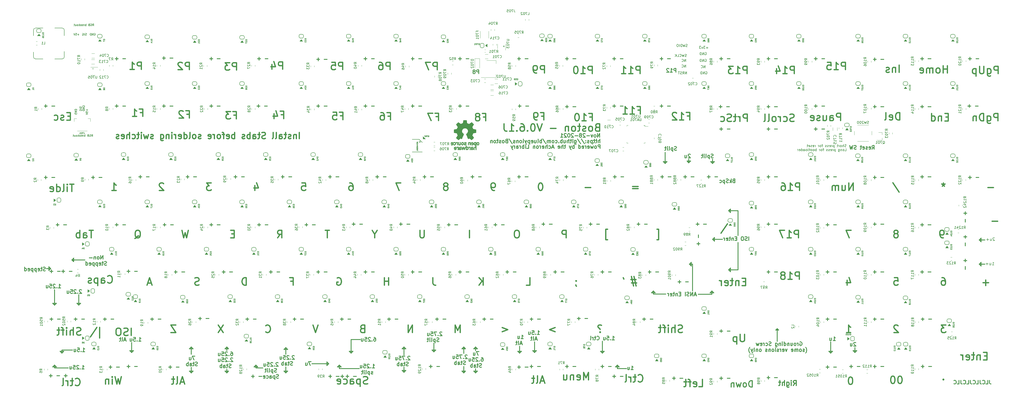
<source format=gbr>
G04 #@! TF.GenerationSoftware,KiCad,Pcbnew,(6.0.0)*
G04 #@! TF.CreationDate,2022-01-14T13:14:55-05:00*
G04 #@! TF.ProjectId,Boston-keyboard-V06-1J,426f7374-6f6e-42d6-9b65-79626f617264,rev?*
G04 #@! TF.SameCoordinates,Original*
G04 #@! TF.FileFunction,Legend,Bot*
G04 #@! TF.FilePolarity,Positive*
%FSLAX46Y46*%
G04 Gerber Fmt 4.6, Leading zero omitted, Abs format (unit mm)*
G04 Created by KiCad (PCBNEW (6.0.0)) date 2022-01-14 13:14:55*
%MOMM*%
%LPD*%
G01*
G04 APERTURE LIST*
%ADD10C,0.300000*%
%ADD11C,0.150000*%
%ADD12C,0.120000*%
%ADD13C,0.500000*%
%ADD14C,0.200000*%
%ADD15C,0.400000*%
%ADD16C,0.160000*%
%ADD17C,0.127000*%
%ADD18C,0.100000*%
%ADD19C,0.010000*%
G04 APERTURE END LIST*
D10*
X187500000Y-155675000D02*
X187500000Y-155425000D01*
X123250000Y-166675000D02*
X123250000Y-168925000D01*
X220000000Y-159675000D02*
X220750000Y-160425000D01*
X343000000Y-103675000D02*
X339250000Y-103675000D01*
X182750000Y-165675000D02*
X182000000Y-166425000D01*
X332500000Y-137225000D02*
X327000000Y-137225000D01*
X123250000Y-158425000D02*
X122500000Y-159175000D01*
X123250000Y-161425000D02*
X123250000Y-158425000D01*
X162000000Y-159425000D02*
X161250000Y-158675000D01*
X221500000Y-159675000D02*
X220000000Y-159675000D01*
X309000000Y-135925000D02*
X309000000Y-137175000D01*
X440750000Y-114675000D02*
X440750000Y-116175000D01*
X309000000Y-135925000D02*
X309750000Y-136675000D01*
X238250000Y-168175000D02*
X236750000Y-168175000D01*
X343000000Y-113675000D02*
X343000000Y-103675000D01*
X71250000Y-160925000D02*
X71250000Y-159925000D01*
X294500000Y-165675000D02*
X295250000Y-166425000D01*
X440750000Y-124425000D02*
X440750000Y-125925000D01*
X68250000Y-165675000D02*
X68250000Y-166925000D01*
X69000000Y-166425000D02*
X67500000Y-166425000D01*
X68250000Y-166925000D02*
X73750000Y-166925000D01*
X232000000Y-168175000D02*
X232750000Y-168925000D01*
X220750000Y-160425000D02*
X220750000Y-156925000D01*
X358800000Y-156225000D02*
X358800000Y-151025000D01*
X359400000Y-151625000D02*
X358800000Y-151025000D01*
X208750000Y-168675000D02*
X208750000Y-166525000D01*
X236750000Y-159175000D02*
X238250000Y-159175000D01*
X161250000Y-158675000D02*
X160500000Y-159425000D01*
X138250000Y-168175000D02*
X136750000Y-168175000D01*
X171750000Y-165175000D02*
X178500000Y-165175000D01*
X137500000Y-158425000D02*
X136750000Y-159175000D01*
X336750000Y-115175000D02*
X332750000Y-115175000D01*
X261250000Y-160675000D02*
X261250000Y-156425000D01*
X343000000Y-127425000D02*
X339250000Y-127425000D01*
X77250000Y-140925000D02*
X78000000Y-141675000D01*
X76000000Y-124175000D02*
X75250000Y-123425000D01*
X177750000Y-164425000D02*
X177750000Y-165925000D01*
X136750000Y-159175000D02*
X138250000Y-159175000D01*
X66750000Y-126925000D02*
X66000000Y-126175000D01*
X324750000Y-125175000D02*
X323500000Y-125175000D01*
X323250000Y-84425000D02*
X324000000Y-83675000D01*
X70500000Y-160175000D02*
X71250000Y-160925000D01*
X208750000Y-161725000D02*
X208750000Y-158425000D01*
X322500000Y-83675000D02*
X323250000Y-84425000D01*
X72000000Y-160175000D02*
X70500000Y-160175000D01*
X261250000Y-160675000D02*
X262000000Y-159925000D01*
X293750000Y-166425000D02*
X294500000Y-165675000D01*
X208750000Y-168675000D02*
X208000000Y-167925000D01*
X314500000Y-83925000D02*
X313000000Y-83925000D01*
X380250000Y-160925000D02*
X379500000Y-160175000D01*
X208000000Y-167925000D02*
X209500000Y-167925000D01*
X324250000Y-125925000D02*
X324250000Y-124425000D01*
X71250000Y-159925000D02*
X71250000Y-159675000D01*
X78000000Y-141675000D02*
X78750000Y-140925000D01*
X149250000Y-166925000D02*
X152000000Y-166925000D01*
X124000000Y-168175000D02*
X123250000Y-168925000D01*
X137500000Y-167425000D02*
X137500000Y-168925000D01*
X440000000Y-125175000D02*
X440750000Y-124425000D01*
X324750000Y-135925000D02*
X324750000Y-126175000D01*
X68250000Y-135425000D02*
X68250000Y-141675000D01*
X237500000Y-158425000D02*
X236750000Y-159175000D01*
X71250000Y-159675000D02*
X75500000Y-159675000D01*
X323500000Y-125175000D02*
X324250000Y-125925000D01*
X379500000Y-160175000D02*
X381000000Y-160175000D01*
X237500000Y-159925000D02*
X237500000Y-158425000D01*
X358200000Y-151625000D02*
X359400000Y-151625000D01*
X333500000Y-114425000D02*
X333500000Y-115925000D01*
X161250000Y-166425000D02*
X161250000Y-168925000D01*
X308250000Y-136675000D02*
X309000000Y-135925000D01*
X232750000Y-158425000D02*
X232750000Y-161025000D01*
X68250000Y-166925000D02*
X68250000Y-165675000D01*
X236750000Y-168175000D02*
X237500000Y-168925000D01*
X442250000Y-125175000D02*
X440000000Y-125175000D01*
X380250000Y-160925000D02*
X380250000Y-156425000D01*
X161250000Y-158675000D02*
X161250000Y-161425000D01*
X68250000Y-141675000D02*
X69000000Y-140925000D01*
X182750000Y-167175000D02*
X190750000Y-167175000D01*
X122500000Y-159175000D02*
X124000000Y-159175000D01*
X160500000Y-159425000D02*
X162000000Y-159425000D01*
X182000000Y-166425000D02*
X183500000Y-166425000D01*
X65000000Y-126925000D02*
X66750000Y-126925000D01*
X78750000Y-140925000D02*
X77250000Y-140925000D01*
X287750000Y-160175000D02*
X288500000Y-160925000D01*
X209500000Y-159175000D02*
X208750000Y-158425000D01*
X332750000Y-82925000D02*
X332750000Y-84675000D01*
X324250000Y-124425000D02*
X323500000Y-125175000D01*
X324750000Y-126175000D02*
X324750000Y-125175000D01*
X340000000Y-126675000D02*
X340000000Y-128175000D01*
X187500000Y-160925000D02*
X188250000Y-160175000D01*
X260500000Y-159925000D02*
X261250000Y-160675000D01*
X313750000Y-80175000D02*
X313750000Y-84675000D01*
X332500000Y-135925000D02*
X332500000Y-137225000D01*
X69000000Y-140925000D02*
X67500000Y-140925000D01*
X232750000Y-168925000D02*
X233500000Y-168175000D01*
X208750000Y-158425000D02*
X208000000Y-159175000D01*
X150000000Y-166425000D02*
X148500000Y-166425000D01*
X124000000Y-159175000D02*
X123250000Y-158425000D01*
X332000000Y-83925000D02*
X333500000Y-83925000D01*
X149250000Y-165675000D02*
X149250000Y-166925000D01*
X233500000Y-159175000D02*
X232000000Y-159175000D01*
X255250000Y-160925000D02*
X255250000Y-158175000D01*
X340000000Y-104425000D02*
X339250000Y-103675000D01*
X333500000Y-83925000D02*
X332750000Y-84675000D01*
X75250000Y-123425000D02*
X80500000Y-123425000D01*
X187500000Y-160925000D02*
X187500000Y-155675000D01*
X390000000Y-160675000D02*
X390750000Y-159925000D01*
X232000000Y-159175000D02*
X232750000Y-158425000D01*
X122500000Y-168175000D02*
X124000000Y-168175000D01*
X440000000Y-115425000D02*
X440500000Y-114925000D01*
X75250000Y-123425000D02*
X76000000Y-122675000D01*
X100000000Y-159925000D02*
X98500000Y-159925000D01*
X137500000Y-168925000D02*
X138250000Y-168175000D01*
X295250000Y-166425000D02*
X293750000Y-166425000D01*
X149250000Y-165675000D02*
X148500000Y-166425000D01*
X99250000Y-160675000D02*
X100000000Y-159925000D01*
X288500000Y-160925000D02*
X288500000Y-156175000D01*
X220750000Y-160425000D02*
X221500000Y-159675000D01*
X358800000Y-151025000D02*
X358200000Y-151625000D01*
X333500000Y-115925000D02*
X332750000Y-115175000D01*
X123250000Y-168925000D02*
X122500000Y-168175000D01*
X233500000Y-168175000D02*
X232000000Y-168175000D01*
X262000000Y-159925000D02*
X260500000Y-159925000D01*
X232750000Y-158425000D02*
X233500000Y-159175000D01*
X183500000Y-166425000D02*
X182750000Y-165675000D01*
X294500000Y-165675000D02*
X294500000Y-167175000D01*
X177750000Y-165925000D02*
X178500000Y-165175000D01*
D11*
X249100000Y-37525000D02*
G75*
G03*
X249100000Y-37525000I-200000J0D01*
G01*
D10*
X294500000Y-167175000D02*
X298250000Y-167175000D01*
X209500000Y-167925000D02*
X208750000Y-168675000D01*
X389250000Y-159925000D02*
X390000000Y-160675000D01*
X208000000Y-159175000D02*
X209500000Y-159175000D01*
X332500000Y-135925000D02*
X333250000Y-136675000D01*
X440750000Y-116175000D02*
X440000000Y-115425000D01*
X232750000Y-168925000D02*
X232750000Y-166325000D01*
X381000000Y-160175000D02*
X380250000Y-160925000D01*
X66000000Y-127675000D02*
X66750000Y-126925000D01*
X237500000Y-168925000D02*
X237500000Y-167225000D01*
X160500000Y-168175000D02*
X161250000Y-168925000D01*
X237500000Y-168925000D02*
X238250000Y-168175000D01*
X137500000Y-159925000D02*
X137500000Y-158425000D01*
X440750000Y-125925000D02*
X440000000Y-125175000D01*
X238250000Y-159175000D02*
X237500000Y-158425000D01*
X186750000Y-160175000D02*
X187500000Y-160925000D01*
X188250000Y-160175000D02*
X186750000Y-160175000D01*
X76000000Y-122675000D02*
X76000000Y-124175000D01*
X313750000Y-84675000D02*
X314500000Y-83925000D01*
X343000000Y-116425000D02*
X343000000Y-127425000D01*
X332750000Y-84675000D02*
X332000000Y-83925000D01*
X187500000Y-155425000D02*
X191250000Y-155425000D01*
X340000000Y-128175000D02*
X339250000Y-127425000D01*
X182750000Y-165675000D02*
X182750000Y-167175000D01*
X332750000Y-115175000D02*
X333500000Y-114425000D01*
X138250000Y-159175000D02*
X137500000Y-158425000D01*
X136750000Y-168175000D02*
X137500000Y-168925000D01*
X68250000Y-165675000D02*
X69000000Y-166425000D01*
X162000000Y-168175000D02*
X160500000Y-168175000D01*
X67500000Y-140925000D02*
X68250000Y-141675000D01*
X66000000Y-126175000D02*
X66000000Y-127675000D01*
X78000000Y-137425000D02*
X78000000Y-141675000D01*
X67500000Y-166425000D02*
X68250000Y-165675000D01*
X309750000Y-136675000D02*
X308250000Y-136675000D01*
X390000000Y-160675000D02*
X390000000Y-158675000D01*
X442250000Y-115425000D02*
X440000000Y-115425000D01*
X288500000Y-160925000D02*
X289250000Y-160175000D01*
X71250000Y-160925000D02*
X72000000Y-160175000D01*
X255250000Y-160925000D02*
X256000000Y-160175000D01*
X339250000Y-103675000D02*
X340000000Y-102925000D01*
X313000000Y-83925000D02*
X313750000Y-84675000D01*
X340000000Y-102925000D02*
X340000000Y-104425000D01*
X390750000Y-159925000D02*
X389250000Y-159925000D01*
X333250000Y-136675000D02*
X331750000Y-136675000D01*
X331750000Y-136675000D02*
X332500000Y-135925000D01*
X256000000Y-160175000D02*
X254500000Y-160175000D01*
X254500000Y-160175000D02*
X255250000Y-160925000D01*
X289250000Y-160175000D02*
X287750000Y-160175000D01*
X98500000Y-159925000D02*
X99250000Y-160675000D01*
X440500000Y-114925000D02*
X440750000Y-114675000D01*
X323250000Y-84425000D02*
X323250000Y-82925000D01*
X149250000Y-165675000D02*
X150000000Y-166425000D01*
D12*
X305100000Y-69255000D02*
X305560000Y-69695000D01*
D10*
X309000000Y-137175000D02*
X314000000Y-137175000D01*
D12*
X83955489Y-46500000D02*
G75*
G03*
X83955489Y-46500000I-230489J0D01*
G01*
D10*
X339250000Y-127425000D02*
X340000000Y-126675000D01*
X324000000Y-83675000D02*
X322500000Y-83675000D01*
X178500000Y-165175000D02*
X177750000Y-164425000D01*
X161250000Y-168925000D02*
X162000000Y-168175000D01*
X99250000Y-160675000D02*
X99250000Y-156675000D01*
X420571428Y-90032142D02*
X419428571Y-90032142D01*
X417571428Y-90032142D02*
X416428571Y-90032142D01*
X417000000Y-90603571D02*
X417000000Y-89460714D01*
X339821428Y-171032142D02*
X338678571Y-171032142D01*
X336821428Y-171032142D02*
X335678571Y-171032142D01*
X336250000Y-171603571D02*
X336250000Y-170460714D01*
X220571428Y-90032142D02*
X219428571Y-90032142D01*
X217571428Y-90032142D02*
X216428571Y-90032142D01*
X217000000Y-90603571D02*
X217000000Y-89460714D01*
X102107142Y-156103571D02*
X102964285Y-156103571D01*
X102535714Y-156103571D02*
X102535714Y-154603571D01*
X102678571Y-154817857D01*
X102821428Y-154960714D01*
X102964285Y-155032142D01*
X101464285Y-155960714D02*
X101392857Y-156032142D01*
X101464285Y-156103571D01*
X101535714Y-156032142D01*
X101464285Y-155960714D01*
X101464285Y-156103571D01*
X100035714Y-154603571D02*
X100750000Y-154603571D01*
X100821428Y-155317857D01*
X100750000Y-155246428D01*
X100607142Y-155175000D01*
X100250000Y-155175000D01*
X100107142Y-155246428D01*
X100035714Y-155317857D01*
X99964285Y-155460714D01*
X99964285Y-155817857D01*
X100035714Y-155960714D01*
X100107142Y-156032142D01*
X100250000Y-156103571D01*
X100607142Y-156103571D01*
X100750000Y-156032142D01*
X100821428Y-155960714D01*
X98678571Y-155103571D02*
X98678571Y-156103571D01*
X99321428Y-155103571D02*
X99321428Y-155889285D01*
X99250000Y-156032142D01*
X99107142Y-156103571D01*
X98892857Y-156103571D01*
X98750000Y-156032142D01*
X98678571Y-155960714D01*
X96892857Y-155675000D02*
X96178571Y-155675000D01*
X97035714Y-156103571D02*
X96535714Y-154603571D01*
X96035714Y-156103571D01*
X95321428Y-156103571D02*
X95464285Y-156032142D01*
X95535714Y-155889285D01*
X95535714Y-154603571D01*
X94964285Y-155103571D02*
X94392857Y-155103571D01*
X94750000Y-154603571D02*
X94750000Y-155889285D01*
X94678571Y-156032142D01*
X94535714Y-156103571D01*
X94392857Y-156103571D01*
X318071428Y-47928571D02*
X318071428Y-46428571D01*
X317500000Y-46428571D01*
X317357142Y-46500000D01*
X317285714Y-46571428D01*
X317214285Y-46714285D01*
X317214285Y-46928571D01*
X317285714Y-47071428D01*
X317357142Y-47142857D01*
X317500000Y-47214285D01*
X318071428Y-47214285D01*
X315785714Y-47928571D02*
X316642857Y-47928571D01*
X316214285Y-47928571D02*
X316214285Y-46428571D01*
X316357142Y-46642857D01*
X316500000Y-46785714D01*
X316642857Y-46857142D01*
X315214285Y-46571428D02*
X315142857Y-46500000D01*
X315000000Y-46428571D01*
X314642857Y-46428571D01*
X314500000Y-46500000D01*
X314428571Y-46571428D01*
X314357142Y-46714285D01*
X314357142Y-46857142D01*
X314428571Y-47071428D01*
X315285714Y-47928571D01*
X314357142Y-47928571D01*
X79571428Y-160353571D02*
X80428571Y-160353571D01*
X80000000Y-160353571D02*
X80000000Y-158853571D01*
X80142857Y-159067857D01*
X80285714Y-159210714D01*
X80428571Y-159282142D01*
X78928571Y-160210714D02*
X78857142Y-160282142D01*
X78928571Y-160353571D01*
X79000000Y-160282142D01*
X78928571Y-160210714D01*
X78928571Y-160353571D01*
X77500000Y-158853571D02*
X78214285Y-158853571D01*
X78285714Y-159567857D01*
X78214285Y-159496428D01*
X78071428Y-159425000D01*
X77714285Y-159425000D01*
X77571428Y-159496428D01*
X77500000Y-159567857D01*
X77428571Y-159710714D01*
X77428571Y-160067857D01*
X77500000Y-160210714D01*
X77571428Y-160282142D01*
X77714285Y-160353571D01*
X78071428Y-160353571D01*
X78214285Y-160282142D01*
X78285714Y-160210714D01*
X76142857Y-159353571D02*
X76142857Y-160353571D01*
X76785714Y-159353571D02*
X76785714Y-160139285D01*
X76714285Y-160282142D01*
X76571428Y-160353571D01*
X76357142Y-160353571D01*
X76214285Y-160282142D01*
X76142857Y-160210714D01*
D13*
X131293750Y-92500892D02*
X129436607Y-92500892D01*
X130436607Y-93643750D01*
X130008035Y-93643750D01*
X129722321Y-93786607D01*
X129579464Y-93929464D01*
X129436607Y-94215178D01*
X129436607Y-94929464D01*
X129579464Y-95215178D01*
X129722321Y-95358035D01*
X130008035Y-95500892D01*
X130865178Y-95500892D01*
X131150892Y-95358035D01*
X131293750Y-95215178D01*
D10*
X96821428Y-61532142D02*
X95678571Y-61532142D01*
X93821428Y-61532142D02*
X92678571Y-61532142D01*
X93250000Y-62103571D02*
X93250000Y-60960714D01*
X377821428Y-61532142D02*
X376678571Y-61532142D01*
X374821428Y-61532142D02*
X373678571Y-61532142D01*
X374250000Y-62103571D02*
X374250000Y-60960714D01*
X239821428Y-90032142D02*
X238678571Y-90032142D01*
X236821428Y-90032142D02*
X235678571Y-90032142D01*
X236250000Y-90603571D02*
X236250000Y-89460714D01*
D14*
X330011904Y-47750000D02*
X330107142Y-47702380D01*
X330250000Y-47702380D01*
X330392857Y-47750000D01*
X330488095Y-47845238D01*
X330535714Y-47940476D01*
X330583333Y-48130952D01*
X330583333Y-48273809D01*
X330535714Y-48464285D01*
X330488095Y-48559523D01*
X330392857Y-48654761D01*
X330250000Y-48702380D01*
X330154761Y-48702380D01*
X330011904Y-48654761D01*
X329964285Y-48607142D01*
X329964285Y-48273809D01*
X330154761Y-48273809D01*
X329535714Y-48702380D02*
X329535714Y-47702380D01*
X328964285Y-48702380D01*
X328964285Y-47702380D01*
X328488095Y-48702380D02*
X328488095Y-47702380D01*
X328250000Y-47702380D01*
X328107142Y-47750000D01*
X328011904Y-47845238D01*
X327964285Y-47940476D01*
X327916666Y-48130952D01*
X327916666Y-48273809D01*
X327964285Y-48464285D01*
X328011904Y-48559523D01*
X328107142Y-48654761D01*
X328250000Y-48702380D01*
X328488095Y-48702380D01*
D13*
X231306250Y-152650892D02*
X231306250Y-149650892D01*
X230306250Y-151793750D01*
X229306250Y-149650892D01*
X229306250Y-152650892D01*
D10*
X253821428Y-128282142D02*
X252678571Y-128282142D01*
X250821428Y-128282142D02*
X249678571Y-128282142D01*
X250250000Y-128853571D02*
X250250000Y-127710714D01*
X189571428Y-170282142D02*
X188428571Y-170282142D01*
X186571428Y-170282142D02*
X185428571Y-170282142D01*
X186000000Y-170853571D02*
X186000000Y-169710714D01*
D13*
X386611607Y-152650892D02*
X388325892Y-152650892D01*
X387468750Y-152650892D02*
X387468750Y-149650892D01*
X387754464Y-150079464D01*
X388040178Y-150365178D01*
X388325892Y-150508035D01*
D10*
X258571428Y-166532142D02*
X257428571Y-166532142D01*
X255571428Y-166532142D02*
X254428571Y-166532142D01*
X255000000Y-167103571D02*
X255000000Y-165960714D01*
X434392857Y-127246428D02*
X434392857Y-126103571D01*
X434392857Y-124246428D02*
X434392857Y-123103571D01*
X433821428Y-123675000D02*
X434964285Y-123675000D01*
X292071428Y-128282142D02*
X290928571Y-128282142D01*
X289071428Y-128282142D02*
X287928571Y-128282142D01*
X288500000Y-128853571D02*
X288500000Y-127710714D01*
D14*
X322035714Y-45952380D02*
X322035714Y-44952380D01*
X321464285Y-45952380D01*
X321464285Y-44952380D01*
X320416666Y-45857142D02*
X320464285Y-45904761D01*
X320607142Y-45952380D01*
X320702380Y-45952380D01*
X320845238Y-45904761D01*
X320940476Y-45809523D01*
X320988095Y-45714285D01*
X321035714Y-45523809D01*
X321035714Y-45380952D01*
X320988095Y-45190476D01*
X320940476Y-45095238D01*
X320845238Y-45000000D01*
X320702380Y-44952380D01*
X320607142Y-44952380D01*
X320464285Y-45000000D01*
X320416666Y-45047619D01*
D13*
X222089285Y-46982142D02*
X222089285Y-43982142D01*
X220946428Y-43982142D01*
X220660714Y-44125000D01*
X220517857Y-44267857D01*
X220375000Y-44553571D01*
X220375000Y-44982142D01*
X220517857Y-45267857D01*
X220660714Y-45410714D01*
X220946428Y-45553571D01*
X222089285Y-45553571D01*
X219375000Y-43982142D02*
X217375000Y-43982142D01*
X218660714Y-46982142D01*
D10*
X225571428Y-147282142D02*
X224428571Y-147282142D01*
X222571428Y-147282142D02*
X221428571Y-147282142D01*
X222000000Y-147853571D02*
X222000000Y-146710714D01*
D13*
X76110000Y-92977142D02*
X74395714Y-92977142D01*
X75252857Y-95977142D02*
X75252857Y-92977142D01*
X73395714Y-95977142D02*
X73395714Y-93977142D01*
X73395714Y-92977142D02*
X73538571Y-93120000D01*
X73395714Y-93262857D01*
X73252857Y-93120000D01*
X73395714Y-92977142D01*
X73395714Y-93262857D01*
X71538571Y-95977142D02*
X71824285Y-95834285D01*
X71967142Y-95548571D01*
X71967142Y-92977142D01*
X69110000Y-95977142D02*
X69110000Y-92977142D01*
X69110000Y-95834285D02*
X69395714Y-95977142D01*
X69967142Y-95977142D01*
X70252857Y-95834285D01*
X70395714Y-95691428D01*
X70538571Y-95405714D01*
X70538571Y-94548571D01*
X70395714Y-94262857D01*
X70252857Y-94120000D01*
X69967142Y-93977142D01*
X69395714Y-93977142D01*
X69110000Y-94120000D01*
X66538571Y-95834285D02*
X66824285Y-95977142D01*
X67395714Y-95977142D01*
X67681428Y-95834285D01*
X67824285Y-95548571D01*
X67824285Y-94405714D01*
X67681428Y-94120000D01*
X67395714Y-93977142D01*
X66824285Y-93977142D01*
X66538571Y-94120000D01*
X66395714Y-94405714D01*
X66395714Y-94691428D01*
X67824285Y-94977142D01*
X302886607Y-93929464D02*
X300600892Y-93929464D01*
X300600892Y-94786607D02*
X302886607Y-94786607D01*
D10*
X315821428Y-42532142D02*
X314678571Y-42532142D01*
X312821428Y-42532142D02*
X311678571Y-42532142D01*
X312250000Y-43103571D02*
X312250000Y-41960714D01*
D13*
X302768571Y-63190714D02*
X303768571Y-63190714D01*
X303768571Y-64762142D02*
X303768571Y-61762142D01*
X302340000Y-61762142D01*
X299625714Y-64762142D02*
X301340000Y-64762142D01*
X300482857Y-64762142D02*
X300482857Y-61762142D01*
X300768571Y-62190714D01*
X301054285Y-62476428D01*
X301340000Y-62619285D01*
X296768571Y-64762142D02*
X298482857Y-64762142D01*
X297625714Y-64762142D02*
X297625714Y-61762142D01*
X297911428Y-62190714D01*
X298197142Y-62476428D01*
X298482857Y-62619285D01*
X159390000Y-65040714D02*
X160390000Y-65040714D01*
X160390000Y-66612142D02*
X160390000Y-63612142D01*
X158961428Y-63612142D01*
X156532857Y-64612142D02*
X156532857Y-66612142D01*
X157247142Y-63469285D02*
X157961428Y-65612142D01*
X156104285Y-65612142D01*
X207493750Y-92500892D02*
X205493750Y-92500892D01*
X206779464Y-95500892D01*
D10*
X358821428Y-128282142D02*
X357678571Y-128282142D01*
X355821428Y-128282142D02*
X354678571Y-128282142D01*
X355250000Y-128853571D02*
X355250000Y-127710714D01*
X153821428Y-61532142D02*
X152678571Y-61532142D01*
X150821428Y-61532142D02*
X149678571Y-61532142D01*
X150250000Y-62103571D02*
X150250000Y-60960714D01*
X439571428Y-61532142D02*
X438428571Y-61532142D01*
X436571428Y-61532142D02*
X435428571Y-61532142D01*
X436000000Y-62103571D02*
X436000000Y-60960714D01*
X258821428Y-61532142D02*
X257678571Y-61532142D01*
X255821428Y-61532142D02*
X254678571Y-61532142D01*
X255250000Y-62103571D02*
X255250000Y-60960714D01*
X96821428Y-42532142D02*
X95678571Y-42532142D01*
X93821428Y-42532142D02*
X92678571Y-42532142D01*
X93250000Y-43103571D02*
X93250000Y-41960714D01*
D13*
X365575000Y-67639285D02*
X365146428Y-67782142D01*
X364432142Y-67782142D01*
X364146428Y-67639285D01*
X364003571Y-67496428D01*
X363860714Y-67210714D01*
X363860714Y-66925000D01*
X364003571Y-66639285D01*
X364146428Y-66496428D01*
X364432142Y-66353571D01*
X365003571Y-66210714D01*
X365289285Y-66067857D01*
X365432142Y-65925000D01*
X365575000Y-65639285D01*
X365575000Y-65353571D01*
X365432142Y-65067857D01*
X365289285Y-64925000D01*
X365003571Y-64782142D01*
X364289285Y-64782142D01*
X363860714Y-64925000D01*
X361289285Y-67639285D02*
X361575000Y-67782142D01*
X362146428Y-67782142D01*
X362432142Y-67639285D01*
X362575000Y-67496428D01*
X362717857Y-67210714D01*
X362717857Y-66353571D01*
X362575000Y-66067857D01*
X362432142Y-65925000D01*
X362146428Y-65782142D01*
X361575000Y-65782142D01*
X361289285Y-65925000D01*
X360003571Y-67782142D02*
X360003571Y-65782142D01*
X360003571Y-66353571D02*
X359860714Y-66067857D01*
X359717857Y-65925000D01*
X359432142Y-65782142D01*
X359146428Y-65782142D01*
X357717857Y-67782142D02*
X358003571Y-67639285D01*
X358146428Y-67496428D01*
X358289285Y-67210714D01*
X358289285Y-66353571D01*
X358146428Y-66067857D01*
X358003571Y-65925000D01*
X357717857Y-65782142D01*
X357289285Y-65782142D01*
X357003571Y-65925000D01*
X356860714Y-66067857D01*
X356717857Y-66353571D01*
X356717857Y-67210714D01*
X356860714Y-67496428D01*
X357003571Y-67639285D01*
X357289285Y-67782142D01*
X357717857Y-67782142D01*
X355003571Y-67782142D02*
X355289285Y-67639285D01*
X355432142Y-67353571D01*
X355432142Y-64782142D01*
X353432142Y-67782142D02*
X353717857Y-67639285D01*
X353860714Y-67353571D01*
X353860714Y-64782142D01*
D10*
X79285714Y-167353571D02*
X80142857Y-167353571D01*
X79714285Y-167353571D02*
X79714285Y-165853571D01*
X79857142Y-166067857D01*
X80000000Y-166210714D01*
X80142857Y-166282142D01*
X78642857Y-167210714D02*
X78571428Y-167282142D01*
X78642857Y-167353571D01*
X78714285Y-167282142D01*
X78642857Y-167210714D01*
X78642857Y-167353571D01*
X78000000Y-165996428D02*
X77928571Y-165925000D01*
X77785714Y-165853571D01*
X77428571Y-165853571D01*
X77285714Y-165925000D01*
X77214285Y-165996428D01*
X77142857Y-166139285D01*
X77142857Y-166282142D01*
X77214285Y-166496428D01*
X78071428Y-167353571D01*
X77142857Y-167353571D01*
X75785714Y-165853571D02*
X76500000Y-165853571D01*
X76571428Y-166567857D01*
X76500000Y-166496428D01*
X76357142Y-166425000D01*
X76000000Y-166425000D01*
X75857142Y-166496428D01*
X75785714Y-166567857D01*
X75714285Y-166710714D01*
X75714285Y-167067857D01*
X75785714Y-167210714D01*
X75857142Y-167282142D01*
X76000000Y-167353571D01*
X76357142Y-167353571D01*
X76500000Y-167282142D01*
X76571428Y-167210714D01*
X74428571Y-166353571D02*
X74428571Y-167353571D01*
X75071428Y-166353571D02*
X75071428Y-167139285D01*
X75000000Y-167282142D01*
X74857142Y-167353571D01*
X74642857Y-167353571D01*
X74500000Y-167282142D01*
X74428571Y-167210714D01*
D13*
X389301785Y-95500892D02*
X389301785Y-92500892D01*
X387587500Y-95500892D01*
X387587500Y-92500892D01*
X384873214Y-93500892D02*
X384873214Y-95500892D01*
X386158928Y-93500892D02*
X386158928Y-95072321D01*
X386016071Y-95358035D01*
X385730357Y-95500892D01*
X385301785Y-95500892D01*
X385016071Y-95358035D01*
X384873214Y-95215178D01*
X383444642Y-95500892D02*
X383444642Y-93500892D01*
X383444642Y-93786607D02*
X383301785Y-93643750D01*
X383016071Y-93500892D01*
X382587500Y-93500892D01*
X382301785Y-93643750D01*
X382158928Y-93929464D01*
X382158928Y-95500892D01*
X382158928Y-93929464D02*
X382016071Y-93643750D01*
X381730357Y-93500892D01*
X381301785Y-93500892D01*
X381016071Y-93643750D01*
X380873214Y-93929464D01*
X380873214Y-95500892D01*
D10*
X158142857Y-164831428D02*
X158071428Y-164760000D01*
X157928571Y-164688571D01*
X157571428Y-164688571D01*
X157428571Y-164760000D01*
X157357142Y-164831428D01*
X157285714Y-164974285D01*
X157285714Y-165117142D01*
X157357142Y-165331428D01*
X158214285Y-166188571D01*
X157285714Y-166188571D01*
X156642857Y-166045714D02*
X156571428Y-166117142D01*
X156642857Y-166188571D01*
X156714285Y-166117142D01*
X156642857Y-166045714D01*
X156642857Y-166188571D01*
X156000000Y-164831428D02*
X155928571Y-164760000D01*
X155785714Y-164688571D01*
X155428571Y-164688571D01*
X155285714Y-164760000D01*
X155214285Y-164831428D01*
X155142857Y-164974285D01*
X155142857Y-165117142D01*
X155214285Y-165331428D01*
X156071428Y-166188571D01*
X155142857Y-166188571D01*
X153785714Y-164688571D02*
X154500000Y-164688571D01*
X154571428Y-165402857D01*
X154500000Y-165331428D01*
X154357142Y-165260000D01*
X154000000Y-165260000D01*
X153857142Y-165331428D01*
X153785714Y-165402857D01*
X153714285Y-165545714D01*
X153714285Y-165902857D01*
X153785714Y-166045714D01*
X153857142Y-166117142D01*
X154000000Y-166188571D01*
X154357142Y-166188571D01*
X154500000Y-166117142D01*
X154571428Y-166045714D01*
X152428571Y-165188571D02*
X152428571Y-166188571D01*
X153071428Y-165188571D02*
X153071428Y-165974285D01*
X153000000Y-166117142D01*
X152857142Y-166188571D01*
X152642857Y-166188571D01*
X152500000Y-166117142D01*
X152428571Y-166045714D01*
X157535714Y-168532142D02*
X157321428Y-168603571D01*
X156964285Y-168603571D01*
X156821428Y-168532142D01*
X156750000Y-168460714D01*
X156678571Y-168317857D01*
X156678571Y-168175000D01*
X156750000Y-168032142D01*
X156821428Y-167960714D01*
X156964285Y-167889285D01*
X157250000Y-167817857D01*
X157392857Y-167746428D01*
X157464285Y-167675000D01*
X157535714Y-167532142D01*
X157535714Y-167389285D01*
X157464285Y-167246428D01*
X157392857Y-167175000D01*
X157250000Y-167103571D01*
X156892857Y-167103571D01*
X156678571Y-167175000D01*
X156035714Y-167603571D02*
X156035714Y-169103571D01*
X156035714Y-167675000D02*
X155892857Y-167603571D01*
X155607142Y-167603571D01*
X155464285Y-167675000D01*
X155392857Y-167746428D01*
X155321428Y-167889285D01*
X155321428Y-168317857D01*
X155392857Y-168460714D01*
X155464285Y-168532142D01*
X155607142Y-168603571D01*
X155892857Y-168603571D01*
X156035714Y-168532142D01*
X154464285Y-168603571D02*
X154607142Y-168532142D01*
X154678571Y-168389285D01*
X154678571Y-167103571D01*
X153892857Y-168603571D02*
X153892857Y-167603571D01*
X153892857Y-167103571D02*
X153964285Y-167175000D01*
X153892857Y-167246428D01*
X153821428Y-167175000D01*
X153892857Y-167103571D01*
X153892857Y-167246428D01*
X153392857Y-167603571D02*
X152821428Y-167603571D01*
X153178571Y-167103571D02*
X153178571Y-168389285D01*
X153107142Y-168532142D01*
X152964285Y-168603571D01*
X152821428Y-168603571D01*
X158321428Y-170947142D02*
X158107142Y-171018571D01*
X157750000Y-171018571D01*
X157607142Y-170947142D01*
X157535714Y-170875714D01*
X157464285Y-170732857D01*
X157464285Y-170590000D01*
X157535714Y-170447142D01*
X157607142Y-170375714D01*
X157750000Y-170304285D01*
X158035714Y-170232857D01*
X158178571Y-170161428D01*
X158250000Y-170090000D01*
X158321428Y-169947142D01*
X158321428Y-169804285D01*
X158250000Y-169661428D01*
X158178571Y-169590000D01*
X158035714Y-169518571D01*
X157678571Y-169518571D01*
X157464285Y-169590000D01*
X156821428Y-170018571D02*
X156821428Y-171518571D01*
X156821428Y-170090000D02*
X156678571Y-170018571D01*
X156392857Y-170018571D01*
X156250000Y-170090000D01*
X156178571Y-170161428D01*
X156107142Y-170304285D01*
X156107142Y-170732857D01*
X156178571Y-170875714D01*
X156250000Y-170947142D01*
X156392857Y-171018571D01*
X156678571Y-171018571D01*
X156821428Y-170947142D01*
X154821428Y-171018571D02*
X154821428Y-170232857D01*
X154892857Y-170090000D01*
X155035714Y-170018571D01*
X155321428Y-170018571D01*
X155464285Y-170090000D01*
X154821428Y-170947142D02*
X154964285Y-171018571D01*
X155321428Y-171018571D01*
X155464285Y-170947142D01*
X155535714Y-170804285D01*
X155535714Y-170661428D01*
X155464285Y-170518571D01*
X155321428Y-170447142D01*
X154964285Y-170447142D01*
X154821428Y-170375714D01*
X153464285Y-170947142D02*
X153607142Y-171018571D01*
X153892857Y-171018571D01*
X154035714Y-170947142D01*
X154107142Y-170875714D01*
X154178571Y-170732857D01*
X154178571Y-170304285D01*
X154107142Y-170161428D01*
X154035714Y-170090000D01*
X153892857Y-170018571D01*
X153607142Y-170018571D01*
X153464285Y-170090000D01*
X152250000Y-170947142D02*
X152392857Y-171018571D01*
X152678571Y-171018571D01*
X152821428Y-170947142D01*
X152892857Y-170804285D01*
X152892857Y-170232857D01*
X152821428Y-170090000D01*
X152678571Y-170018571D01*
X152392857Y-170018571D01*
X152250000Y-170090000D01*
X152178571Y-170232857D01*
X152178571Y-170375714D01*
X152892857Y-170518571D01*
D13*
X153177678Y-152365178D02*
X153320535Y-152508035D01*
X153749107Y-152650892D01*
X154034821Y-152650892D01*
X154463392Y-152508035D01*
X154749107Y-152222321D01*
X154891964Y-151936607D01*
X155034821Y-151365178D01*
X155034821Y-150936607D01*
X154891964Y-150365178D01*
X154749107Y-150079464D01*
X154463392Y-149793750D01*
X154034821Y-149650892D01*
X153749107Y-149650892D01*
X153320535Y-149793750D01*
X153177678Y-149936607D01*
D10*
X196821428Y-42532142D02*
X195678571Y-42532142D01*
X193821428Y-42532142D02*
X192678571Y-42532142D01*
X193250000Y-43103571D02*
X193250000Y-41960714D01*
X401571428Y-109032142D02*
X400428571Y-109032142D01*
X398571428Y-109032142D02*
X397428571Y-109032142D01*
X398000000Y-109603571D02*
X398000000Y-108460714D01*
X134821428Y-61532142D02*
X133678571Y-61532142D01*
X131821428Y-61532142D02*
X130678571Y-61532142D01*
X131250000Y-62103571D02*
X131250000Y-60960714D01*
D13*
X405233035Y-92358035D02*
X407804464Y-96215178D01*
D10*
X296821428Y-42532142D02*
X295678571Y-42532142D01*
X293821428Y-42532142D02*
X292678571Y-42532142D01*
X293250000Y-43103571D02*
X293250000Y-41960714D01*
X196678571Y-154603571D02*
X196964285Y-154603571D01*
X197107142Y-154675000D01*
X197178571Y-154746428D01*
X197321428Y-154960714D01*
X197392857Y-155246428D01*
X197392857Y-155817857D01*
X197321428Y-155960714D01*
X197250000Y-156032142D01*
X197107142Y-156103571D01*
X196821428Y-156103571D01*
X196678571Y-156032142D01*
X196607142Y-155960714D01*
X196535714Y-155817857D01*
X196535714Y-155460714D01*
X196607142Y-155317857D01*
X196678571Y-155246428D01*
X196821428Y-155175000D01*
X197107142Y-155175000D01*
X197250000Y-155246428D01*
X197321428Y-155317857D01*
X197392857Y-155460714D01*
X195892857Y-155960714D02*
X195821428Y-156032142D01*
X195892857Y-156103571D01*
X195964285Y-156032142D01*
X195892857Y-155960714D01*
X195892857Y-156103571D01*
X195250000Y-154746428D02*
X195178571Y-154675000D01*
X195035714Y-154603571D01*
X194678571Y-154603571D01*
X194535714Y-154675000D01*
X194464285Y-154746428D01*
X194392857Y-154889285D01*
X194392857Y-155032142D01*
X194464285Y-155246428D01*
X195321428Y-156103571D01*
X194392857Y-156103571D01*
X193035714Y-154603571D02*
X193750000Y-154603571D01*
X193821428Y-155317857D01*
X193750000Y-155246428D01*
X193607142Y-155175000D01*
X193250000Y-155175000D01*
X193107142Y-155246428D01*
X193035714Y-155317857D01*
X192964285Y-155460714D01*
X192964285Y-155817857D01*
X193035714Y-155960714D01*
X193107142Y-156032142D01*
X193250000Y-156103571D01*
X193607142Y-156103571D01*
X193750000Y-156032142D01*
X193821428Y-155960714D01*
X191678571Y-155103571D02*
X191678571Y-156103571D01*
X192321428Y-155103571D02*
X192321428Y-155889285D01*
X192250000Y-156032142D01*
X192107142Y-156103571D01*
X191892857Y-156103571D01*
X191750000Y-156032142D01*
X191678571Y-155960714D01*
D13*
X388468750Y-111550892D02*
X386468750Y-111550892D01*
X387754464Y-114550892D01*
D10*
X263571428Y-147282142D02*
X262428571Y-147282142D01*
X260571428Y-147282142D02*
X259428571Y-147282142D01*
X260000000Y-147853571D02*
X260000000Y-146710714D01*
X101571428Y-128032142D02*
X100428571Y-128032142D01*
X98571428Y-128032142D02*
X97428571Y-128032142D01*
X98000000Y-128603571D02*
X98000000Y-127460714D01*
X325321428Y-90032142D02*
X324178571Y-90032142D01*
X322321428Y-90032142D02*
X321178571Y-90032142D01*
X321750000Y-90603571D02*
X321750000Y-89460714D01*
X390357142Y-156746428D02*
X390285714Y-156675000D01*
X390142857Y-156603571D01*
X389785714Y-156603571D01*
X389642857Y-156675000D01*
X389571428Y-156746428D01*
X389500000Y-156889285D01*
X389500000Y-157032142D01*
X389571428Y-157246428D01*
X390428571Y-158103571D01*
X389500000Y-158103571D01*
X388214285Y-157103571D02*
X388214285Y-158103571D01*
X388857142Y-157103571D02*
X388857142Y-157889285D01*
X388785714Y-158032142D01*
X388642857Y-158103571D01*
X388428571Y-158103571D01*
X388285714Y-158032142D01*
X388214285Y-157960714D01*
X68321428Y-61532142D02*
X67178571Y-61532142D01*
X65321428Y-61532142D02*
X64178571Y-61532142D01*
X64750000Y-62103571D02*
X64750000Y-60960714D01*
X382571428Y-109282142D02*
X381428571Y-109282142D01*
X379571428Y-109282142D02*
X378428571Y-109282142D01*
X379000000Y-109853571D02*
X379000000Y-108710714D01*
X287571428Y-78603571D02*
X287571428Y-77103571D01*
X287000000Y-77103571D01*
X286857142Y-77175000D01*
X286785714Y-77246428D01*
X286714285Y-77389285D01*
X286714285Y-77603571D01*
X286785714Y-77746428D01*
X286857142Y-77817857D01*
X287000000Y-77889285D01*
X287571428Y-77889285D01*
X285857142Y-78603571D02*
X286000000Y-78532142D01*
X286071428Y-78460714D01*
X286142857Y-78317857D01*
X286142857Y-77889285D01*
X286071428Y-77746428D01*
X286000000Y-77675000D01*
X285857142Y-77603571D01*
X285642857Y-77603571D01*
X285500000Y-77675000D01*
X285428571Y-77746428D01*
X285357142Y-77889285D01*
X285357142Y-78317857D01*
X285428571Y-78460714D01*
X285500000Y-78532142D01*
X285642857Y-78603571D01*
X285857142Y-78603571D01*
X284857142Y-77603571D02*
X284571428Y-78603571D01*
X284285714Y-77889285D01*
X284000000Y-78603571D01*
X283714285Y-77603571D01*
X282571428Y-78532142D02*
X282714285Y-78603571D01*
X283000000Y-78603571D01*
X283142857Y-78532142D01*
X283214285Y-78389285D01*
X283214285Y-77817857D01*
X283142857Y-77675000D01*
X283000000Y-77603571D01*
X282714285Y-77603571D01*
X282571428Y-77675000D01*
X282500000Y-77817857D01*
X282500000Y-77960714D01*
X283214285Y-78103571D01*
X281857142Y-78603571D02*
X281857142Y-77603571D01*
X281857142Y-77889285D02*
X281785714Y-77746428D01*
X281714285Y-77675000D01*
X281571428Y-77603571D01*
X281428571Y-77603571D01*
X280357142Y-78532142D02*
X280500000Y-78603571D01*
X280785714Y-78603571D01*
X280928571Y-78532142D01*
X281000000Y-78389285D01*
X281000000Y-77817857D01*
X280928571Y-77675000D01*
X280785714Y-77603571D01*
X280500000Y-77603571D01*
X280357142Y-77675000D01*
X280285714Y-77817857D01*
X280285714Y-77960714D01*
X281000000Y-78103571D01*
X279000000Y-78603571D02*
X279000000Y-77103571D01*
X279000000Y-78532142D02*
X279142857Y-78603571D01*
X279428571Y-78603571D01*
X279571428Y-78532142D01*
X279642857Y-78460714D01*
X279714285Y-78317857D01*
X279714285Y-77889285D01*
X279642857Y-77746428D01*
X279571428Y-77675000D01*
X279428571Y-77603571D01*
X279142857Y-77603571D01*
X279000000Y-77675000D01*
X277142857Y-78603571D02*
X277142857Y-77103571D01*
X277142857Y-77675000D02*
X277000000Y-77603571D01*
X276714285Y-77603571D01*
X276571428Y-77675000D01*
X276500000Y-77746428D01*
X276428571Y-77889285D01*
X276428571Y-78317857D01*
X276500000Y-78460714D01*
X276571428Y-78532142D01*
X276714285Y-78603571D01*
X277000000Y-78603571D01*
X277142857Y-78532142D01*
X275928571Y-77603571D02*
X275571428Y-78603571D01*
X275214285Y-77603571D02*
X275571428Y-78603571D01*
X275714285Y-78960714D01*
X275785714Y-79032142D01*
X275928571Y-79103571D01*
X273714285Y-77603571D02*
X273142857Y-77603571D01*
X273500000Y-77103571D02*
X273500000Y-78389285D01*
X273428571Y-78532142D01*
X273285714Y-78603571D01*
X273142857Y-78603571D01*
X272642857Y-78603571D02*
X272642857Y-77103571D01*
X272000000Y-78603571D02*
X272000000Y-77817857D01*
X272071428Y-77675000D01*
X272214285Y-77603571D01*
X272428571Y-77603571D01*
X272571428Y-77675000D01*
X272642857Y-77746428D01*
X270714285Y-78532142D02*
X270857142Y-78603571D01*
X271142857Y-78603571D01*
X271285714Y-78532142D01*
X271357142Y-78389285D01*
X271357142Y-77817857D01*
X271285714Y-77675000D01*
X271142857Y-77603571D01*
X270857142Y-77603571D01*
X270714285Y-77675000D01*
X270642857Y-77817857D01*
X270642857Y-77960714D01*
X271357142Y-78103571D01*
X268928571Y-78175000D02*
X268214285Y-78175000D01*
X269071428Y-78603571D02*
X268571428Y-77103571D01*
X268071428Y-78603571D01*
X266928571Y-78532142D02*
X267071428Y-78603571D01*
X267357142Y-78603571D01*
X267500000Y-78532142D01*
X267571428Y-78460714D01*
X267642857Y-78317857D01*
X267642857Y-77889285D01*
X267571428Y-77746428D01*
X267500000Y-77675000D01*
X267357142Y-77603571D01*
X267071428Y-77603571D01*
X266928571Y-77675000D01*
X266285714Y-78603571D02*
X266285714Y-77103571D01*
X265642857Y-78603571D02*
X265642857Y-77817857D01*
X265714285Y-77675000D01*
X265857142Y-77603571D01*
X266071428Y-77603571D01*
X266214285Y-77675000D01*
X266285714Y-77746428D01*
X264357142Y-78532142D02*
X264500000Y-78603571D01*
X264785714Y-78603571D01*
X264928571Y-78532142D01*
X265000000Y-78389285D01*
X265000000Y-77817857D01*
X264928571Y-77675000D01*
X264785714Y-77603571D01*
X264500000Y-77603571D01*
X264357142Y-77675000D01*
X264285714Y-77817857D01*
X264285714Y-77960714D01*
X265000000Y-78103571D01*
X263642857Y-78603571D02*
X263642857Y-77603571D01*
X263642857Y-77889285D02*
X263571428Y-77746428D01*
X263500000Y-77675000D01*
X263357142Y-77603571D01*
X263214285Y-77603571D01*
X262500000Y-78603571D02*
X262642857Y-78532142D01*
X262714285Y-78460714D01*
X262785714Y-78317857D01*
X262785714Y-77889285D01*
X262714285Y-77746428D01*
X262642857Y-77675000D01*
X262500000Y-77603571D01*
X262285714Y-77603571D01*
X262142857Y-77675000D01*
X262071428Y-77746428D01*
X262000000Y-77889285D01*
X262000000Y-78317857D01*
X262071428Y-78460714D01*
X262142857Y-78532142D01*
X262285714Y-78603571D01*
X262500000Y-78603571D01*
X261357142Y-77603571D02*
X261357142Y-78603571D01*
X261357142Y-77746428D02*
X261285714Y-77675000D01*
X261142857Y-77603571D01*
X260928571Y-77603571D01*
X260785714Y-77675000D01*
X260714285Y-77817857D01*
X260714285Y-78603571D01*
X258142857Y-78603571D02*
X258857142Y-78603571D01*
X258857142Y-77103571D01*
X257642857Y-78603571D02*
X257642857Y-77603571D01*
X257642857Y-77103571D02*
X257714285Y-77175000D01*
X257642857Y-77246428D01*
X257571428Y-77175000D01*
X257642857Y-77103571D01*
X257642857Y-77246428D01*
X256928571Y-78603571D02*
X256928571Y-77103571D01*
X256928571Y-77675000D02*
X256785714Y-77603571D01*
X256500000Y-77603571D01*
X256357142Y-77675000D01*
X256285714Y-77746428D01*
X256214285Y-77889285D01*
X256214285Y-78317857D01*
X256285714Y-78460714D01*
X256357142Y-78532142D01*
X256500000Y-78603571D01*
X256785714Y-78603571D01*
X256928571Y-78532142D01*
X255571428Y-78603571D02*
X255571428Y-77603571D01*
X255571428Y-77889285D02*
X255500000Y-77746428D01*
X255428571Y-77675000D01*
X255285714Y-77603571D01*
X255142857Y-77603571D01*
X254000000Y-78603571D02*
X254000000Y-77817857D01*
X254071428Y-77675000D01*
X254214285Y-77603571D01*
X254500000Y-77603571D01*
X254642857Y-77675000D01*
X254000000Y-78532142D02*
X254142857Y-78603571D01*
X254500000Y-78603571D01*
X254642857Y-78532142D01*
X254714285Y-78389285D01*
X254714285Y-78246428D01*
X254642857Y-78103571D01*
X254500000Y-78032142D01*
X254142857Y-78032142D01*
X254000000Y-77960714D01*
X253285714Y-78603571D02*
X253285714Y-77603571D01*
X253285714Y-77889285D02*
X253214285Y-77746428D01*
X253142857Y-77675000D01*
X253000000Y-77603571D01*
X252857142Y-77603571D01*
X252500000Y-77603571D02*
X252142857Y-78603571D01*
X251785714Y-77603571D02*
X252142857Y-78603571D01*
X252285714Y-78960714D01*
X252357142Y-79032142D01*
X252500000Y-79103571D01*
X118321428Y-166532142D02*
X117178571Y-166532142D01*
X115321428Y-166532142D02*
X114178571Y-166532142D01*
X114750000Y-167103571D02*
X114750000Y-165960714D01*
D13*
X167679464Y-92500892D02*
X169108035Y-92500892D01*
X169250892Y-93929464D01*
X169108035Y-93786607D01*
X168822321Y-93643750D01*
X168108035Y-93643750D01*
X167822321Y-93786607D01*
X167679464Y-93929464D01*
X167536607Y-94215178D01*
X167536607Y-94929464D01*
X167679464Y-95215178D01*
X167822321Y-95358035D01*
X168108035Y-95500892D01*
X168822321Y-95500892D01*
X169108035Y-95358035D01*
X169250892Y-95215178D01*
D10*
X238878571Y-160288571D02*
X237878571Y-160288571D01*
X238521428Y-161788571D01*
X236664285Y-160788571D02*
X236664285Y-161788571D01*
X237307142Y-160788571D02*
X237307142Y-161574285D01*
X237235714Y-161717142D01*
X237092857Y-161788571D01*
X236878571Y-161788571D01*
X236735714Y-161717142D01*
X236664285Y-161645714D01*
X239878571Y-162703571D02*
X240164285Y-162703571D01*
X240307142Y-162775000D01*
X240378571Y-162846428D01*
X240521428Y-163060714D01*
X240592857Y-163346428D01*
X240592857Y-163917857D01*
X240521428Y-164060714D01*
X240450000Y-164132142D01*
X240307142Y-164203571D01*
X240021428Y-164203571D01*
X239878571Y-164132142D01*
X239807142Y-164060714D01*
X239735714Y-163917857D01*
X239735714Y-163560714D01*
X239807142Y-163417857D01*
X239878571Y-163346428D01*
X240021428Y-163275000D01*
X240307142Y-163275000D01*
X240450000Y-163346428D01*
X240521428Y-163417857D01*
X240592857Y-163560714D01*
X239092857Y-164060714D02*
X239021428Y-164132142D01*
X239092857Y-164203571D01*
X239164285Y-164132142D01*
X239092857Y-164060714D01*
X239092857Y-164203571D01*
X238450000Y-162846428D02*
X238378571Y-162775000D01*
X238235714Y-162703571D01*
X237878571Y-162703571D01*
X237735714Y-162775000D01*
X237664285Y-162846428D01*
X237592857Y-162989285D01*
X237592857Y-163132142D01*
X237664285Y-163346428D01*
X238521428Y-164203571D01*
X237592857Y-164203571D01*
X236235714Y-162703571D02*
X236950000Y-162703571D01*
X237021428Y-163417857D01*
X236950000Y-163346428D01*
X236807142Y-163275000D01*
X236450000Y-163275000D01*
X236307142Y-163346428D01*
X236235714Y-163417857D01*
X236164285Y-163560714D01*
X236164285Y-163917857D01*
X236235714Y-164060714D01*
X236307142Y-164132142D01*
X236450000Y-164203571D01*
X236807142Y-164203571D01*
X236950000Y-164132142D01*
X237021428Y-164060714D01*
X234878571Y-163203571D02*
X234878571Y-164203571D01*
X235521428Y-163203571D02*
X235521428Y-163989285D01*
X235450000Y-164132142D01*
X235307142Y-164203571D01*
X235092857Y-164203571D01*
X234950000Y-164132142D01*
X234878571Y-164060714D01*
X239914285Y-166547142D02*
X239700000Y-166618571D01*
X239342857Y-166618571D01*
X239200000Y-166547142D01*
X239128571Y-166475714D01*
X239057142Y-166332857D01*
X239057142Y-166190000D01*
X239128571Y-166047142D01*
X239200000Y-165975714D01*
X239342857Y-165904285D01*
X239628571Y-165832857D01*
X239771428Y-165761428D01*
X239842857Y-165690000D01*
X239914285Y-165547142D01*
X239914285Y-165404285D01*
X239842857Y-165261428D01*
X239771428Y-165190000D01*
X239628571Y-165118571D01*
X239271428Y-165118571D01*
X239057142Y-165190000D01*
X238628571Y-165618571D02*
X238057142Y-165618571D01*
X238414285Y-165118571D02*
X238414285Y-166404285D01*
X238342857Y-166547142D01*
X238200000Y-166618571D01*
X238057142Y-166618571D01*
X236914285Y-166618571D02*
X236914285Y-165832857D01*
X236985714Y-165690000D01*
X237128571Y-165618571D01*
X237414285Y-165618571D01*
X237557142Y-165690000D01*
X236914285Y-166547142D02*
X237057142Y-166618571D01*
X237414285Y-166618571D01*
X237557142Y-166547142D01*
X237628571Y-166404285D01*
X237628571Y-166261428D01*
X237557142Y-166118571D01*
X237414285Y-166047142D01*
X237057142Y-166047142D01*
X236914285Y-165975714D01*
X236200000Y-166618571D02*
X236200000Y-165118571D01*
X236200000Y-165690000D02*
X236057142Y-165618571D01*
X235771428Y-165618571D01*
X235628571Y-165690000D01*
X235557142Y-165761428D01*
X235485714Y-165904285D01*
X235485714Y-166332857D01*
X235557142Y-166475714D01*
X235628571Y-166547142D01*
X235771428Y-166618571D01*
X236057142Y-166618571D01*
X236200000Y-166547142D01*
D13*
X99114285Y-153857142D02*
X99114285Y-150857142D01*
X97828571Y-153714285D02*
X97400000Y-153857142D01*
X96685714Y-153857142D01*
X96400000Y-153714285D01*
X96257142Y-153571428D01*
X96114285Y-153285714D01*
X96114285Y-153000000D01*
X96257142Y-152714285D01*
X96400000Y-152571428D01*
X96685714Y-152428571D01*
X97257142Y-152285714D01*
X97542857Y-152142857D01*
X97685714Y-152000000D01*
X97828571Y-151714285D01*
X97828571Y-151428571D01*
X97685714Y-151142857D01*
X97542857Y-151000000D01*
X97257142Y-150857142D01*
X96542857Y-150857142D01*
X96114285Y-151000000D01*
X94257142Y-150857142D02*
X93685714Y-150857142D01*
X93400000Y-151000000D01*
X93114285Y-151285714D01*
X92971428Y-151857142D01*
X92971428Y-152857142D01*
X93114285Y-153428571D01*
X93400000Y-153714285D01*
X93685714Y-153857142D01*
X94257142Y-153857142D01*
X94542857Y-153714285D01*
X94828571Y-153428571D01*
X94971428Y-152857142D01*
X94971428Y-151857142D01*
X94828571Y-151285714D01*
X94542857Y-151000000D01*
X94257142Y-150857142D01*
X86400000Y-154857142D02*
X86400000Y-150571428D01*
X85257142Y-150571428D02*
X82685714Y-154428571D01*
D10*
X339821428Y-70782142D02*
X338678571Y-70782142D01*
X336821428Y-70782142D02*
X335678571Y-70782142D01*
X336250000Y-71353571D02*
X336250000Y-70210714D01*
X347354285Y-115613571D02*
X347354285Y-114113571D01*
X346711428Y-115542142D02*
X346497142Y-115613571D01*
X346140000Y-115613571D01*
X345997142Y-115542142D01*
X345925714Y-115470714D01*
X345854285Y-115327857D01*
X345854285Y-115185000D01*
X345925714Y-115042142D01*
X345997142Y-114970714D01*
X346140000Y-114899285D01*
X346425714Y-114827857D01*
X346568571Y-114756428D01*
X346640000Y-114685000D01*
X346711428Y-114542142D01*
X346711428Y-114399285D01*
X346640000Y-114256428D01*
X346568571Y-114185000D01*
X346425714Y-114113571D01*
X346068571Y-114113571D01*
X345854285Y-114185000D01*
X344925714Y-114113571D02*
X344640000Y-114113571D01*
X344497142Y-114185000D01*
X344354285Y-114327857D01*
X344282857Y-114613571D01*
X344282857Y-115113571D01*
X344354285Y-115399285D01*
X344497142Y-115542142D01*
X344640000Y-115613571D01*
X344925714Y-115613571D01*
X345068571Y-115542142D01*
X345211428Y-115399285D01*
X345282857Y-115113571D01*
X345282857Y-114613571D01*
X345211428Y-114327857D01*
X345068571Y-114185000D01*
X344925714Y-114113571D01*
X342497142Y-114827857D02*
X341997142Y-114827857D01*
X341782857Y-115613571D02*
X342497142Y-115613571D01*
X342497142Y-114113571D01*
X341782857Y-114113571D01*
X341140000Y-114613571D02*
X341140000Y-115613571D01*
X341140000Y-114756428D02*
X341068571Y-114685000D01*
X340925714Y-114613571D01*
X340711428Y-114613571D01*
X340568571Y-114685000D01*
X340497142Y-114827857D01*
X340497142Y-115613571D01*
X339997142Y-114613571D02*
X339425714Y-114613571D01*
X339782857Y-114113571D02*
X339782857Y-115399285D01*
X339711428Y-115542142D01*
X339568571Y-115613571D01*
X339425714Y-115613571D01*
X338354285Y-115542142D02*
X338497142Y-115613571D01*
X338782857Y-115613571D01*
X338925714Y-115542142D01*
X338997142Y-115399285D01*
X338997142Y-114827857D01*
X338925714Y-114685000D01*
X338782857Y-114613571D01*
X338497142Y-114613571D01*
X338354285Y-114685000D01*
X338282857Y-114827857D01*
X338282857Y-114970714D01*
X338997142Y-115113571D01*
X337640000Y-115613571D02*
X337640000Y-114613571D01*
X337640000Y-114899285D02*
X337568571Y-114756428D01*
X337497142Y-114685000D01*
X337354285Y-114613571D01*
X337211428Y-114613571D01*
X234142857Y-161788928D02*
X234071428Y-161717500D01*
X233928571Y-161646071D01*
X233571428Y-161646071D01*
X233428571Y-161717500D01*
X233357142Y-161788928D01*
X233285714Y-161931785D01*
X233285714Y-162074642D01*
X233357142Y-162288928D01*
X234214285Y-163146071D01*
X233285714Y-163146071D01*
X232642857Y-163003214D02*
X232571428Y-163074642D01*
X232642857Y-163146071D01*
X232714285Y-163074642D01*
X232642857Y-163003214D01*
X232642857Y-163146071D01*
X232071428Y-161646071D02*
X231071428Y-161646071D01*
X231714285Y-163146071D01*
X229785714Y-161646071D02*
X230500000Y-161646071D01*
X230571428Y-162360357D01*
X230500000Y-162288928D01*
X230357142Y-162217500D01*
X230000000Y-162217500D01*
X229857142Y-162288928D01*
X229785714Y-162360357D01*
X229714285Y-162503214D01*
X229714285Y-162860357D01*
X229785714Y-163003214D01*
X229857142Y-163074642D01*
X230000000Y-163146071D01*
X230357142Y-163146071D01*
X230500000Y-163074642D01*
X230571428Y-163003214D01*
X228428571Y-162146071D02*
X228428571Y-163146071D01*
X229071428Y-162146071D02*
X229071428Y-162931785D01*
X229000000Y-163074642D01*
X228857142Y-163146071D01*
X228642857Y-163146071D01*
X228500000Y-163074642D01*
X228428571Y-163003214D01*
X233464285Y-165489642D02*
X233250000Y-165561071D01*
X232892857Y-165561071D01*
X232750000Y-165489642D01*
X232678571Y-165418214D01*
X232607142Y-165275357D01*
X232607142Y-165132500D01*
X232678571Y-164989642D01*
X232750000Y-164918214D01*
X232892857Y-164846785D01*
X233178571Y-164775357D01*
X233321428Y-164703928D01*
X233392857Y-164632500D01*
X233464285Y-164489642D01*
X233464285Y-164346785D01*
X233392857Y-164203928D01*
X233321428Y-164132500D01*
X233178571Y-164061071D01*
X232821428Y-164061071D01*
X232607142Y-164132500D01*
X232178571Y-164561071D02*
X231607142Y-164561071D01*
X231964285Y-164061071D02*
X231964285Y-165346785D01*
X231892857Y-165489642D01*
X231750000Y-165561071D01*
X231607142Y-165561071D01*
X230464285Y-165561071D02*
X230464285Y-164775357D01*
X230535714Y-164632500D01*
X230678571Y-164561071D01*
X230964285Y-164561071D01*
X231107142Y-164632500D01*
X230464285Y-165489642D02*
X230607142Y-165561071D01*
X230964285Y-165561071D01*
X231107142Y-165489642D01*
X231178571Y-165346785D01*
X231178571Y-165203928D01*
X231107142Y-165061071D01*
X230964285Y-164989642D01*
X230607142Y-164989642D01*
X230464285Y-164918214D01*
X229750000Y-165561071D02*
X229750000Y-164061071D01*
X229750000Y-164632500D02*
X229607142Y-164561071D01*
X229321428Y-164561071D01*
X229178571Y-164632500D01*
X229107142Y-164703928D01*
X229035714Y-164846785D01*
X229035714Y-165275357D01*
X229107142Y-165418214D01*
X229178571Y-165489642D01*
X229321428Y-165561071D01*
X229607142Y-165561071D01*
X229750000Y-165489642D01*
X144571428Y-90032142D02*
X143428571Y-90032142D01*
X141571428Y-90032142D02*
X140428571Y-90032142D01*
X141000000Y-90603571D02*
X141000000Y-89460714D01*
X154071428Y-109282142D02*
X152928571Y-109282142D01*
X151071428Y-109282142D02*
X149928571Y-109282142D01*
X150500000Y-109853571D02*
X150500000Y-108710714D01*
D14*
X329785714Y-46202380D02*
X329785714Y-45202380D01*
X329214285Y-46202380D01*
X329214285Y-45202380D01*
X328166666Y-46107142D02*
X328214285Y-46154761D01*
X328357142Y-46202380D01*
X328452380Y-46202380D01*
X328595238Y-46154761D01*
X328690476Y-46059523D01*
X328738095Y-45964285D01*
X328785714Y-45773809D01*
X328785714Y-45630952D01*
X328738095Y-45440476D01*
X328690476Y-45345238D01*
X328595238Y-45250000D01*
X328452380Y-45202380D01*
X328357142Y-45202380D01*
X328214285Y-45250000D01*
X328166666Y-45297619D01*
D10*
X277821428Y-42532142D02*
X276678571Y-42532142D01*
X274821428Y-42532142D02*
X273678571Y-42532142D01*
X274250000Y-43103571D02*
X274250000Y-41960714D01*
X168321428Y-147282142D02*
X167178571Y-147282142D01*
X165321428Y-147282142D02*
X164178571Y-147282142D01*
X164750000Y-147853571D02*
X164750000Y-146710714D01*
D13*
X425568750Y-171415178D02*
X425425892Y-171558035D01*
X425568750Y-171700892D01*
X425711607Y-171558035D01*
X425568750Y-171415178D01*
X425568750Y-171700892D01*
X102718750Y-64163839D02*
X103718750Y-64163839D01*
X103718750Y-65735267D02*
X103718750Y-62735267D01*
X102290178Y-62735267D01*
X99575892Y-65735267D02*
X101290178Y-65735267D01*
X100433035Y-65735267D02*
X100433035Y-62735267D01*
X100718750Y-63163839D01*
X101004464Y-63449553D01*
X101290178Y-63592410D01*
D10*
X173071428Y-109282142D02*
X171928571Y-109282142D01*
X170071428Y-109282142D02*
X168928571Y-109282142D01*
X169500000Y-109853571D02*
X169500000Y-108710714D01*
X358821428Y-170782142D02*
X357678571Y-170782142D01*
X355821428Y-170782142D02*
X354678571Y-170782142D01*
X355250000Y-171353571D02*
X355250000Y-170210714D01*
X163571428Y-90032142D02*
X162428571Y-90032142D01*
X160571428Y-90032142D02*
X159428571Y-90032142D01*
X160000000Y-90603571D02*
X160000000Y-89460714D01*
D13*
X145366964Y-133600892D02*
X145366964Y-130600892D01*
X144652678Y-130600892D01*
X144224107Y-130743750D01*
X143938392Y-131029464D01*
X143795535Y-131315178D01*
X143652678Y-131886607D01*
X143652678Y-132315178D01*
X143795535Y-132886607D01*
X143938392Y-133172321D01*
X144224107Y-133458035D01*
X144652678Y-133600892D01*
X145366964Y-133600892D01*
D10*
X80321428Y-147282142D02*
X79178571Y-147282142D01*
X77321428Y-147282142D02*
X76178571Y-147282142D01*
X76750000Y-147853571D02*
X76750000Y-146710714D01*
X139821428Y-128282142D02*
X138678571Y-128282142D01*
X136821428Y-128282142D02*
X135678571Y-128282142D01*
X136250000Y-128853571D02*
X136250000Y-127710714D01*
D15*
X348716190Y-174495952D02*
X348716190Y-171995952D01*
X348120952Y-171995952D01*
X347763809Y-172115000D01*
X347525714Y-172353095D01*
X347406666Y-172591190D01*
X347287619Y-173067380D01*
X347287619Y-173424523D01*
X347406666Y-173900714D01*
X347525714Y-174138809D01*
X347763809Y-174376904D01*
X348120952Y-174495952D01*
X348716190Y-174495952D01*
X345859047Y-174495952D02*
X346097142Y-174376904D01*
X346216190Y-174257857D01*
X346335238Y-174019761D01*
X346335238Y-173305476D01*
X346216190Y-173067380D01*
X346097142Y-172948333D01*
X345859047Y-172829285D01*
X345501904Y-172829285D01*
X345263809Y-172948333D01*
X345144761Y-173067380D01*
X345025714Y-173305476D01*
X345025714Y-174019761D01*
X345144761Y-174257857D01*
X345263809Y-174376904D01*
X345501904Y-174495952D01*
X345859047Y-174495952D01*
X344192380Y-172829285D02*
X343716190Y-174495952D01*
X343240000Y-173305476D01*
X342763809Y-174495952D01*
X342287619Y-172829285D01*
X341335238Y-172829285D02*
X341335238Y-174495952D01*
X341335238Y-173067380D02*
X341216190Y-172948333D01*
X340978095Y-172829285D01*
X340620952Y-172829285D01*
X340382857Y-172948333D01*
X340263809Y-173186428D01*
X340263809Y-174495952D01*
D13*
X202588392Y-133600892D02*
X202588392Y-130600892D01*
X202588392Y-132029464D02*
X200874107Y-132029464D01*
X200874107Y-133600892D02*
X200874107Y-130600892D01*
D10*
X401571428Y-166282142D02*
X400428571Y-166282142D01*
X398571428Y-166282142D02*
X397428571Y-166282142D01*
X398000000Y-166853571D02*
X398000000Y-165710714D01*
D13*
X447500000Y-67532142D02*
X447500000Y-64532142D01*
X446357142Y-64532142D01*
X446071428Y-64675000D01*
X445928571Y-64817857D01*
X445785714Y-65103571D01*
X445785714Y-65532142D01*
X445928571Y-65817857D01*
X446071428Y-65960714D01*
X446357142Y-66103571D01*
X447500000Y-66103571D01*
X443214285Y-65532142D02*
X443214285Y-67960714D01*
X443357142Y-68246428D01*
X443500000Y-68389285D01*
X443785714Y-68532142D01*
X444214285Y-68532142D01*
X444500000Y-68389285D01*
X443214285Y-67389285D02*
X443500000Y-67532142D01*
X444071428Y-67532142D01*
X444357142Y-67389285D01*
X444500000Y-67246428D01*
X444642857Y-66960714D01*
X444642857Y-66103571D01*
X444500000Y-65817857D01*
X444357142Y-65675000D01*
X444071428Y-65532142D01*
X443500000Y-65532142D01*
X443214285Y-65675000D01*
X441785714Y-67532142D02*
X441785714Y-64532142D01*
X441071428Y-64532142D01*
X440642857Y-64675000D01*
X440357142Y-64960714D01*
X440214285Y-65246428D01*
X440071428Y-65817857D01*
X440071428Y-66246428D01*
X440214285Y-66817857D01*
X440357142Y-67103571D01*
X440642857Y-67389285D01*
X441071428Y-67532142D01*
X441785714Y-67532142D01*
X438785714Y-65532142D02*
X438785714Y-67532142D01*
X438785714Y-65817857D02*
X438642857Y-65675000D01*
X438357142Y-65532142D01*
X437928571Y-65532142D01*
X437642857Y-65675000D01*
X437500000Y-65960714D01*
X437500000Y-67532142D01*
D11*
X83547619Y-29286904D02*
X83814285Y-28905952D01*
X84004761Y-29286904D02*
X84004761Y-28486904D01*
X83700000Y-28486904D01*
X83623809Y-28525000D01*
X83585714Y-28563095D01*
X83547619Y-28639285D01*
X83547619Y-28753571D01*
X83585714Y-28829761D01*
X83623809Y-28867857D01*
X83700000Y-28905952D01*
X84004761Y-28905952D01*
X82785714Y-28525000D02*
X82861904Y-28486904D01*
X82976190Y-28486904D01*
X83090476Y-28525000D01*
X83166666Y-28601190D01*
X83204761Y-28677380D01*
X83242857Y-28829761D01*
X83242857Y-28944047D01*
X83204761Y-29096428D01*
X83166666Y-29172619D01*
X83090476Y-29248809D01*
X82976190Y-29286904D01*
X82900000Y-29286904D01*
X82785714Y-29248809D01*
X82747619Y-29210714D01*
X82747619Y-28944047D01*
X82900000Y-28944047D01*
X82138095Y-28867857D02*
X82023809Y-28905952D01*
X81985714Y-28944047D01*
X81947619Y-29020238D01*
X81947619Y-29134523D01*
X81985714Y-29210714D01*
X82023809Y-29248809D01*
X82100000Y-29286904D01*
X82404761Y-29286904D01*
X82404761Y-28486904D01*
X82138095Y-28486904D01*
X82061904Y-28525000D01*
X82023809Y-28563095D01*
X81985714Y-28639285D01*
X81985714Y-28715476D01*
X82023809Y-28791666D01*
X82061904Y-28829761D01*
X82138095Y-28867857D01*
X82404761Y-28867857D01*
X80995238Y-29286904D02*
X80995238Y-28486904D01*
X80995238Y-28791666D02*
X80919047Y-28753571D01*
X80766666Y-28753571D01*
X80690476Y-28791666D01*
X80652380Y-28829761D01*
X80614285Y-28905952D01*
X80614285Y-29134523D01*
X80652380Y-29210714D01*
X80690476Y-29248809D01*
X80766666Y-29286904D01*
X80919047Y-29286904D01*
X80995238Y-29248809D01*
X80271428Y-29286904D02*
X80271428Y-28753571D01*
X80271428Y-28905952D02*
X80233333Y-28829761D01*
X80195238Y-28791666D01*
X80119047Y-28753571D01*
X80042857Y-28753571D01*
X79471428Y-29248809D02*
X79547619Y-29286904D01*
X79700000Y-29286904D01*
X79776190Y-29248809D01*
X79814285Y-29172619D01*
X79814285Y-28867857D01*
X79776190Y-28791666D01*
X79700000Y-28753571D01*
X79547619Y-28753571D01*
X79471428Y-28791666D01*
X79433333Y-28867857D01*
X79433333Y-28944047D01*
X79814285Y-29020238D01*
X78747619Y-29286904D02*
X78747619Y-28867857D01*
X78785714Y-28791666D01*
X78861904Y-28753571D01*
X79014285Y-28753571D01*
X79090476Y-28791666D01*
X78747619Y-29248809D02*
X78823809Y-29286904D01*
X79014285Y-29286904D01*
X79090476Y-29248809D01*
X79128571Y-29172619D01*
X79128571Y-29096428D01*
X79090476Y-29020238D01*
X79014285Y-28982142D01*
X78823809Y-28982142D01*
X78747619Y-28944047D01*
X78366666Y-29286904D02*
X78366666Y-28486904D01*
X78290476Y-28982142D02*
X78061904Y-29286904D01*
X78061904Y-28753571D02*
X78366666Y-29058333D01*
X77604761Y-29286904D02*
X77680952Y-29248809D01*
X77719047Y-29210714D01*
X77757142Y-29134523D01*
X77757142Y-28905952D01*
X77719047Y-28829761D01*
X77680952Y-28791666D01*
X77604761Y-28753571D01*
X77490476Y-28753571D01*
X77414285Y-28791666D01*
X77376190Y-28829761D01*
X77338095Y-28905952D01*
X77338095Y-29134523D01*
X77376190Y-29210714D01*
X77414285Y-29248809D01*
X77490476Y-29286904D01*
X77604761Y-29286904D01*
X76652380Y-28753571D02*
X76652380Y-29286904D01*
X76995238Y-28753571D02*
X76995238Y-29172619D01*
X76957142Y-29248809D01*
X76880952Y-29286904D01*
X76766666Y-29286904D01*
X76690476Y-29248809D01*
X76652380Y-29210714D01*
X76385714Y-28753571D02*
X76080952Y-28753571D01*
X76271428Y-28486904D02*
X76271428Y-29172619D01*
X76233333Y-29248809D01*
X76157142Y-29286904D01*
X76080952Y-29286904D01*
D13*
X174156250Y-149650892D02*
X173156250Y-152650892D01*
X172156250Y-149650892D01*
D10*
X79092857Y-135546428D02*
X79021428Y-135475000D01*
X78878571Y-135403571D01*
X78521428Y-135403571D01*
X78378571Y-135475000D01*
X78307142Y-135546428D01*
X78235714Y-135689285D01*
X78235714Y-135832142D01*
X78307142Y-136046428D01*
X79164285Y-136903571D01*
X78235714Y-136903571D01*
X77592857Y-136760714D02*
X77521428Y-136832142D01*
X77592857Y-136903571D01*
X77664285Y-136832142D01*
X77592857Y-136760714D01*
X77592857Y-136903571D01*
X76950000Y-135546428D02*
X76878571Y-135475000D01*
X76735714Y-135403571D01*
X76378571Y-135403571D01*
X76235714Y-135475000D01*
X76164285Y-135546428D01*
X76092857Y-135689285D01*
X76092857Y-135832142D01*
X76164285Y-136046428D01*
X77021428Y-136903571D01*
X76092857Y-136903571D01*
X74735714Y-135403571D02*
X75450000Y-135403571D01*
X75521428Y-136117857D01*
X75450000Y-136046428D01*
X75307142Y-135975000D01*
X74950000Y-135975000D01*
X74807142Y-136046428D01*
X74735714Y-136117857D01*
X74664285Y-136260714D01*
X74664285Y-136617857D01*
X74735714Y-136760714D01*
X74807142Y-136832142D01*
X74950000Y-136903571D01*
X75307142Y-136903571D01*
X75450000Y-136832142D01*
X75521428Y-136760714D01*
X73378571Y-135903571D02*
X73378571Y-136903571D01*
X74021428Y-135903571D02*
X74021428Y-136689285D01*
X73950000Y-136832142D01*
X73807142Y-136903571D01*
X73592857Y-136903571D01*
X73450000Y-136832142D01*
X73378571Y-136760714D01*
D13*
X186872321Y-92500892D02*
X187443750Y-92500892D01*
X187729464Y-92643750D01*
X187872321Y-92786607D01*
X188158035Y-93215178D01*
X188300892Y-93786607D01*
X188300892Y-94929464D01*
X188158035Y-95215178D01*
X188015178Y-95358035D01*
X187729464Y-95500892D01*
X187158035Y-95500892D01*
X186872321Y-95358035D01*
X186729464Y-95215178D01*
X186586607Y-94929464D01*
X186586607Y-94215178D01*
X186729464Y-93929464D01*
X186872321Y-93786607D01*
X187158035Y-93643750D01*
X187729464Y-93643750D01*
X188015178Y-93786607D01*
X188158035Y-93929464D01*
X188300892Y-94215178D01*
D10*
X339821428Y-152032142D02*
X338678571Y-152032142D01*
X336821428Y-152032142D02*
X335678571Y-152032142D01*
X336250000Y-152603571D02*
X336250000Y-151460714D01*
D13*
X140330000Y-65170714D02*
X141330000Y-65170714D01*
X141330000Y-66742142D02*
X141330000Y-63742142D01*
X139901428Y-63742142D01*
X139044285Y-63742142D02*
X137187142Y-63742142D01*
X138187142Y-64885000D01*
X137758571Y-64885000D01*
X137472857Y-65027857D01*
X137330000Y-65170714D01*
X137187142Y-65456428D01*
X137187142Y-66170714D01*
X137330000Y-66456428D01*
X137472857Y-66599285D01*
X137758571Y-66742142D01*
X138615714Y-66742142D01*
X138901428Y-66599285D01*
X139044285Y-66456428D01*
D10*
X238757142Y-48503571D02*
X238757142Y-47003571D01*
X238185714Y-47003571D01*
X238042857Y-47075000D01*
X237971428Y-47146428D01*
X237900000Y-47289285D01*
X237900000Y-47503571D01*
X237971428Y-47646428D01*
X238042857Y-47717857D01*
X238185714Y-47789285D01*
X238757142Y-47789285D01*
X237042857Y-47646428D02*
X237185714Y-47575000D01*
X237257142Y-47503571D01*
X237328571Y-47360714D01*
X237328571Y-47289285D01*
X237257142Y-47146428D01*
X237185714Y-47075000D01*
X237042857Y-47003571D01*
X236757142Y-47003571D01*
X236614285Y-47075000D01*
X236542857Y-47146428D01*
X236471428Y-47289285D01*
X236471428Y-47360714D01*
X236542857Y-47503571D01*
X236614285Y-47575000D01*
X236757142Y-47646428D01*
X237042857Y-47646428D01*
X237185714Y-47717857D01*
X237257142Y-47789285D01*
X237328571Y-47932142D01*
X237328571Y-48217857D01*
X237257142Y-48360714D01*
X237185714Y-48432142D01*
X237042857Y-48503571D01*
X236757142Y-48503571D01*
X236614285Y-48432142D01*
X236542857Y-48360714D01*
X236471428Y-48217857D01*
X236471428Y-47932142D01*
X236542857Y-47789285D01*
X236614285Y-47717857D01*
X236757142Y-47646428D01*
D13*
X235068750Y-114550892D02*
X235068750Y-111550892D01*
D10*
X149321428Y-147282142D02*
X148178571Y-147282142D01*
X146321428Y-147282142D02*
X145178571Y-147282142D01*
X145750000Y-147853571D02*
X145750000Y-146710714D01*
D14*
X322392857Y-48702380D02*
X322392857Y-47702380D01*
X321821428Y-48702380D01*
X321821428Y-47702380D01*
X320773809Y-48702380D02*
X321107142Y-48226190D01*
X321345238Y-48702380D02*
X321345238Y-47702380D01*
X320964285Y-47702380D01*
X320869047Y-47750000D01*
X320821428Y-47797619D01*
X320773809Y-47892857D01*
X320773809Y-48035714D01*
X320821428Y-48130952D01*
X320869047Y-48178571D01*
X320964285Y-48226190D01*
X321345238Y-48226190D01*
X320392857Y-48654761D02*
X320250000Y-48702380D01*
X320011904Y-48702380D01*
X319916666Y-48654761D01*
X319869047Y-48607142D01*
X319821428Y-48511904D01*
X319821428Y-48416666D01*
X319869047Y-48321428D01*
X319916666Y-48273809D01*
X320011904Y-48226190D01*
X320202380Y-48178571D01*
X320297619Y-48130952D01*
X320345238Y-48083333D01*
X320392857Y-47988095D01*
X320392857Y-47892857D01*
X320345238Y-47797619D01*
X320297619Y-47750000D01*
X320202380Y-47702380D01*
X319964285Y-47702380D01*
X319821428Y-47750000D01*
X319535714Y-47702380D02*
X318964285Y-47702380D01*
X319250000Y-48702380D02*
X319250000Y-47702380D01*
D10*
X392071428Y-166282142D02*
X390928571Y-166282142D01*
X389071428Y-166282142D02*
X387928571Y-166282142D01*
X388500000Y-166853571D02*
X388500000Y-165710714D01*
X434392857Y-108246428D02*
X434392857Y-107103571D01*
X434392857Y-105246428D02*
X434392857Y-104103571D01*
X433821428Y-104675000D02*
X434964285Y-104675000D01*
D13*
X277788392Y-133458035D02*
X277788392Y-133600892D01*
X277931250Y-133886607D01*
X278074107Y-134029464D01*
X277931250Y-131743750D02*
X277788392Y-131886607D01*
X277931250Y-132029464D01*
X278074107Y-131886607D01*
X277931250Y-131743750D01*
X277931250Y-132029464D01*
D15*
X365238095Y-173904761D02*
X365904761Y-172952380D01*
X366380952Y-173904761D02*
X366380952Y-171904761D01*
X365619047Y-171904761D01*
X365428571Y-172000000D01*
X365333333Y-172095238D01*
X365238095Y-172285714D01*
X365238095Y-172571428D01*
X365333333Y-172761904D01*
X365428571Y-172857142D01*
X365619047Y-172952380D01*
X366380952Y-172952380D01*
X364380952Y-173904761D02*
X364380952Y-172571428D01*
X364380952Y-171904761D02*
X364476190Y-172000000D01*
X364380952Y-172095238D01*
X364285714Y-172000000D01*
X364380952Y-171904761D01*
X364380952Y-172095238D01*
X362571428Y-172571428D02*
X362571428Y-174190476D01*
X362666666Y-174380952D01*
X362761904Y-174476190D01*
X362952380Y-174571428D01*
X363238095Y-174571428D01*
X363428571Y-174476190D01*
X362571428Y-173809523D02*
X362761904Y-173904761D01*
X363142857Y-173904761D01*
X363333333Y-173809523D01*
X363428571Y-173714285D01*
X363523809Y-173523809D01*
X363523809Y-172952380D01*
X363428571Y-172761904D01*
X363333333Y-172666666D01*
X363142857Y-172571428D01*
X362761904Y-172571428D01*
X362571428Y-172666666D01*
X361619047Y-173904761D02*
X361619047Y-171904761D01*
X360761904Y-173904761D02*
X360761904Y-172857142D01*
X360857142Y-172666666D01*
X361047619Y-172571428D01*
X361333333Y-172571428D01*
X361523809Y-172666666D01*
X361619047Y-172761904D01*
X360095238Y-172571428D02*
X359333333Y-172571428D01*
X359809523Y-171904761D02*
X359809523Y-173619047D01*
X359714285Y-173809523D01*
X359523809Y-173904761D01*
X359333333Y-173904761D01*
D10*
X341285714Y-91567857D02*
X341071428Y-91639285D01*
X341000000Y-91710714D01*
X340928571Y-91853571D01*
X340928571Y-92067857D01*
X341000000Y-92210714D01*
X341071428Y-92282142D01*
X341214285Y-92353571D01*
X341785714Y-92353571D01*
X341785714Y-90853571D01*
X341285714Y-90853571D01*
X341142857Y-90925000D01*
X341071428Y-90996428D01*
X341000000Y-91139285D01*
X341000000Y-91282142D01*
X341071428Y-91425000D01*
X341142857Y-91496428D01*
X341285714Y-91567857D01*
X341785714Y-91567857D01*
X340285714Y-92353571D02*
X340285714Y-90853571D01*
X340142857Y-91782142D02*
X339714285Y-92353571D01*
X339714285Y-91353571D02*
X340285714Y-91925000D01*
X339142857Y-92282142D02*
X338928571Y-92353571D01*
X338571428Y-92353571D01*
X338428571Y-92282142D01*
X338357142Y-92210714D01*
X338285714Y-92067857D01*
X338285714Y-91925000D01*
X338357142Y-91782142D01*
X338428571Y-91710714D01*
X338571428Y-91639285D01*
X338857142Y-91567857D01*
X339000000Y-91496428D01*
X339071428Y-91425000D01*
X339142857Y-91282142D01*
X339142857Y-91139285D01*
X339071428Y-90996428D01*
X339000000Y-90925000D01*
X338857142Y-90853571D01*
X338500000Y-90853571D01*
X338285714Y-90925000D01*
X337642857Y-91353571D02*
X337642857Y-92853571D01*
X337642857Y-91425000D02*
X337500000Y-91353571D01*
X337214285Y-91353571D01*
X337071428Y-91425000D01*
X337000000Y-91496428D01*
X336928571Y-91639285D01*
X336928571Y-92067857D01*
X337000000Y-92210714D01*
X337071428Y-92282142D01*
X337214285Y-92353571D01*
X337500000Y-92353571D01*
X337642857Y-92282142D01*
X335642857Y-92282142D02*
X335785714Y-92353571D01*
X336071428Y-92353571D01*
X336214285Y-92282142D01*
X336285714Y-92210714D01*
X336357142Y-92067857D01*
X336357142Y-91639285D01*
X336285714Y-91496428D01*
X336214285Y-91425000D01*
X336071428Y-91353571D01*
X335785714Y-91353571D01*
X335642857Y-91425000D01*
X318285714Y-79282142D02*
X318071428Y-79353571D01*
X317714285Y-79353571D01*
X317571428Y-79282142D01*
X317500000Y-79210714D01*
X317428571Y-79067857D01*
X317428571Y-78925000D01*
X317500000Y-78782142D01*
X317571428Y-78710714D01*
X317714285Y-78639285D01*
X318000000Y-78567857D01*
X318142857Y-78496428D01*
X318214285Y-78425000D01*
X318285714Y-78282142D01*
X318285714Y-78139285D01*
X318214285Y-77996428D01*
X318142857Y-77925000D01*
X318000000Y-77853571D01*
X317642857Y-77853571D01*
X317428571Y-77925000D01*
X316785714Y-78353571D02*
X316785714Y-79853571D01*
X316785714Y-78425000D02*
X316642857Y-78353571D01*
X316357142Y-78353571D01*
X316214285Y-78425000D01*
X316142857Y-78496428D01*
X316071428Y-78639285D01*
X316071428Y-79067857D01*
X316142857Y-79210714D01*
X316214285Y-79282142D01*
X316357142Y-79353571D01*
X316642857Y-79353571D01*
X316785714Y-79282142D01*
X315214285Y-79353571D02*
X315357142Y-79282142D01*
X315428571Y-79139285D01*
X315428571Y-77853571D01*
X314642857Y-79353571D02*
X314642857Y-78353571D01*
X314642857Y-77853571D02*
X314714285Y-77925000D01*
X314642857Y-77996428D01*
X314571428Y-77925000D01*
X314642857Y-77853571D01*
X314642857Y-77996428D01*
X314142857Y-78353571D02*
X313571428Y-78353571D01*
X313928571Y-77853571D02*
X313928571Y-79139285D01*
X313857142Y-79282142D01*
X313714285Y-79353571D01*
X313571428Y-79353571D01*
X287421428Y-74103571D02*
X287421428Y-72603571D01*
X286564285Y-74103571D01*
X286564285Y-72603571D01*
X285635714Y-74103571D02*
X285778571Y-74032142D01*
X285850000Y-73960714D01*
X285921428Y-73817857D01*
X285921428Y-73389285D01*
X285850000Y-73246428D01*
X285778571Y-73175000D01*
X285635714Y-73103571D01*
X285421428Y-73103571D01*
X285278571Y-73175000D01*
X285207142Y-73246428D01*
X285135714Y-73389285D01*
X285135714Y-73817857D01*
X285207142Y-73960714D01*
X285278571Y-74032142D01*
X285421428Y-74103571D01*
X285635714Y-74103571D01*
X284635714Y-73103571D02*
X284278571Y-74103571D01*
X283921428Y-73103571D01*
X283350000Y-73532142D02*
X282207142Y-73532142D01*
X281564285Y-72746428D02*
X281492857Y-72675000D01*
X281350000Y-72603571D01*
X280992857Y-72603571D01*
X280850000Y-72675000D01*
X280778571Y-72746428D01*
X280707142Y-72889285D01*
X280707142Y-73032142D01*
X280778571Y-73246428D01*
X281635714Y-74103571D01*
X280707142Y-74103571D01*
X279850000Y-73246428D02*
X279992857Y-73175000D01*
X280064285Y-73103571D01*
X280135714Y-72960714D01*
X280135714Y-72889285D01*
X280064285Y-72746428D01*
X279992857Y-72675000D01*
X279850000Y-72603571D01*
X279564285Y-72603571D01*
X279421428Y-72675000D01*
X279350000Y-72746428D01*
X279278571Y-72889285D01*
X279278571Y-72960714D01*
X279350000Y-73103571D01*
X279421428Y-73175000D01*
X279564285Y-73246428D01*
X279850000Y-73246428D01*
X279992857Y-73317857D01*
X280064285Y-73389285D01*
X280135714Y-73532142D01*
X280135714Y-73817857D01*
X280064285Y-73960714D01*
X279992857Y-74032142D01*
X279850000Y-74103571D01*
X279564285Y-74103571D01*
X279421428Y-74032142D01*
X279350000Y-73960714D01*
X279278571Y-73817857D01*
X279278571Y-73532142D01*
X279350000Y-73389285D01*
X279421428Y-73317857D01*
X279564285Y-73246428D01*
X278635714Y-73532142D02*
X277492857Y-73532142D01*
X276850000Y-72746428D02*
X276778571Y-72675000D01*
X276635714Y-72603571D01*
X276278571Y-72603571D01*
X276135714Y-72675000D01*
X276064285Y-72746428D01*
X275992857Y-72889285D01*
X275992857Y-73032142D01*
X276064285Y-73246428D01*
X276921428Y-74103571D01*
X275992857Y-74103571D01*
X275064285Y-72603571D02*
X274921428Y-72603571D01*
X274778571Y-72675000D01*
X274707142Y-72746428D01*
X274635714Y-72889285D01*
X274564285Y-73175000D01*
X274564285Y-73532142D01*
X274635714Y-73817857D01*
X274707142Y-73960714D01*
X274778571Y-74032142D01*
X274921428Y-74103571D01*
X275064285Y-74103571D01*
X275207142Y-74032142D01*
X275278571Y-73960714D01*
X275350000Y-73817857D01*
X275421428Y-73532142D01*
X275421428Y-73175000D01*
X275350000Y-72889285D01*
X275278571Y-72746428D01*
X275207142Y-72675000D01*
X275064285Y-72603571D01*
X273992857Y-72746428D02*
X273921428Y-72675000D01*
X273778571Y-72603571D01*
X273421428Y-72603571D01*
X273278571Y-72675000D01*
X273207142Y-72746428D01*
X273135714Y-72889285D01*
X273135714Y-73032142D01*
X273207142Y-73246428D01*
X274064285Y-74103571D01*
X273135714Y-74103571D01*
X271707142Y-74103571D02*
X272564285Y-74103571D01*
X272135714Y-74103571D02*
X272135714Y-72603571D01*
X272278571Y-72817857D01*
X272421428Y-72960714D01*
X272564285Y-73032142D01*
D13*
X405804464Y-130600892D02*
X407233035Y-130600892D01*
X407375892Y-132029464D01*
X407233035Y-131886607D01*
X406947321Y-131743750D01*
X406233035Y-131743750D01*
X405947321Y-131886607D01*
X405804464Y-132029464D01*
X405661607Y-132315178D01*
X405661607Y-133029464D01*
X405804464Y-133315178D01*
X405947321Y-133458035D01*
X406233035Y-133600892D01*
X406947321Y-133600892D01*
X407233035Y-133458035D01*
X407375892Y-133315178D01*
D10*
X130321428Y-147032142D02*
X129178571Y-147032142D01*
X127321428Y-147032142D02*
X126178571Y-147032142D01*
X126750000Y-147603571D02*
X126750000Y-146460714D01*
D13*
X302892857Y-172246428D02*
X303035714Y-172389285D01*
X303464285Y-172532142D01*
X303750000Y-172532142D01*
X304178571Y-172389285D01*
X304464285Y-172103571D01*
X304607142Y-171817857D01*
X304750000Y-171246428D01*
X304750000Y-170817857D01*
X304607142Y-170246428D01*
X304464285Y-169960714D01*
X304178571Y-169675000D01*
X303750000Y-169532142D01*
X303464285Y-169532142D01*
X303035714Y-169675000D01*
X302892857Y-169817857D01*
X302035714Y-170532142D02*
X300892857Y-170532142D01*
X301607142Y-169532142D02*
X301607142Y-172103571D01*
X301464285Y-172389285D01*
X301178571Y-172532142D01*
X300892857Y-172532142D01*
X299892857Y-172532142D02*
X299892857Y-170532142D01*
X299892857Y-171103571D02*
X299750000Y-170817857D01*
X299607142Y-170675000D01*
X299321428Y-170532142D01*
X299035714Y-170532142D01*
X297607142Y-172532142D02*
X297892857Y-172389285D01*
X298035714Y-172103571D01*
X298035714Y-169532142D01*
X386897321Y-131600892D02*
X386897321Y-133600892D01*
X387611607Y-130458035D02*
X388325892Y-132600892D01*
X386468750Y-132600892D01*
D14*
X329761904Y-42750000D02*
X329857142Y-42702380D01*
X330000000Y-42702380D01*
X330142857Y-42750000D01*
X330238095Y-42845238D01*
X330285714Y-42940476D01*
X330333333Y-43130952D01*
X330333333Y-43273809D01*
X330285714Y-43464285D01*
X330238095Y-43559523D01*
X330142857Y-43654761D01*
X330000000Y-43702380D01*
X329904761Y-43702380D01*
X329761904Y-43654761D01*
X329714285Y-43607142D01*
X329714285Y-43273809D01*
X329904761Y-43273809D01*
X329285714Y-43702380D02*
X329285714Y-42702380D01*
X328714285Y-43702380D01*
X328714285Y-42702380D01*
X328238095Y-43702380D02*
X328238095Y-42702380D01*
X328000000Y-42702380D01*
X327857142Y-42750000D01*
X327761904Y-42845238D01*
X327714285Y-42940476D01*
X327666666Y-43130952D01*
X327666666Y-43273809D01*
X327714285Y-43464285D01*
X327761904Y-43559523D01*
X327857142Y-43654761D01*
X328000000Y-43702380D01*
X328238095Y-43702380D01*
D10*
X87321428Y-90282142D02*
X86178571Y-90282142D01*
X84321428Y-90282142D02*
X83178571Y-90282142D01*
X83750000Y-90853571D02*
X83750000Y-89710714D01*
X334821428Y-90032142D02*
X333678571Y-90032142D01*
X331821428Y-90032142D02*
X330678571Y-90032142D01*
X331250000Y-90603571D02*
X331250000Y-89460714D01*
D13*
X74590357Y-65633214D02*
X73590357Y-65633214D01*
X73161785Y-67204642D02*
X74590357Y-67204642D01*
X74590357Y-64204642D01*
X73161785Y-64204642D01*
X72018928Y-67061785D02*
X71733214Y-67204642D01*
X71161785Y-67204642D01*
X70876071Y-67061785D01*
X70733214Y-66776071D01*
X70733214Y-66633214D01*
X70876071Y-66347500D01*
X71161785Y-66204642D01*
X71590357Y-66204642D01*
X71876071Y-66061785D01*
X72018928Y-65776071D01*
X72018928Y-65633214D01*
X71876071Y-65347500D01*
X71590357Y-65204642D01*
X71161785Y-65204642D01*
X70876071Y-65347500D01*
X68161785Y-67061785D02*
X68447500Y-67204642D01*
X69018928Y-67204642D01*
X69304642Y-67061785D01*
X69447500Y-66918928D01*
X69590357Y-66633214D01*
X69590357Y-65776071D01*
X69447500Y-65490357D01*
X69304642Y-65347500D01*
X69018928Y-65204642D01*
X68447500Y-65204642D01*
X68161785Y-65347500D01*
D10*
X201571428Y-90032142D02*
X200428571Y-90032142D01*
X198571428Y-90032142D02*
X197428571Y-90032142D01*
X198000000Y-90603571D02*
X198000000Y-89460714D01*
D13*
X122054464Y-111550892D02*
X121340178Y-114550892D01*
X120768750Y-112408035D01*
X120197321Y-114550892D01*
X119483035Y-111550892D01*
D10*
X177821428Y-42782142D02*
X176678571Y-42782142D01*
X174821428Y-42782142D02*
X173678571Y-42782142D01*
X174250000Y-43353571D02*
X174250000Y-42210714D01*
D13*
X320674107Y-152508035D02*
X320245535Y-152650892D01*
X319531250Y-152650892D01*
X319245535Y-152508035D01*
X319102678Y-152365178D01*
X318959821Y-152079464D01*
X318959821Y-151793750D01*
X319102678Y-151508035D01*
X319245535Y-151365178D01*
X319531250Y-151222321D01*
X320102678Y-151079464D01*
X320388392Y-150936607D01*
X320531250Y-150793750D01*
X320674107Y-150508035D01*
X320674107Y-150222321D01*
X320531250Y-149936607D01*
X320388392Y-149793750D01*
X320102678Y-149650892D01*
X319388392Y-149650892D01*
X318959821Y-149793750D01*
X317674107Y-152650892D02*
X317674107Y-149650892D01*
X316388392Y-152650892D02*
X316388392Y-151079464D01*
X316531250Y-150793750D01*
X316816964Y-150650892D01*
X317245535Y-150650892D01*
X317531250Y-150793750D01*
X317674107Y-150936607D01*
X314959821Y-152650892D02*
X314959821Y-150650892D01*
X314959821Y-149650892D02*
X315102678Y-149793750D01*
X314959821Y-149936607D01*
X314816964Y-149793750D01*
X314959821Y-149650892D01*
X314959821Y-149936607D01*
X313959821Y-150650892D02*
X312816964Y-150650892D01*
X313531250Y-152650892D02*
X313531250Y-150079464D01*
X313388392Y-149793750D01*
X313102678Y-149650892D01*
X312816964Y-149650892D01*
X312245535Y-150650892D02*
X311102678Y-150650892D01*
X311816964Y-149650892D02*
X311816964Y-152222321D01*
X311674107Y-152508035D01*
X311388392Y-152650892D01*
X311102678Y-152650892D01*
X126388392Y-133458035D02*
X125959821Y-133600892D01*
X125245535Y-133600892D01*
X124959821Y-133458035D01*
X124816964Y-133315178D01*
X124674107Y-133029464D01*
X124674107Y-132743750D01*
X124816964Y-132458035D01*
X124959821Y-132315178D01*
X125245535Y-132172321D01*
X125816964Y-132029464D01*
X126102678Y-131886607D01*
X126245535Y-131743750D01*
X126388392Y-131458035D01*
X126388392Y-131172321D01*
X126245535Y-130886607D01*
X126102678Y-130743750D01*
X125816964Y-130600892D01*
X125102678Y-130600892D01*
X124674107Y-130743750D01*
D10*
X287464285Y-76353571D02*
X287464285Y-74853571D01*
X286821428Y-76353571D02*
X286821428Y-75567857D01*
X286892857Y-75425000D01*
X287035714Y-75353571D01*
X287250000Y-75353571D01*
X287392857Y-75425000D01*
X287464285Y-75496428D01*
X286321428Y-75353571D02*
X285750000Y-75353571D01*
X286107142Y-74853571D02*
X286107142Y-76139285D01*
X286035714Y-76282142D01*
X285892857Y-76353571D01*
X285750000Y-76353571D01*
X285464285Y-75353571D02*
X284892857Y-75353571D01*
X285250000Y-74853571D02*
X285250000Y-76139285D01*
X285178571Y-76282142D01*
X285035714Y-76353571D01*
X284892857Y-76353571D01*
X284392857Y-75353571D02*
X284392857Y-76853571D01*
X284392857Y-75425000D02*
X284250000Y-75353571D01*
X283964285Y-75353571D01*
X283821428Y-75425000D01*
X283750000Y-75496428D01*
X283678571Y-75639285D01*
X283678571Y-76067857D01*
X283750000Y-76210714D01*
X283821428Y-76282142D01*
X283964285Y-76353571D01*
X284250000Y-76353571D01*
X284392857Y-76282142D01*
X283107142Y-76282142D02*
X282964285Y-76353571D01*
X282678571Y-76353571D01*
X282535714Y-76282142D01*
X282464285Y-76139285D01*
X282464285Y-76067857D01*
X282535714Y-75925000D01*
X282678571Y-75853571D01*
X282892857Y-75853571D01*
X283035714Y-75782142D01*
X283107142Y-75639285D01*
X283107142Y-75567857D01*
X283035714Y-75425000D01*
X282892857Y-75353571D01*
X282678571Y-75353571D01*
X282535714Y-75425000D01*
X281821428Y-76210714D02*
X281750000Y-76282142D01*
X281821428Y-76353571D01*
X281892857Y-76282142D01*
X281821428Y-76210714D01*
X281821428Y-76353571D01*
X281821428Y-75425000D02*
X281750000Y-75496428D01*
X281821428Y-75567857D01*
X281892857Y-75496428D01*
X281821428Y-75425000D01*
X281821428Y-75567857D01*
X280035714Y-74782142D02*
X281321428Y-76710714D01*
X278464285Y-74782142D02*
X279750000Y-76710714D01*
X277321428Y-75353571D02*
X277321428Y-76567857D01*
X277392857Y-76710714D01*
X277464285Y-76782142D01*
X277607142Y-76853571D01*
X277821428Y-76853571D01*
X277964285Y-76782142D01*
X277321428Y-76282142D02*
X277464285Y-76353571D01*
X277750000Y-76353571D01*
X277892857Y-76282142D01*
X277964285Y-76210714D01*
X278035714Y-76067857D01*
X278035714Y-75639285D01*
X277964285Y-75496428D01*
X277892857Y-75425000D01*
X277750000Y-75353571D01*
X277464285Y-75353571D01*
X277321428Y-75425000D01*
X276607142Y-76353571D02*
X276607142Y-75353571D01*
X276607142Y-74853571D02*
X276678571Y-74925000D01*
X276607142Y-74996428D01*
X276535714Y-74925000D01*
X276607142Y-74853571D01*
X276607142Y-74996428D01*
X276107142Y-75353571D02*
X275535714Y-75353571D01*
X275892857Y-74853571D02*
X275892857Y-76139285D01*
X275821428Y-76282142D01*
X275678571Y-76353571D01*
X275535714Y-76353571D01*
X275035714Y-76353571D02*
X275035714Y-74853571D01*
X274392857Y-76353571D02*
X274392857Y-75567857D01*
X274464285Y-75425000D01*
X274607142Y-75353571D01*
X274821428Y-75353571D01*
X274964285Y-75425000D01*
X275035714Y-75496428D01*
X273035714Y-75353571D02*
X273035714Y-76353571D01*
X273678571Y-75353571D02*
X273678571Y-76139285D01*
X273607142Y-76282142D01*
X273464285Y-76353571D01*
X273250000Y-76353571D01*
X273107142Y-76282142D01*
X273035714Y-76210714D01*
X272321428Y-76353571D02*
X272321428Y-74853571D01*
X272321428Y-75425000D02*
X272178571Y-75353571D01*
X271892857Y-75353571D01*
X271750000Y-75425000D01*
X271678571Y-75496428D01*
X271607142Y-75639285D01*
X271607142Y-76067857D01*
X271678571Y-76210714D01*
X271750000Y-76282142D01*
X271892857Y-76353571D01*
X272178571Y-76353571D01*
X272321428Y-76282142D01*
X270964285Y-76210714D02*
X270892857Y-76282142D01*
X270964285Y-76353571D01*
X271035714Y-76282142D01*
X270964285Y-76210714D01*
X270964285Y-76353571D01*
X269607142Y-76282142D02*
X269750000Y-76353571D01*
X270035714Y-76353571D01*
X270178571Y-76282142D01*
X270250000Y-76210714D01*
X270321428Y-76067857D01*
X270321428Y-75639285D01*
X270250000Y-75496428D01*
X270178571Y-75425000D01*
X270035714Y-75353571D01*
X269750000Y-75353571D01*
X269607142Y-75425000D01*
X268750000Y-76353571D02*
X268892857Y-76282142D01*
X268964285Y-76210714D01*
X269035714Y-76067857D01*
X269035714Y-75639285D01*
X268964285Y-75496428D01*
X268892857Y-75425000D01*
X268750000Y-75353571D01*
X268535714Y-75353571D01*
X268392857Y-75425000D01*
X268321428Y-75496428D01*
X268250000Y-75639285D01*
X268250000Y-76067857D01*
X268321428Y-76210714D01*
X268392857Y-76282142D01*
X268535714Y-76353571D01*
X268750000Y-76353571D01*
X267607142Y-76353571D02*
X267607142Y-75353571D01*
X267607142Y-75496428D02*
X267535714Y-75425000D01*
X267392857Y-75353571D01*
X267178571Y-75353571D01*
X267035714Y-75425000D01*
X266964285Y-75567857D01*
X266964285Y-76353571D01*
X266964285Y-75567857D02*
X266892857Y-75425000D01*
X266750000Y-75353571D01*
X266535714Y-75353571D01*
X266392857Y-75425000D01*
X266321428Y-75567857D01*
X266321428Y-76353571D01*
X264535714Y-74782142D02*
X265821428Y-76710714D01*
X264035714Y-76353571D02*
X264035714Y-74853571D01*
X264035714Y-75425000D02*
X263892857Y-75353571D01*
X263607142Y-75353571D01*
X263464285Y-75425000D01*
X263392857Y-75496428D01*
X263321428Y-75639285D01*
X263321428Y-76067857D01*
X263392857Y-76210714D01*
X263464285Y-76282142D01*
X263607142Y-76353571D01*
X263892857Y-76353571D01*
X264035714Y-76282142D01*
X262464285Y-76353571D02*
X262607142Y-76282142D01*
X262678571Y-76139285D01*
X262678571Y-74853571D01*
X261250000Y-75353571D02*
X261250000Y-76353571D01*
X261892857Y-75353571D02*
X261892857Y-76139285D01*
X261821428Y-76282142D01*
X261678571Y-76353571D01*
X261464285Y-76353571D01*
X261321428Y-76282142D01*
X261250000Y-76210714D01*
X259964285Y-76282142D02*
X260107142Y-76353571D01*
X260392857Y-76353571D01*
X260535714Y-76282142D01*
X260607142Y-76139285D01*
X260607142Y-75567857D01*
X260535714Y-75425000D01*
X260392857Y-75353571D01*
X260107142Y-75353571D01*
X259964285Y-75425000D01*
X259892857Y-75567857D01*
X259892857Y-75710714D01*
X260607142Y-75853571D01*
X259250000Y-75353571D02*
X259250000Y-76853571D01*
X259250000Y-75425000D02*
X259107142Y-75353571D01*
X258821428Y-75353571D01*
X258678571Y-75425000D01*
X258607142Y-75496428D01*
X258535714Y-75639285D01*
X258535714Y-76067857D01*
X258607142Y-76210714D01*
X258678571Y-76282142D01*
X258821428Y-76353571D01*
X259107142Y-76353571D01*
X259250000Y-76282142D01*
X258035714Y-75353571D02*
X257678571Y-76353571D01*
X257321428Y-75353571D02*
X257678571Y-76353571D01*
X257821428Y-76710714D01*
X257892857Y-76782142D01*
X258035714Y-76853571D01*
X256535714Y-76353571D02*
X256678571Y-76282142D01*
X256750000Y-76139285D01*
X256750000Y-74853571D01*
X255750000Y-76353571D02*
X255892857Y-76282142D01*
X255964285Y-76210714D01*
X256035714Y-76067857D01*
X256035714Y-75639285D01*
X255964285Y-75496428D01*
X255892857Y-75425000D01*
X255750000Y-75353571D01*
X255535714Y-75353571D01*
X255392857Y-75425000D01*
X255321428Y-75496428D01*
X255250000Y-75639285D01*
X255250000Y-76067857D01*
X255321428Y-76210714D01*
X255392857Y-76282142D01*
X255535714Y-76353571D01*
X255750000Y-76353571D01*
X254607142Y-75353571D02*
X254607142Y-76353571D01*
X254607142Y-75496428D02*
X254535714Y-75425000D01*
X254392857Y-75353571D01*
X254178571Y-75353571D01*
X254035714Y-75425000D01*
X253964285Y-75567857D01*
X253964285Y-76353571D01*
X253321428Y-76282142D02*
X253178571Y-76353571D01*
X252892857Y-76353571D01*
X252750000Y-76282142D01*
X252678571Y-76139285D01*
X252678571Y-76067857D01*
X252750000Y-75925000D01*
X252892857Y-75853571D01*
X253107142Y-75853571D01*
X253250000Y-75782142D01*
X253321428Y-75639285D01*
X253321428Y-75567857D01*
X253250000Y-75425000D01*
X253107142Y-75353571D01*
X252892857Y-75353571D01*
X252750000Y-75425000D01*
X250964285Y-74782142D02*
X252250000Y-76710714D01*
X249964285Y-75567857D02*
X249750000Y-75639285D01*
X249678571Y-75710714D01*
X249607142Y-75853571D01*
X249607142Y-76067857D01*
X249678571Y-76210714D01*
X249750000Y-76282142D01*
X249892857Y-76353571D01*
X250464285Y-76353571D01*
X250464285Y-74853571D01*
X249964285Y-74853571D01*
X249821428Y-74925000D01*
X249750000Y-74996428D01*
X249678571Y-75139285D01*
X249678571Y-75282142D01*
X249750000Y-75425000D01*
X249821428Y-75496428D01*
X249964285Y-75567857D01*
X250464285Y-75567857D01*
X248750000Y-76353571D02*
X248892857Y-76282142D01*
X248964285Y-76210714D01*
X249035714Y-76067857D01*
X249035714Y-75639285D01*
X248964285Y-75496428D01*
X248892857Y-75425000D01*
X248750000Y-75353571D01*
X248535714Y-75353571D01*
X248392857Y-75425000D01*
X248321428Y-75496428D01*
X248250000Y-75639285D01*
X248250000Y-76067857D01*
X248321428Y-76210714D01*
X248392857Y-76282142D01*
X248535714Y-76353571D01*
X248750000Y-76353571D01*
X247678571Y-76282142D02*
X247535714Y-76353571D01*
X247250000Y-76353571D01*
X247107142Y-76282142D01*
X247035714Y-76139285D01*
X247035714Y-76067857D01*
X247107142Y-75925000D01*
X247250000Y-75853571D01*
X247464285Y-75853571D01*
X247607142Y-75782142D01*
X247678571Y-75639285D01*
X247678571Y-75567857D01*
X247607142Y-75425000D01*
X247464285Y-75353571D01*
X247250000Y-75353571D01*
X247107142Y-75425000D01*
X246607142Y-75353571D02*
X246035714Y-75353571D01*
X246392857Y-74853571D02*
X246392857Y-76139285D01*
X246321428Y-76282142D01*
X246178571Y-76353571D01*
X246035714Y-76353571D01*
X245321428Y-76353571D02*
X245464285Y-76282142D01*
X245535714Y-76210714D01*
X245607142Y-76067857D01*
X245607142Y-75639285D01*
X245535714Y-75496428D01*
X245464285Y-75425000D01*
X245321428Y-75353571D01*
X245107142Y-75353571D01*
X244964285Y-75425000D01*
X244892857Y-75496428D01*
X244821428Y-75639285D01*
X244821428Y-76067857D01*
X244892857Y-76210714D01*
X244964285Y-76282142D01*
X245107142Y-76353571D01*
X245321428Y-76353571D01*
X244178571Y-75353571D02*
X244178571Y-76353571D01*
X244178571Y-75496428D02*
X244107142Y-75425000D01*
X243964285Y-75353571D01*
X243750000Y-75353571D01*
X243607142Y-75425000D01*
X243535714Y-75567857D01*
X243535714Y-76353571D01*
X396900000Y-78926071D02*
X397400000Y-78211785D01*
X397757142Y-78926071D02*
X397757142Y-77426071D01*
X397185714Y-77426071D01*
X397042857Y-77497500D01*
X396971428Y-77568928D01*
X396900000Y-77711785D01*
X396900000Y-77926071D01*
X396971428Y-78068928D01*
X397042857Y-78140357D01*
X397185714Y-78211785D01*
X397757142Y-78211785D01*
X395685714Y-78854642D02*
X395828571Y-78926071D01*
X396114285Y-78926071D01*
X396257142Y-78854642D01*
X396328571Y-78711785D01*
X396328571Y-78140357D01*
X396257142Y-77997500D01*
X396114285Y-77926071D01*
X395828571Y-77926071D01*
X395685714Y-77997500D01*
X395614285Y-78140357D01*
X395614285Y-78283214D01*
X396328571Y-78426071D01*
X395042857Y-78854642D02*
X394900000Y-78926071D01*
X394614285Y-78926071D01*
X394471428Y-78854642D01*
X394400000Y-78711785D01*
X394400000Y-78640357D01*
X394471428Y-78497500D01*
X394614285Y-78426071D01*
X394828571Y-78426071D01*
X394971428Y-78354642D01*
X395042857Y-78211785D01*
X395042857Y-78140357D01*
X394971428Y-77997500D01*
X394828571Y-77926071D01*
X394614285Y-77926071D01*
X394471428Y-77997500D01*
X393185714Y-78854642D02*
X393328571Y-78926071D01*
X393614285Y-78926071D01*
X393757142Y-78854642D01*
X393828571Y-78711785D01*
X393828571Y-78140357D01*
X393757142Y-77997500D01*
X393614285Y-77926071D01*
X393328571Y-77926071D01*
X393185714Y-77997500D01*
X393114285Y-78140357D01*
X393114285Y-78283214D01*
X393828571Y-78426071D01*
X392685714Y-77926071D02*
X392114285Y-77926071D01*
X392471428Y-77426071D02*
X392471428Y-78711785D01*
X392400000Y-78854642D01*
X392257142Y-78926071D01*
X392114285Y-78926071D01*
X390542857Y-78854642D02*
X390328571Y-78926071D01*
X389971428Y-78926071D01*
X389828571Y-78854642D01*
X389757142Y-78783214D01*
X389685714Y-78640357D01*
X389685714Y-78497500D01*
X389757142Y-78354642D01*
X389828571Y-78283214D01*
X389971428Y-78211785D01*
X390257142Y-78140357D01*
X390400000Y-78068928D01*
X390471428Y-77997500D01*
X390542857Y-77854642D01*
X390542857Y-77711785D01*
X390471428Y-77568928D01*
X390400000Y-77497500D01*
X390257142Y-77426071D01*
X389900000Y-77426071D01*
X389685714Y-77497500D01*
X389185714Y-77426071D02*
X388828571Y-78926071D01*
X388542857Y-77854642D01*
X388257142Y-78926071D01*
X387900000Y-77426071D01*
X92071428Y-147282142D02*
X90928571Y-147282142D01*
X89071428Y-147282142D02*
X87928571Y-147282142D01*
X88500000Y-147853571D02*
X88500000Y-146710714D01*
X96821428Y-109282142D02*
X95678571Y-109282142D01*
X93821428Y-109282142D02*
X92678571Y-109282142D01*
X93250000Y-109853571D02*
X93250000Y-108710714D01*
D13*
X296838392Y-130600892D02*
X297124107Y-131172321D01*
X269549107Y-150650892D02*
X267263392Y-151508035D01*
X269549107Y-152365178D01*
D10*
X151571428Y-170282142D02*
X150428571Y-170282142D01*
X148571428Y-170282142D02*
X147428571Y-170282142D01*
X148000000Y-170853571D02*
X148000000Y-169710714D01*
X311071428Y-128282142D02*
X309928571Y-128282142D01*
X308071428Y-128282142D02*
X306928571Y-128282142D01*
X307500000Y-128853571D02*
X307500000Y-127710714D01*
D13*
X425571428Y-114550892D02*
X425000000Y-114550892D01*
X424714285Y-114408035D01*
X424571428Y-114265178D01*
X424285714Y-113836607D01*
X424142857Y-113265178D01*
X424142857Y-112122321D01*
X424285714Y-111836607D01*
X424428571Y-111693750D01*
X424714285Y-111550892D01*
X425285714Y-111550892D01*
X425571428Y-111693750D01*
X425714285Y-111836607D01*
X425857142Y-112122321D01*
X425857142Y-112836607D01*
X425714285Y-113122321D01*
X425571428Y-113265178D01*
X425285714Y-113408035D01*
X424714285Y-113408035D01*
X424428571Y-113265178D01*
X424285714Y-113122321D01*
X424142857Y-112836607D01*
X346785714Y-67782142D02*
X346785714Y-64782142D01*
X345642857Y-64782142D01*
X345357142Y-64925000D01*
X345214285Y-65067857D01*
X345071428Y-65353571D01*
X345071428Y-65782142D01*
X345214285Y-66067857D01*
X345357142Y-66210714D01*
X345642857Y-66353571D01*
X346785714Y-66353571D01*
X343785714Y-67782142D02*
X343785714Y-65782142D01*
X343785714Y-66353571D02*
X343642857Y-66067857D01*
X343500000Y-65925000D01*
X343214285Y-65782142D01*
X342928571Y-65782142D01*
X342357142Y-65782142D02*
X341214285Y-65782142D01*
X341928571Y-64782142D02*
X341928571Y-67353571D01*
X341785714Y-67639285D01*
X341500000Y-67782142D01*
X341214285Y-67782142D01*
X340357142Y-67639285D02*
X339928571Y-67782142D01*
X339214285Y-67782142D01*
X338928571Y-67639285D01*
X338785714Y-67496428D01*
X338642857Y-67210714D01*
X338642857Y-66925000D01*
X338785714Y-66639285D01*
X338928571Y-66496428D01*
X339214285Y-66353571D01*
X339785714Y-66210714D01*
X340071428Y-66067857D01*
X340214285Y-65925000D01*
X340357142Y-65639285D01*
X340357142Y-65353571D01*
X340214285Y-65067857D01*
X340071428Y-64925000D01*
X339785714Y-64782142D01*
X339071428Y-64782142D01*
X338642857Y-64925000D01*
X336071428Y-67639285D02*
X336357142Y-67782142D01*
X336928571Y-67782142D01*
X337214285Y-67639285D01*
X337357142Y-67496428D01*
X337500000Y-67210714D01*
X337500000Y-66353571D01*
X337357142Y-66067857D01*
X337214285Y-65925000D01*
X336928571Y-65782142D01*
X336357142Y-65782142D01*
X336071428Y-65925000D01*
D10*
X196821428Y-128282142D02*
X195678571Y-128282142D01*
X193821428Y-128282142D02*
X192678571Y-128282142D01*
X193250000Y-128853571D02*
X193250000Y-127710714D01*
D13*
X425568750Y-92500892D02*
X425568750Y-93215178D01*
X426283035Y-92929464D02*
X425568750Y-93215178D01*
X424854464Y-92929464D01*
X425997321Y-93786607D02*
X425568750Y-93215178D01*
X425140178Y-93786607D01*
D10*
X234821428Y-128282142D02*
X233678571Y-128282142D01*
X231821428Y-128282142D02*
X230678571Y-128282142D01*
X231250000Y-128853571D02*
X231250000Y-127710714D01*
X182571428Y-90032142D02*
X181428571Y-90032142D01*
X179571428Y-90032142D02*
X178428571Y-90032142D01*
X179000000Y-90603571D02*
X179000000Y-89460714D01*
D13*
X283836607Y-94358035D02*
X281550892Y-94358035D01*
D10*
X258571428Y-90032142D02*
X257428571Y-90032142D01*
X255571428Y-90032142D02*
X254428571Y-90032142D01*
X255000000Y-90603571D02*
X255000000Y-89460714D01*
X320821428Y-171032142D02*
X319678571Y-171032142D01*
X317821428Y-171032142D02*
X316678571Y-171032142D01*
X317250000Y-171603571D02*
X317250000Y-170460714D01*
X223964285Y-152538928D02*
X223892857Y-152467500D01*
X223750000Y-152396071D01*
X223392857Y-152396071D01*
X223250000Y-152467500D01*
X223178571Y-152538928D01*
X223107142Y-152681785D01*
X223107142Y-152824642D01*
X223178571Y-153038928D01*
X224035714Y-153896071D01*
X223107142Y-153896071D01*
X222464285Y-153753214D02*
X222392857Y-153824642D01*
X222464285Y-153896071D01*
X222535714Y-153824642D01*
X222464285Y-153753214D01*
X222464285Y-153896071D01*
X221892857Y-152396071D02*
X220892857Y-152396071D01*
X221535714Y-153896071D01*
X219607142Y-152396071D02*
X220321428Y-152396071D01*
X220392857Y-153110357D01*
X220321428Y-153038928D01*
X220178571Y-152967500D01*
X219821428Y-152967500D01*
X219678571Y-153038928D01*
X219607142Y-153110357D01*
X219535714Y-153253214D01*
X219535714Y-153610357D01*
X219607142Y-153753214D01*
X219678571Y-153824642D01*
X219821428Y-153896071D01*
X220178571Y-153896071D01*
X220321428Y-153824642D01*
X220392857Y-153753214D01*
X218250000Y-152896071D02*
X218250000Y-153896071D01*
X218892857Y-152896071D02*
X218892857Y-153681785D01*
X218821428Y-153824642D01*
X218678571Y-153896071D01*
X218464285Y-153896071D01*
X218321428Y-153824642D01*
X218250000Y-153753214D01*
X222785714Y-156239642D02*
X222571428Y-156311071D01*
X222214285Y-156311071D01*
X222071428Y-156239642D01*
X222000000Y-156168214D01*
X221928571Y-156025357D01*
X221928571Y-155882500D01*
X222000000Y-155739642D01*
X222071428Y-155668214D01*
X222214285Y-155596785D01*
X222500000Y-155525357D01*
X222642857Y-155453928D01*
X222714285Y-155382500D01*
X222785714Y-155239642D01*
X222785714Y-155096785D01*
X222714285Y-154953928D01*
X222642857Y-154882500D01*
X222500000Y-154811071D01*
X222142857Y-154811071D01*
X221928571Y-154882500D01*
X221285714Y-155311071D02*
X221285714Y-156811071D01*
X221285714Y-155382500D02*
X221142857Y-155311071D01*
X220857142Y-155311071D01*
X220714285Y-155382500D01*
X220642857Y-155453928D01*
X220571428Y-155596785D01*
X220571428Y-156025357D01*
X220642857Y-156168214D01*
X220714285Y-156239642D01*
X220857142Y-156311071D01*
X221142857Y-156311071D01*
X221285714Y-156239642D01*
X219714285Y-156311071D02*
X219857142Y-156239642D01*
X219928571Y-156096785D01*
X219928571Y-154811071D01*
X219142857Y-156311071D02*
X219142857Y-155311071D01*
X219142857Y-154811071D02*
X219214285Y-154882500D01*
X219142857Y-154953928D01*
X219071428Y-154882500D01*
X219142857Y-154811071D01*
X219142857Y-154953928D01*
X218642857Y-155311071D02*
X218071428Y-155311071D01*
X218428571Y-154811071D02*
X218428571Y-156096785D01*
X218357142Y-156239642D01*
X218214285Y-156311071D01*
X218071428Y-156311071D01*
X125321428Y-90032142D02*
X124178571Y-90032142D01*
X122321428Y-90032142D02*
X121178571Y-90032142D01*
X121750000Y-90603571D02*
X121750000Y-89460714D01*
D13*
X136056250Y-149650892D02*
X134056250Y-152650892D01*
X134056250Y-149650892D02*
X136056250Y-152650892D01*
D10*
X215821428Y-128282142D02*
X214678571Y-128282142D01*
X212821428Y-128282142D02*
X211678571Y-128282142D01*
X212250000Y-128853571D02*
X212250000Y-127710714D01*
D13*
X194142857Y-173214285D02*
X193714285Y-173357142D01*
X193000000Y-173357142D01*
X192714285Y-173214285D01*
X192571428Y-173071428D01*
X192428571Y-172785714D01*
X192428571Y-172500000D01*
X192571428Y-172214285D01*
X192714285Y-172071428D01*
X193000000Y-171928571D01*
X193571428Y-171785714D01*
X193857142Y-171642857D01*
X194000000Y-171500000D01*
X194142857Y-171214285D01*
X194142857Y-170928571D01*
X194000000Y-170642857D01*
X193857142Y-170500000D01*
X193571428Y-170357142D01*
X192857142Y-170357142D01*
X192428571Y-170500000D01*
X191142857Y-171357142D02*
X191142857Y-174357142D01*
X191142857Y-171500000D02*
X190857142Y-171357142D01*
X190285714Y-171357142D01*
X190000000Y-171500000D01*
X189857142Y-171642857D01*
X189714285Y-171928571D01*
X189714285Y-172785714D01*
X189857142Y-173071428D01*
X190000000Y-173214285D01*
X190285714Y-173357142D01*
X190857142Y-173357142D01*
X191142857Y-173214285D01*
X187142857Y-173357142D02*
X187142857Y-171785714D01*
X187285714Y-171500000D01*
X187571428Y-171357142D01*
X188142857Y-171357142D01*
X188428571Y-171500000D01*
X187142857Y-173214285D02*
X187428571Y-173357142D01*
X188142857Y-173357142D01*
X188428571Y-173214285D01*
X188571428Y-172928571D01*
X188571428Y-172642857D01*
X188428571Y-172357142D01*
X188142857Y-172214285D01*
X187428571Y-172214285D01*
X187142857Y-172071428D01*
X184428571Y-173214285D02*
X184714285Y-173357142D01*
X185285714Y-173357142D01*
X185571428Y-173214285D01*
X185714285Y-173071428D01*
X185857142Y-172785714D01*
X185857142Y-171928571D01*
X185714285Y-171642857D01*
X185571428Y-171500000D01*
X185285714Y-171357142D01*
X184714285Y-171357142D01*
X184428571Y-171500000D01*
X182000000Y-173214285D02*
X182285714Y-173357142D01*
X182857142Y-173357142D01*
X183142857Y-173214285D01*
X183285714Y-172928571D01*
X183285714Y-171785714D01*
X183142857Y-171500000D01*
X182857142Y-171357142D01*
X182285714Y-171357142D01*
X182000000Y-171500000D01*
X181857142Y-171785714D01*
X181857142Y-172071428D01*
X183285714Y-172357142D01*
X89650000Y-132471428D02*
X89792857Y-132614285D01*
X90221428Y-132757142D01*
X90507142Y-132757142D01*
X90935714Y-132614285D01*
X91221428Y-132328571D01*
X91364285Y-132042857D01*
X91507142Y-131471428D01*
X91507142Y-131042857D01*
X91364285Y-130471428D01*
X91221428Y-130185714D01*
X90935714Y-129900000D01*
X90507142Y-129757142D01*
X90221428Y-129757142D01*
X89792857Y-129900000D01*
X89650000Y-130042857D01*
X87078571Y-132757142D02*
X87078571Y-131185714D01*
X87221428Y-130900000D01*
X87507142Y-130757142D01*
X88078571Y-130757142D01*
X88364285Y-130900000D01*
X87078571Y-132614285D02*
X87364285Y-132757142D01*
X88078571Y-132757142D01*
X88364285Y-132614285D01*
X88507142Y-132328571D01*
X88507142Y-132042857D01*
X88364285Y-131757142D01*
X88078571Y-131614285D01*
X87364285Y-131614285D01*
X87078571Y-131471428D01*
X85650000Y-130757142D02*
X85650000Y-133757142D01*
X85650000Y-130900000D02*
X85364285Y-130757142D01*
X84792857Y-130757142D01*
X84507142Y-130900000D01*
X84364285Y-131042857D01*
X84221428Y-131328571D01*
X84221428Y-132185714D01*
X84364285Y-132471428D01*
X84507142Y-132614285D01*
X84792857Y-132757142D01*
X85364285Y-132757142D01*
X85650000Y-132614285D01*
X83078571Y-132614285D02*
X82792857Y-132757142D01*
X82221428Y-132757142D01*
X81935714Y-132614285D01*
X81792857Y-132328571D01*
X81792857Y-132185714D01*
X81935714Y-131900000D01*
X82221428Y-131757142D01*
X82650000Y-131757142D01*
X82935714Y-131614285D01*
X83078571Y-131328571D01*
X83078571Y-131185714D01*
X82935714Y-130900000D01*
X82650000Y-130757142D01*
X82221428Y-130757142D01*
X81935714Y-130900000D01*
X424997321Y-130600892D02*
X425568750Y-130600892D01*
X425854464Y-130743750D01*
X425997321Y-130886607D01*
X426283035Y-131315178D01*
X426425892Y-131886607D01*
X426425892Y-133029464D01*
X426283035Y-133315178D01*
X426140178Y-133458035D01*
X425854464Y-133600892D01*
X425283035Y-133600892D01*
X424997321Y-133458035D01*
X424854464Y-133315178D01*
X424711607Y-133029464D01*
X424711607Y-132315178D01*
X424854464Y-132029464D01*
X424997321Y-131886607D01*
X425283035Y-131743750D01*
X425854464Y-131743750D01*
X426140178Y-131886607D01*
X426283035Y-132029464D01*
X426425892Y-132315178D01*
X443742857Y-132614285D02*
X441457142Y-132614285D01*
X442600000Y-133757142D02*
X442600000Y-131471428D01*
X407375892Y-149936607D02*
X407233035Y-149793750D01*
X406947321Y-149650892D01*
X406233035Y-149650892D01*
X405947321Y-149793750D01*
X405804464Y-149936607D01*
X405661607Y-150222321D01*
X405661607Y-150508035D01*
X405804464Y-150936607D01*
X407518750Y-152650892D01*
X405661607Y-152650892D01*
X103200535Y-46857142D02*
X103200535Y-43857142D01*
X102057678Y-43857142D01*
X101771964Y-44000000D01*
X101629107Y-44142857D01*
X101486250Y-44428571D01*
X101486250Y-44857142D01*
X101629107Y-45142857D01*
X101771964Y-45285714D01*
X102057678Y-45428571D01*
X103200535Y-45428571D01*
X98629107Y-46857142D02*
X100343392Y-46857142D01*
X99486250Y-46857142D02*
X99486250Y-43857142D01*
X99771964Y-44285714D01*
X100057678Y-44571428D01*
X100343392Y-44714285D01*
D10*
X115821428Y-61532142D02*
X114678571Y-61532142D01*
X112821428Y-61532142D02*
X111678571Y-61532142D01*
X112250000Y-62103571D02*
X112250000Y-60960714D01*
D13*
X283428571Y-65960714D02*
X284428571Y-65960714D01*
X284428571Y-67532142D02*
X284428571Y-64532142D01*
X283000000Y-64532142D01*
X280285714Y-67532142D02*
X282000000Y-67532142D01*
X281142857Y-67532142D02*
X281142857Y-64532142D01*
X281428571Y-64960714D01*
X281714285Y-65246428D01*
X282000000Y-65389285D01*
X278428571Y-64532142D02*
X278142857Y-64532142D01*
X277857142Y-64675000D01*
X277714285Y-64817857D01*
X277571428Y-65103571D01*
X277428571Y-65675000D01*
X277428571Y-66389285D01*
X277571428Y-66960714D01*
X277714285Y-67246428D01*
X277857142Y-67389285D01*
X278142857Y-67532142D01*
X278428571Y-67532142D01*
X278714285Y-67389285D01*
X278857142Y-67246428D01*
X279000000Y-66960714D01*
X279142857Y-66389285D01*
X279142857Y-65675000D01*
X279000000Y-65103571D01*
X278857142Y-64817857D01*
X278714285Y-64675000D01*
X278428571Y-64532142D01*
D10*
X211142857Y-162288928D02*
X211071428Y-162217500D01*
X210928571Y-162146071D01*
X210571428Y-162146071D01*
X210428571Y-162217500D01*
X210357142Y-162288928D01*
X210285714Y-162431785D01*
X210285714Y-162574642D01*
X210357142Y-162788928D01*
X211214285Y-163646071D01*
X210285714Y-163646071D01*
X209642857Y-163503214D02*
X209571428Y-163574642D01*
X209642857Y-163646071D01*
X209714285Y-163574642D01*
X209642857Y-163503214D01*
X209642857Y-163646071D01*
X209071428Y-162146071D02*
X208071428Y-162146071D01*
X208714285Y-163646071D01*
X206785714Y-162146071D02*
X207500000Y-162146071D01*
X207571428Y-162860357D01*
X207500000Y-162788928D01*
X207357142Y-162717500D01*
X207000000Y-162717500D01*
X206857142Y-162788928D01*
X206785714Y-162860357D01*
X206714285Y-163003214D01*
X206714285Y-163360357D01*
X206785714Y-163503214D01*
X206857142Y-163574642D01*
X207000000Y-163646071D01*
X207357142Y-163646071D01*
X207500000Y-163574642D01*
X207571428Y-163503214D01*
X205428571Y-162646071D02*
X205428571Y-163646071D01*
X206071428Y-162646071D02*
X206071428Y-163431785D01*
X206000000Y-163574642D01*
X205857142Y-163646071D01*
X205642857Y-163646071D01*
X205500000Y-163574642D01*
X205428571Y-163503214D01*
X210464285Y-165989642D02*
X210250000Y-166061071D01*
X209892857Y-166061071D01*
X209750000Y-165989642D01*
X209678571Y-165918214D01*
X209607142Y-165775357D01*
X209607142Y-165632500D01*
X209678571Y-165489642D01*
X209750000Y-165418214D01*
X209892857Y-165346785D01*
X210178571Y-165275357D01*
X210321428Y-165203928D01*
X210392857Y-165132500D01*
X210464285Y-164989642D01*
X210464285Y-164846785D01*
X210392857Y-164703928D01*
X210321428Y-164632500D01*
X210178571Y-164561071D01*
X209821428Y-164561071D01*
X209607142Y-164632500D01*
X209178571Y-165061071D02*
X208607142Y-165061071D01*
X208964285Y-164561071D02*
X208964285Y-165846785D01*
X208892857Y-165989642D01*
X208750000Y-166061071D01*
X208607142Y-166061071D01*
X207464285Y-166061071D02*
X207464285Y-165275357D01*
X207535714Y-165132500D01*
X207678571Y-165061071D01*
X207964285Y-165061071D01*
X208107142Y-165132500D01*
X207464285Y-165989642D02*
X207607142Y-166061071D01*
X207964285Y-166061071D01*
X208107142Y-165989642D01*
X208178571Y-165846785D01*
X208178571Y-165703928D01*
X208107142Y-165561071D01*
X207964285Y-165489642D01*
X207607142Y-165489642D01*
X207464285Y-165418214D01*
X206750000Y-166061071D02*
X206750000Y-164561071D01*
X206750000Y-165132500D02*
X206607142Y-165061071D01*
X206321428Y-165061071D01*
X206178571Y-165132500D01*
X206107142Y-165203928D01*
X206035714Y-165346785D01*
X206035714Y-165775357D01*
X206107142Y-165918214D01*
X206178571Y-165989642D01*
X206321428Y-166061071D01*
X206607142Y-166061071D01*
X206750000Y-165989642D01*
D13*
X203151785Y-46923392D02*
X203151785Y-43923392D01*
X202008928Y-43923392D01*
X201723214Y-44066250D01*
X201580357Y-44209107D01*
X201437500Y-44494821D01*
X201437500Y-44923392D01*
X201580357Y-45209107D01*
X201723214Y-45351964D01*
X202008928Y-45494821D01*
X203151785Y-45494821D01*
X198866071Y-43923392D02*
X199437500Y-43923392D01*
X199723214Y-44066250D01*
X199866071Y-44209107D01*
X200151785Y-44637678D01*
X200294642Y-45209107D01*
X200294642Y-46351964D01*
X200151785Y-46637678D01*
X200008928Y-46780535D01*
X199723214Y-46923392D01*
X199151785Y-46923392D01*
X198866071Y-46780535D01*
X198723214Y-46637678D01*
X198580357Y-46351964D01*
X198580357Y-45637678D01*
X198723214Y-45351964D01*
X198866071Y-45209107D01*
X199151785Y-45066250D01*
X199723214Y-45066250D01*
X200008928Y-45209107D01*
X200151785Y-45351964D01*
X200294642Y-45637678D01*
D10*
X327107142Y-113353571D02*
X327107142Y-114496428D01*
X327107142Y-116353571D02*
X327107142Y-117496428D01*
X327678571Y-116925000D02*
X326535714Y-116925000D01*
X124678571Y-162146071D02*
X123678571Y-162146071D01*
X124321428Y-163646071D01*
X122464285Y-162646071D02*
X122464285Y-163646071D01*
X123107142Y-162646071D02*
X123107142Y-163431785D01*
X123035714Y-163574642D01*
X122892857Y-163646071D01*
X122678571Y-163646071D01*
X122535714Y-163574642D01*
X122464285Y-163503214D01*
X125714285Y-165989642D02*
X125500000Y-166061071D01*
X125142857Y-166061071D01*
X125000000Y-165989642D01*
X124928571Y-165918214D01*
X124857142Y-165775357D01*
X124857142Y-165632500D01*
X124928571Y-165489642D01*
X125000000Y-165418214D01*
X125142857Y-165346785D01*
X125428571Y-165275357D01*
X125571428Y-165203928D01*
X125642857Y-165132500D01*
X125714285Y-164989642D01*
X125714285Y-164846785D01*
X125642857Y-164703928D01*
X125571428Y-164632500D01*
X125428571Y-164561071D01*
X125071428Y-164561071D01*
X124857142Y-164632500D01*
X124428571Y-165061071D02*
X123857142Y-165061071D01*
X124214285Y-164561071D02*
X124214285Y-165846785D01*
X124142857Y-165989642D01*
X124000000Y-166061071D01*
X123857142Y-166061071D01*
X122714285Y-166061071D02*
X122714285Y-165275357D01*
X122785714Y-165132500D01*
X122928571Y-165061071D01*
X123214285Y-165061071D01*
X123357142Y-165132500D01*
X122714285Y-165989642D02*
X122857142Y-166061071D01*
X123214285Y-166061071D01*
X123357142Y-165989642D01*
X123428571Y-165846785D01*
X123428571Y-165703928D01*
X123357142Y-165561071D01*
X123214285Y-165489642D01*
X122857142Y-165489642D01*
X122714285Y-165418214D01*
X122000000Y-166061071D02*
X122000000Y-164561071D01*
X122000000Y-165132500D02*
X121857142Y-165061071D01*
X121571428Y-165061071D01*
X121428571Y-165132500D01*
X121357142Y-165203928D01*
X121285714Y-165346785D01*
X121285714Y-165775357D01*
X121357142Y-165918214D01*
X121428571Y-165989642D01*
X121571428Y-166061071D01*
X121857142Y-166061071D01*
X122000000Y-165989642D01*
D13*
X100575892Y-114836607D02*
X100861607Y-114693750D01*
X101147321Y-114408035D01*
X101575892Y-113979464D01*
X101861607Y-113836607D01*
X102147321Y-113836607D01*
X102004464Y-114550892D02*
X102290178Y-114408035D01*
X102575892Y-114122321D01*
X102718750Y-113550892D01*
X102718750Y-112550892D01*
X102575892Y-111979464D01*
X102290178Y-111693750D01*
X102004464Y-111550892D01*
X101433035Y-111550892D01*
X101147321Y-111693750D01*
X100861607Y-111979464D01*
X100718750Y-112550892D01*
X100718750Y-113550892D01*
X100861607Y-114122321D01*
X101147321Y-114408035D01*
X101433035Y-114550892D01*
X102004464Y-114550892D01*
D16*
X79123809Y-61805952D02*
X79161904Y-61920238D01*
X79161904Y-62110714D01*
X79123809Y-62186904D01*
X79085714Y-62225000D01*
X79009523Y-62263095D01*
X78933333Y-62263095D01*
X78857142Y-62225000D01*
X78819047Y-62186904D01*
X78780952Y-62110714D01*
X78742857Y-61958333D01*
X78704761Y-61882142D01*
X78666666Y-61844047D01*
X78590476Y-61805952D01*
X78514285Y-61805952D01*
X78438095Y-61844047D01*
X78400000Y-61882142D01*
X78361904Y-61958333D01*
X78361904Y-62148809D01*
X78400000Y-62263095D01*
X79161904Y-62605952D02*
X78361904Y-62605952D01*
X78400000Y-63405952D02*
X78361904Y-63329761D01*
X78361904Y-63215476D01*
X78400000Y-63101190D01*
X78476190Y-63025000D01*
X78552380Y-62986904D01*
X78704761Y-62948809D01*
X78819047Y-62948809D01*
X78971428Y-62986904D01*
X79047619Y-63025000D01*
X79123809Y-63101190D01*
X79161904Y-63215476D01*
X79161904Y-63291666D01*
X79123809Y-63405952D01*
X79085714Y-63444047D01*
X78819047Y-63444047D01*
X78819047Y-63291666D01*
D13*
X225829464Y-93786607D02*
X226115178Y-93643750D01*
X226258035Y-93500892D01*
X226400892Y-93215178D01*
X226400892Y-93072321D01*
X226258035Y-92786607D01*
X226115178Y-92643750D01*
X225829464Y-92500892D01*
X225258035Y-92500892D01*
X224972321Y-92643750D01*
X224829464Y-92786607D01*
X224686607Y-93072321D01*
X224686607Y-93215178D01*
X224829464Y-93500892D01*
X224972321Y-93643750D01*
X225258035Y-93786607D01*
X225829464Y-93786607D01*
X226115178Y-93929464D01*
X226258035Y-94072321D01*
X226400892Y-94358035D01*
X226400892Y-94929464D01*
X226258035Y-95215178D01*
X226115178Y-95358035D01*
X225829464Y-95500892D01*
X225258035Y-95500892D01*
X224972321Y-95358035D01*
X224829464Y-95215178D01*
X224686607Y-94929464D01*
X224686607Y-94358035D01*
X224829464Y-94072321D01*
X224972321Y-93929464D01*
X225258035Y-93786607D01*
D10*
X420571428Y-42532142D02*
X419428571Y-42532142D01*
X417571428Y-42532142D02*
X416428571Y-42532142D01*
X417000000Y-43103571D02*
X417000000Y-41960714D01*
X420571428Y-61782142D02*
X419428571Y-61782142D01*
X417571428Y-61782142D02*
X416428571Y-61782142D01*
X417000000Y-62353571D02*
X417000000Y-61210714D01*
X68321428Y-90282142D02*
X67178571Y-90282142D01*
X65321428Y-90282142D02*
X64178571Y-90282142D01*
X64750000Y-90853571D02*
X64750000Y-89710714D01*
X111071428Y-147282142D02*
X109928571Y-147282142D01*
X108071428Y-147282142D02*
X106928571Y-147282142D01*
X107500000Y-147853571D02*
X107500000Y-146710714D01*
D13*
X141398035Y-47082142D02*
X141398035Y-44082142D01*
X140255178Y-44082142D01*
X139969464Y-44225000D01*
X139826607Y-44367857D01*
X139683750Y-44653571D01*
X139683750Y-45082142D01*
X139826607Y-45367857D01*
X139969464Y-45510714D01*
X140255178Y-45653571D01*
X141398035Y-45653571D01*
X138683750Y-44082142D02*
X136826607Y-44082142D01*
X137826607Y-45225000D01*
X137398035Y-45225000D01*
X137112321Y-45367857D01*
X136969464Y-45510714D01*
X136826607Y-45796428D01*
X136826607Y-46510714D01*
X136969464Y-46796428D01*
X137112321Y-46939285D01*
X137398035Y-47082142D01*
X138255178Y-47082142D01*
X138540892Y-46939285D01*
X138683750Y-46796428D01*
D10*
X277821428Y-166282142D02*
X276678571Y-166282142D01*
X274821428Y-166282142D02*
X273678571Y-166282142D01*
X274250000Y-166853571D02*
X274250000Y-165710714D01*
X263571428Y-166282142D02*
X262428571Y-166282142D01*
X260571428Y-166282142D02*
X259428571Y-166282142D01*
X260000000Y-166853571D02*
X260000000Y-165710714D01*
X416428571Y-109317857D02*
X417571428Y-109317857D01*
X417000000Y-108746428D02*
X417000000Y-109889285D01*
X419428571Y-109317857D02*
X420571428Y-109317857D01*
D13*
X265223035Y-48282142D02*
X265223035Y-45282142D01*
X264080178Y-45282142D01*
X263794464Y-45425000D01*
X263651607Y-45567857D01*
X263508750Y-45853571D01*
X263508750Y-46282142D01*
X263651607Y-46567857D01*
X263794464Y-46710714D01*
X264080178Y-46853571D01*
X265223035Y-46853571D01*
X262080178Y-48282142D02*
X261508750Y-48282142D01*
X261223035Y-48139285D01*
X261080178Y-47996428D01*
X260794464Y-47567857D01*
X260651607Y-46996428D01*
X260651607Y-45853571D01*
X260794464Y-45567857D01*
X260937321Y-45425000D01*
X261223035Y-45282142D01*
X261794464Y-45282142D01*
X262080178Y-45425000D01*
X262223035Y-45567857D01*
X262365892Y-45853571D01*
X262365892Y-46567857D01*
X262223035Y-46853571D01*
X262080178Y-46996428D01*
X261794464Y-47139285D01*
X261223035Y-47139285D01*
X260937321Y-46996428D01*
X260794464Y-46853571D01*
X260651607Y-46567857D01*
D10*
X367892857Y-156467500D02*
X368035714Y-156396071D01*
X368250000Y-156396071D01*
X368464285Y-156467500D01*
X368607142Y-156610357D01*
X368678571Y-156753214D01*
X368750000Y-157038928D01*
X368750000Y-157253214D01*
X368678571Y-157538928D01*
X368607142Y-157681785D01*
X368464285Y-157824642D01*
X368250000Y-157896071D01*
X368107142Y-157896071D01*
X367892857Y-157824642D01*
X367821428Y-157753214D01*
X367821428Y-157253214D01*
X368107142Y-157253214D01*
X367178571Y-157896071D02*
X367178571Y-156896071D01*
X367178571Y-157181785D02*
X367107142Y-157038928D01*
X367035714Y-156967500D01*
X366892857Y-156896071D01*
X366750000Y-156896071D01*
X366035714Y-157896071D02*
X366178571Y-157824642D01*
X366250000Y-157753214D01*
X366321428Y-157610357D01*
X366321428Y-157181785D01*
X366250000Y-157038928D01*
X366178571Y-156967500D01*
X366035714Y-156896071D01*
X365821428Y-156896071D01*
X365678571Y-156967500D01*
X365607142Y-157038928D01*
X365535714Y-157181785D01*
X365535714Y-157610357D01*
X365607142Y-157753214D01*
X365678571Y-157824642D01*
X365821428Y-157896071D01*
X366035714Y-157896071D01*
X364250000Y-156896071D02*
X364250000Y-157896071D01*
X364892857Y-156896071D02*
X364892857Y-157681785D01*
X364821428Y-157824642D01*
X364678571Y-157896071D01*
X364464285Y-157896071D01*
X364321428Y-157824642D01*
X364250000Y-157753214D01*
X363535714Y-156896071D02*
X363535714Y-157896071D01*
X363535714Y-157038928D02*
X363464285Y-156967500D01*
X363321428Y-156896071D01*
X363107142Y-156896071D01*
X362964285Y-156967500D01*
X362892857Y-157110357D01*
X362892857Y-157896071D01*
X361535714Y-157896071D02*
X361535714Y-156396071D01*
X361535714Y-157824642D02*
X361678571Y-157896071D01*
X361964285Y-157896071D01*
X362107142Y-157824642D01*
X362178571Y-157753214D01*
X362250000Y-157610357D01*
X362250000Y-157181785D01*
X362178571Y-157038928D01*
X362107142Y-156967500D01*
X361964285Y-156896071D01*
X361678571Y-156896071D01*
X361535714Y-156967500D01*
X360821428Y-157896071D02*
X360821428Y-156896071D01*
X360821428Y-156396071D02*
X360892857Y-156467500D01*
X360821428Y-156538928D01*
X360750000Y-156467500D01*
X360821428Y-156396071D01*
X360821428Y-156538928D01*
X360107142Y-156896071D02*
X360107142Y-157896071D01*
X360107142Y-157038928D02*
X360035714Y-156967500D01*
X359892857Y-156896071D01*
X359678571Y-156896071D01*
X359535714Y-156967500D01*
X359464285Y-157110357D01*
X359464285Y-157896071D01*
X358107142Y-156896071D02*
X358107142Y-158110357D01*
X358178571Y-158253214D01*
X358250000Y-158324642D01*
X358392857Y-158396071D01*
X358607142Y-158396071D01*
X358750000Y-158324642D01*
X358107142Y-157824642D02*
X358250000Y-157896071D01*
X358535714Y-157896071D01*
X358678571Y-157824642D01*
X358750000Y-157753214D01*
X358821428Y-157610357D01*
X358821428Y-157181785D01*
X358750000Y-157038928D01*
X358678571Y-156967500D01*
X358535714Y-156896071D01*
X358250000Y-156896071D01*
X358107142Y-156967500D01*
X356321428Y-157824642D02*
X356107142Y-157896071D01*
X355750000Y-157896071D01*
X355607142Y-157824642D01*
X355535714Y-157753214D01*
X355464285Y-157610357D01*
X355464285Y-157467500D01*
X355535714Y-157324642D01*
X355607142Y-157253214D01*
X355750000Y-157181785D01*
X356035714Y-157110357D01*
X356178571Y-157038928D01*
X356250000Y-156967500D01*
X356321428Y-156824642D01*
X356321428Y-156681785D01*
X356250000Y-156538928D01*
X356178571Y-156467500D01*
X356035714Y-156396071D01*
X355678571Y-156396071D01*
X355464285Y-156467500D01*
X354178571Y-157824642D02*
X354321428Y-157896071D01*
X354607142Y-157896071D01*
X354750000Y-157824642D01*
X354821428Y-157753214D01*
X354892857Y-157610357D01*
X354892857Y-157181785D01*
X354821428Y-157038928D01*
X354750000Y-156967500D01*
X354607142Y-156896071D01*
X354321428Y-156896071D01*
X354178571Y-156967500D01*
X353535714Y-157896071D02*
X353535714Y-156896071D01*
X353535714Y-157181785D02*
X353464285Y-157038928D01*
X353392857Y-156967500D01*
X353250000Y-156896071D01*
X353107142Y-156896071D01*
X352035714Y-157824642D02*
X352178571Y-157896071D01*
X352464285Y-157896071D01*
X352607142Y-157824642D01*
X352678571Y-157681785D01*
X352678571Y-157110357D01*
X352607142Y-156967500D01*
X352464285Y-156896071D01*
X352178571Y-156896071D01*
X352035714Y-156967500D01*
X351964285Y-157110357D01*
X351964285Y-157253214D01*
X352678571Y-157396071D01*
X351464285Y-156896071D02*
X351178571Y-157896071D01*
X350892857Y-157181785D01*
X350607142Y-157896071D01*
X350321428Y-156896071D01*
X370214285Y-160882500D02*
X370285714Y-160811071D01*
X370428571Y-160596785D01*
X370500000Y-160453928D01*
X370571428Y-160239642D01*
X370642857Y-159882500D01*
X370642857Y-159596785D01*
X370571428Y-159239642D01*
X370500000Y-159025357D01*
X370428571Y-158882500D01*
X370285714Y-158668214D01*
X370214285Y-158596785D01*
X369714285Y-160239642D02*
X369571428Y-160311071D01*
X369285714Y-160311071D01*
X369142857Y-160239642D01*
X369071428Y-160096785D01*
X369071428Y-160025357D01*
X369142857Y-159882500D01*
X369285714Y-159811071D01*
X369500000Y-159811071D01*
X369642857Y-159739642D01*
X369714285Y-159596785D01*
X369714285Y-159525357D01*
X369642857Y-159382500D01*
X369500000Y-159311071D01*
X369285714Y-159311071D01*
X369142857Y-159382500D01*
X368214285Y-160311071D02*
X368357142Y-160239642D01*
X368428571Y-160168214D01*
X368500000Y-160025357D01*
X368500000Y-159596785D01*
X368428571Y-159453928D01*
X368357142Y-159382500D01*
X368214285Y-159311071D01*
X368000000Y-159311071D01*
X367857142Y-159382500D01*
X367785714Y-159453928D01*
X367714285Y-159596785D01*
X367714285Y-160025357D01*
X367785714Y-160168214D01*
X367857142Y-160239642D01*
X368000000Y-160311071D01*
X368214285Y-160311071D01*
X367071428Y-160311071D02*
X367071428Y-159311071D01*
X367071428Y-159453928D02*
X367000000Y-159382500D01*
X366857142Y-159311071D01*
X366642857Y-159311071D01*
X366500000Y-159382500D01*
X366428571Y-159525357D01*
X366428571Y-160311071D01*
X366428571Y-159525357D02*
X366357142Y-159382500D01*
X366214285Y-159311071D01*
X366000000Y-159311071D01*
X365857142Y-159382500D01*
X365785714Y-159525357D01*
X365785714Y-160311071D01*
X364500000Y-160239642D02*
X364642857Y-160311071D01*
X364928571Y-160311071D01*
X365071428Y-160239642D01*
X365142857Y-160096785D01*
X365142857Y-159525357D01*
X365071428Y-159382500D01*
X364928571Y-159311071D01*
X364642857Y-159311071D01*
X364500000Y-159382500D01*
X364428571Y-159525357D01*
X364428571Y-159668214D01*
X365142857Y-159811071D01*
X362785714Y-159311071D02*
X362428571Y-160311071D01*
X362071428Y-159311071D01*
X360928571Y-160239642D02*
X361071428Y-160311071D01*
X361357142Y-160311071D01*
X361500000Y-160239642D01*
X361571428Y-160096785D01*
X361571428Y-159525357D01*
X361500000Y-159382500D01*
X361357142Y-159311071D01*
X361071428Y-159311071D01*
X360928571Y-159382500D01*
X360857142Y-159525357D01*
X360857142Y-159668214D01*
X361571428Y-159811071D01*
X360214285Y-160311071D02*
X360214285Y-159311071D01*
X360214285Y-159596785D02*
X360142857Y-159453928D01*
X360071428Y-159382500D01*
X359928571Y-159311071D01*
X359785714Y-159311071D01*
X359357142Y-160239642D02*
X359214285Y-160311071D01*
X358928571Y-160311071D01*
X358785714Y-160239642D01*
X358714285Y-160096785D01*
X358714285Y-160025357D01*
X358785714Y-159882500D01*
X358928571Y-159811071D01*
X359142857Y-159811071D01*
X359285714Y-159739642D01*
X359357142Y-159596785D01*
X359357142Y-159525357D01*
X359285714Y-159382500D01*
X359142857Y-159311071D01*
X358928571Y-159311071D01*
X358785714Y-159382500D01*
X358071428Y-160311071D02*
X358071428Y-159311071D01*
X358071428Y-158811071D02*
X358142857Y-158882500D01*
X358071428Y-158953928D01*
X358000000Y-158882500D01*
X358071428Y-158811071D01*
X358071428Y-158953928D01*
X357142857Y-160311071D02*
X357285714Y-160239642D01*
X357357142Y-160168214D01*
X357428571Y-160025357D01*
X357428571Y-159596785D01*
X357357142Y-159453928D01*
X357285714Y-159382500D01*
X357142857Y-159311071D01*
X356928571Y-159311071D01*
X356785714Y-159382500D01*
X356714285Y-159453928D01*
X356642857Y-159596785D01*
X356642857Y-160025357D01*
X356714285Y-160168214D01*
X356785714Y-160239642D01*
X356928571Y-160311071D01*
X357142857Y-160311071D01*
X356000000Y-159311071D02*
X356000000Y-160311071D01*
X356000000Y-159453928D02*
X355928571Y-159382500D01*
X355785714Y-159311071D01*
X355571428Y-159311071D01*
X355428571Y-159382500D01*
X355357142Y-159525357D01*
X355357142Y-160311071D01*
X354714285Y-160239642D02*
X354571428Y-160311071D01*
X354285714Y-160311071D01*
X354142857Y-160239642D01*
X354071428Y-160096785D01*
X354071428Y-160025357D01*
X354142857Y-159882500D01*
X354285714Y-159811071D01*
X354500000Y-159811071D01*
X354642857Y-159739642D01*
X354714285Y-159596785D01*
X354714285Y-159525357D01*
X354642857Y-159382500D01*
X354500000Y-159311071D01*
X354285714Y-159311071D01*
X354142857Y-159382500D01*
X352071428Y-160311071D02*
X352214285Y-160239642D01*
X352285714Y-160168214D01*
X352357142Y-160025357D01*
X352357142Y-159596785D01*
X352285714Y-159453928D01*
X352214285Y-159382500D01*
X352071428Y-159311071D01*
X351857142Y-159311071D01*
X351714285Y-159382500D01*
X351642857Y-159453928D01*
X351571428Y-159596785D01*
X351571428Y-160025357D01*
X351642857Y-160168214D01*
X351714285Y-160239642D01*
X351857142Y-160311071D01*
X352071428Y-160311071D01*
X350928571Y-159311071D02*
X350928571Y-160311071D01*
X350928571Y-159453928D02*
X350857142Y-159382500D01*
X350714285Y-159311071D01*
X350500000Y-159311071D01*
X350357142Y-159382500D01*
X350285714Y-159525357D01*
X350285714Y-160311071D01*
X349357142Y-160311071D02*
X349500000Y-160239642D01*
X349571428Y-160096785D01*
X349571428Y-158811071D01*
X348928571Y-159311071D02*
X348571428Y-160311071D01*
X348214285Y-159311071D02*
X348571428Y-160311071D01*
X348714285Y-160668214D01*
X348785714Y-160739642D01*
X348928571Y-160811071D01*
X347785714Y-160882500D02*
X347714285Y-160811071D01*
X347571428Y-160596785D01*
X347500000Y-160453928D01*
X347428571Y-160239642D01*
X347357142Y-159882500D01*
X347357142Y-159596785D01*
X347428571Y-159239642D01*
X347500000Y-159025357D01*
X347571428Y-158882500D01*
X347714285Y-158668214D01*
X347785714Y-158596785D01*
D13*
X95157142Y-170382142D02*
X94442857Y-173382142D01*
X93871428Y-171239285D01*
X93300000Y-173382142D01*
X92585714Y-170382142D01*
X91442857Y-173382142D02*
X91442857Y-171382142D01*
X91442857Y-170382142D02*
X91585714Y-170525000D01*
X91442857Y-170667857D01*
X91300000Y-170525000D01*
X91442857Y-170382142D01*
X91442857Y-170667857D01*
X90014285Y-171382142D02*
X90014285Y-173382142D01*
X90014285Y-171667857D02*
X89871428Y-171525000D01*
X89585714Y-171382142D01*
X89157142Y-171382142D01*
X88871428Y-171525000D01*
X88728571Y-171810714D01*
X88728571Y-173382142D01*
X159971785Y-46764642D02*
X159971785Y-43764642D01*
X158828928Y-43764642D01*
X158543214Y-43907500D01*
X158400357Y-44050357D01*
X158257500Y-44336071D01*
X158257500Y-44764642D01*
X158400357Y-45050357D01*
X158543214Y-45193214D01*
X158828928Y-45336071D01*
X159971785Y-45336071D01*
X155686071Y-44764642D02*
X155686071Y-46764642D01*
X156400357Y-43621785D02*
X157114642Y-45764642D01*
X155257500Y-45764642D01*
X365642857Y-48532142D02*
X365642857Y-45532142D01*
X364500000Y-45532142D01*
X364214285Y-45675000D01*
X364071428Y-45817857D01*
X363928571Y-46103571D01*
X363928571Y-46532142D01*
X364071428Y-46817857D01*
X364214285Y-46960714D01*
X364500000Y-47103571D01*
X365642857Y-47103571D01*
X361071428Y-48532142D02*
X362785714Y-48532142D01*
X361928571Y-48532142D02*
X361928571Y-45532142D01*
X362214285Y-45960714D01*
X362500000Y-46246428D01*
X362785714Y-46389285D01*
X358500000Y-46532142D02*
X358500000Y-48532142D01*
X359214285Y-45389285D02*
X359928571Y-47532142D01*
X358071428Y-47532142D01*
D10*
X315821428Y-61532142D02*
X314678571Y-61532142D01*
X312821428Y-61532142D02*
X311678571Y-61532142D01*
X312250000Y-62103571D02*
X312250000Y-60960714D01*
X401571428Y-147282142D02*
X400428571Y-147282142D01*
X398571428Y-147282142D02*
X397428571Y-147282142D01*
X398000000Y-147853571D02*
X398000000Y-146710714D01*
D13*
X367299107Y-114550892D02*
X367299107Y-111550892D01*
X366156250Y-111550892D01*
X365870535Y-111693750D01*
X365727678Y-111836607D01*
X365584821Y-112122321D01*
X365584821Y-112550892D01*
X365727678Y-112836607D01*
X365870535Y-112979464D01*
X366156250Y-113122321D01*
X367299107Y-113122321D01*
X362727678Y-114550892D02*
X364441964Y-114550892D01*
X363584821Y-114550892D02*
X363584821Y-111550892D01*
X363870535Y-111979464D01*
X364156250Y-112265178D01*
X364441964Y-112408035D01*
X361727678Y-111550892D02*
X359727678Y-111550892D01*
X361013392Y-114550892D01*
D10*
X308821428Y-147282142D02*
X307678571Y-147282142D01*
X305821428Y-147282142D02*
X304678571Y-147282142D01*
X305250000Y-147853571D02*
X305250000Y-146710714D01*
X323857142Y-80996428D02*
X323785714Y-80925000D01*
X323642857Y-80853571D01*
X323285714Y-80853571D01*
X323142857Y-80925000D01*
X323071428Y-80996428D01*
X323000000Y-81139285D01*
X323000000Y-81282142D01*
X323071428Y-81496428D01*
X323928571Y-82353571D01*
X323000000Y-82353571D01*
X321714285Y-81353571D02*
X321714285Y-82353571D01*
X322357142Y-81353571D02*
X322357142Y-82139285D01*
X322285714Y-82282142D01*
X322142857Y-82353571D01*
X321928571Y-82353571D01*
X321785714Y-82282142D01*
X321714285Y-82210714D01*
D13*
X181895535Y-130743750D02*
X182181250Y-130600892D01*
X182609821Y-130600892D01*
X183038392Y-130743750D01*
X183324107Y-131029464D01*
X183466964Y-131315178D01*
X183609821Y-131886607D01*
X183609821Y-132315178D01*
X183466964Y-132886607D01*
X183324107Y-133172321D01*
X183038392Y-133458035D01*
X182609821Y-133600892D01*
X182324107Y-133600892D01*
X181895535Y-133458035D01*
X181752678Y-133315178D01*
X181752678Y-132315178D01*
X182324107Y-132315178D01*
D10*
X358821428Y-61782142D02*
X357678571Y-61782142D01*
X355821428Y-61782142D02*
X354678571Y-61782142D01*
X355250000Y-62353571D02*
X355250000Y-61210714D01*
X434392857Y-117746428D02*
X434392857Y-116603571D01*
X434392857Y-114746428D02*
X434392857Y-113603571D01*
X433821428Y-114175000D02*
X434964285Y-114175000D01*
D13*
X117006250Y-149650892D02*
X115006250Y-149650892D01*
X117006250Y-152650892D01*
X115006250Y-152650892D01*
X407791428Y-48017142D02*
X407791428Y-45017142D01*
X406362857Y-46017142D02*
X406362857Y-48017142D01*
X406362857Y-46302857D02*
X406220000Y-46160000D01*
X405934285Y-46017142D01*
X405505714Y-46017142D01*
X405220000Y-46160000D01*
X405077142Y-46445714D01*
X405077142Y-48017142D01*
X403791428Y-47874285D02*
X403505714Y-48017142D01*
X402934285Y-48017142D01*
X402648571Y-47874285D01*
X402505714Y-47588571D01*
X402505714Y-47445714D01*
X402648571Y-47160000D01*
X402934285Y-47017142D01*
X403362857Y-47017142D01*
X403648571Y-46874285D01*
X403791428Y-46588571D01*
X403791428Y-46445714D01*
X403648571Y-46160000D01*
X403362857Y-46017142D01*
X402934285Y-46017142D01*
X402648571Y-46160000D01*
X408251428Y-170157142D02*
X407965714Y-170157142D01*
X407680000Y-170300000D01*
X407537142Y-170442857D01*
X407394285Y-170728571D01*
X407251428Y-171300000D01*
X407251428Y-172014285D01*
X407394285Y-172585714D01*
X407537142Y-172871428D01*
X407680000Y-173014285D01*
X407965714Y-173157142D01*
X408251428Y-173157142D01*
X408537142Y-173014285D01*
X408680000Y-172871428D01*
X408822857Y-172585714D01*
X408965714Y-172014285D01*
X408965714Y-171300000D01*
X408822857Y-170728571D01*
X408680000Y-170442857D01*
X408537142Y-170300000D01*
X408251428Y-170157142D01*
X405394285Y-170157142D02*
X405108571Y-170157142D01*
X404822857Y-170300000D01*
X404680000Y-170442857D01*
X404537142Y-170728571D01*
X404394285Y-171300000D01*
X404394285Y-172014285D01*
X404537142Y-172585714D01*
X404680000Y-172871428D01*
X404822857Y-173014285D01*
X405108571Y-173157142D01*
X405394285Y-173157142D01*
X405680000Y-173014285D01*
X405822857Y-172871428D01*
X405965714Y-172585714D01*
X406108571Y-172014285D01*
X406108571Y-171300000D01*
X405965714Y-170728571D01*
X405822857Y-170442857D01*
X405680000Y-170300000D01*
X405394285Y-170157142D01*
D10*
X187321428Y-147282142D02*
X186178571Y-147282142D01*
X184321428Y-147282142D02*
X183178571Y-147282142D01*
X183750000Y-147853571D02*
X183750000Y-146710714D01*
D13*
X302028571Y-131357142D02*
X299885714Y-131357142D01*
X301171428Y-130071428D02*
X302028571Y-133928571D01*
X300171428Y-132642857D02*
X302314285Y-132642857D01*
X301028571Y-133928571D02*
X300171428Y-130071428D01*
D10*
X300000000Y-167603571D02*
X300857142Y-167603571D01*
X300428571Y-167603571D02*
X300428571Y-166103571D01*
X300571428Y-166317857D01*
X300714285Y-166460714D01*
X300857142Y-166532142D01*
X298714285Y-166603571D02*
X298714285Y-167603571D01*
X299357142Y-166603571D02*
X299357142Y-167389285D01*
X299285714Y-167532142D01*
X299142857Y-167603571D01*
X298928571Y-167603571D01*
X298785714Y-167532142D01*
X298714285Y-167460714D01*
X339571428Y-61782142D02*
X338428571Y-61782142D01*
X336571428Y-61782142D02*
X335428571Y-61782142D01*
X336000000Y-62353571D02*
X336000000Y-61210714D01*
X358821428Y-90032142D02*
X357678571Y-90032142D01*
X355821428Y-90032142D02*
X354678571Y-90032142D01*
X355250000Y-90603571D02*
X355250000Y-89460714D01*
X101571428Y-166282142D02*
X100428571Y-166282142D01*
X98571428Y-166282142D02*
X97428571Y-166282142D01*
X98000000Y-166853571D02*
X98000000Y-165710714D01*
D13*
X148772321Y-93500892D02*
X148772321Y-95500892D01*
X149486607Y-92358035D02*
X150200892Y-94500892D01*
X148343750Y-94500892D01*
D10*
X296821428Y-170282142D02*
X295678571Y-170282142D01*
X293821428Y-170282142D02*
X292678571Y-170282142D01*
X293250000Y-170853571D02*
X293250000Y-169710714D01*
X184500000Y-170282142D02*
X183357142Y-170282142D01*
X183928571Y-170853571D02*
X183928571Y-169710714D01*
X182642857Y-170282142D02*
X181500000Y-170282142D01*
X179642857Y-170282142D02*
X178500000Y-170282142D01*
X179071428Y-170853571D02*
X179071428Y-169710714D01*
X316071428Y-90032142D02*
X314928571Y-90032142D01*
X313071428Y-90032142D02*
X311928571Y-90032142D01*
X312500000Y-90603571D02*
X312500000Y-89460714D01*
D13*
X248213392Y-150650892D02*
X250499107Y-151508035D01*
X248213392Y-152365178D01*
X221630000Y-65840714D02*
X222630000Y-65840714D01*
X222630000Y-67412142D02*
X222630000Y-64412142D01*
X221201428Y-64412142D01*
X220344285Y-64412142D02*
X218344285Y-64412142D01*
X219630000Y-67412142D01*
D10*
X382571428Y-166532142D02*
X381428571Y-166532142D01*
X379571428Y-166532142D02*
X378428571Y-166532142D01*
X379000000Y-167103571D02*
X379000000Y-165960714D01*
D13*
X265107142Y-172175000D02*
X263678571Y-172175000D01*
X265392857Y-173032142D02*
X264392857Y-170032142D01*
X263392857Y-173032142D01*
X261964285Y-173032142D02*
X262250000Y-172889285D01*
X262392857Y-172603571D01*
X262392857Y-170032142D01*
X261250000Y-171032142D02*
X260107142Y-171032142D01*
X260821428Y-170032142D02*
X260821428Y-172603571D01*
X260678571Y-172889285D01*
X260392857Y-173032142D01*
X260107142Y-173032142D01*
X282931250Y-171700892D02*
X282931250Y-168700892D01*
X281931250Y-170843750D01*
X280931250Y-168700892D01*
X280931250Y-171700892D01*
X278359821Y-171558035D02*
X278645535Y-171700892D01*
X279216964Y-171700892D01*
X279502678Y-171558035D01*
X279645535Y-171272321D01*
X279645535Y-170129464D01*
X279502678Y-169843750D01*
X279216964Y-169700892D01*
X278645535Y-169700892D01*
X278359821Y-169843750D01*
X278216964Y-170129464D01*
X278216964Y-170415178D01*
X279645535Y-170700892D01*
X276931250Y-169700892D02*
X276931250Y-171700892D01*
X276931250Y-169986607D02*
X276788392Y-169843750D01*
X276502678Y-169700892D01*
X276074107Y-169700892D01*
X275788392Y-169843750D01*
X275645535Y-170129464D01*
X275645535Y-171700892D01*
X272931250Y-169700892D02*
X272931250Y-171700892D01*
X274216964Y-169700892D02*
X274216964Y-171272321D01*
X274074107Y-171558035D01*
X273788392Y-171700892D01*
X273359821Y-171700892D01*
X273074107Y-171558035D01*
X272931250Y-171415178D01*
D10*
X377821428Y-42532142D02*
X376678571Y-42532142D01*
X374821428Y-42532142D02*
X373678571Y-42532142D01*
X374250000Y-43103571D02*
X374250000Y-41960714D01*
D13*
X263786607Y-92500892D02*
X263500892Y-92500892D01*
X263215178Y-92643750D01*
X263072321Y-92786607D01*
X262929464Y-93072321D01*
X262786607Y-93643750D01*
X262786607Y-94358035D01*
X262929464Y-94929464D01*
X263072321Y-95215178D01*
X263215178Y-95358035D01*
X263500892Y-95500892D01*
X263786607Y-95500892D01*
X264072321Y-95358035D01*
X264215178Y-95215178D01*
X264358035Y-94929464D01*
X264500892Y-94358035D01*
X264500892Y-93643750D01*
X264358035Y-93072321D01*
X264215178Y-92786607D01*
X264072321Y-92643750D01*
X263786607Y-92500892D01*
X240616964Y-133600892D02*
X240616964Y-130600892D01*
X238902678Y-133600892D02*
X240188392Y-131886607D01*
X238902678Y-130600892D02*
X240616964Y-132315178D01*
D10*
X282571428Y-147032142D02*
X281428571Y-147032142D01*
X279571428Y-147032142D02*
X278428571Y-147032142D01*
X279000000Y-147603571D02*
X279000000Y-146460714D01*
X73321428Y-170032142D02*
X72178571Y-170032142D01*
X72750000Y-170603571D02*
X72750000Y-169460714D01*
X70321428Y-170032142D02*
X69178571Y-170032142D01*
X67321428Y-170032142D02*
X66178571Y-170032142D01*
X66750000Y-170603571D02*
X66750000Y-169460714D01*
D13*
X427557142Y-65985714D02*
X426557142Y-65985714D01*
X426128571Y-67557142D02*
X427557142Y-67557142D01*
X427557142Y-64557142D01*
X426128571Y-64557142D01*
X424842857Y-65557142D02*
X424842857Y-67557142D01*
X424842857Y-65842857D02*
X424700000Y-65700000D01*
X424414285Y-65557142D01*
X423985714Y-65557142D01*
X423700000Y-65700000D01*
X423557142Y-65985714D01*
X423557142Y-67557142D01*
X420842857Y-67557142D02*
X420842857Y-64557142D01*
X420842857Y-67414285D02*
X421128571Y-67557142D01*
X421700000Y-67557142D01*
X421985714Y-67414285D01*
X422128571Y-67271428D01*
X422271428Y-66985714D01*
X422271428Y-66128571D01*
X422128571Y-65842857D01*
X421985714Y-65700000D01*
X421700000Y-65557142D01*
X421128571Y-65557142D01*
X420842857Y-65700000D01*
D16*
X83147619Y-73786904D02*
X83414285Y-73405952D01*
X83604761Y-73786904D02*
X83604761Y-72986904D01*
X83300000Y-72986904D01*
X83223809Y-73025000D01*
X83185714Y-73063095D01*
X83147619Y-73139285D01*
X83147619Y-73253571D01*
X83185714Y-73329761D01*
X83223809Y-73367857D01*
X83300000Y-73405952D01*
X83604761Y-73405952D01*
X82385714Y-73025000D02*
X82461904Y-72986904D01*
X82576190Y-72986904D01*
X82690476Y-73025000D01*
X82766666Y-73101190D01*
X82804761Y-73177380D01*
X82842857Y-73329761D01*
X82842857Y-73444047D01*
X82804761Y-73596428D01*
X82766666Y-73672619D01*
X82690476Y-73748809D01*
X82576190Y-73786904D01*
X82500000Y-73786904D01*
X82385714Y-73748809D01*
X82347619Y-73710714D01*
X82347619Y-73444047D01*
X82500000Y-73444047D01*
X81738095Y-73367857D02*
X81623809Y-73405952D01*
X81585714Y-73444047D01*
X81547619Y-73520238D01*
X81547619Y-73634523D01*
X81585714Y-73710714D01*
X81623809Y-73748809D01*
X81700000Y-73786904D01*
X82004761Y-73786904D01*
X82004761Y-72986904D01*
X81738095Y-72986904D01*
X81661904Y-73025000D01*
X81623809Y-73063095D01*
X81585714Y-73139285D01*
X81585714Y-73215476D01*
X81623809Y-73291666D01*
X81661904Y-73329761D01*
X81738095Y-73367857D01*
X82004761Y-73367857D01*
X80595238Y-73786904D02*
X80595238Y-72986904D01*
X80595238Y-73291666D02*
X80519047Y-73253571D01*
X80366666Y-73253571D01*
X80290476Y-73291666D01*
X80252380Y-73329761D01*
X80214285Y-73405952D01*
X80214285Y-73634523D01*
X80252380Y-73710714D01*
X80290476Y-73748809D01*
X80366666Y-73786904D01*
X80519047Y-73786904D01*
X80595238Y-73748809D01*
X79871428Y-73786904D02*
X79871428Y-73253571D01*
X79871428Y-73405952D02*
X79833333Y-73329761D01*
X79795238Y-73291666D01*
X79719047Y-73253571D01*
X79642857Y-73253571D01*
X79071428Y-73748809D02*
X79147619Y-73786904D01*
X79300000Y-73786904D01*
X79376190Y-73748809D01*
X79414285Y-73672619D01*
X79414285Y-73367857D01*
X79376190Y-73291666D01*
X79300000Y-73253571D01*
X79147619Y-73253571D01*
X79071428Y-73291666D01*
X79033333Y-73367857D01*
X79033333Y-73444047D01*
X79414285Y-73520238D01*
X78347619Y-73786904D02*
X78347619Y-73367857D01*
X78385714Y-73291666D01*
X78461904Y-73253571D01*
X78614285Y-73253571D01*
X78690476Y-73291666D01*
X78347619Y-73748809D02*
X78423809Y-73786904D01*
X78614285Y-73786904D01*
X78690476Y-73748809D01*
X78728571Y-73672619D01*
X78728571Y-73596428D01*
X78690476Y-73520238D01*
X78614285Y-73482142D01*
X78423809Y-73482142D01*
X78347619Y-73444047D01*
X77966666Y-73786904D02*
X77966666Y-72986904D01*
X77890476Y-73482142D02*
X77661904Y-73786904D01*
X77661904Y-73253571D02*
X77966666Y-73558333D01*
X77204761Y-73786904D02*
X77280952Y-73748809D01*
X77319047Y-73710714D01*
X77357142Y-73634523D01*
X77357142Y-73405952D01*
X77319047Y-73329761D01*
X77280952Y-73291666D01*
X77204761Y-73253571D01*
X77090476Y-73253571D01*
X77014285Y-73291666D01*
X76976190Y-73329761D01*
X76938095Y-73405952D01*
X76938095Y-73634523D01*
X76976190Y-73710714D01*
X77014285Y-73748809D01*
X77090476Y-73786904D01*
X77204761Y-73786904D01*
X76252380Y-73253571D02*
X76252380Y-73786904D01*
X76595238Y-73253571D02*
X76595238Y-73672619D01*
X76557142Y-73748809D01*
X76480952Y-73786904D01*
X76366666Y-73786904D01*
X76290476Y-73748809D01*
X76252380Y-73710714D01*
X75985714Y-73253571D02*
X75680952Y-73253571D01*
X75871428Y-72986904D02*
X75871428Y-73672619D01*
X75833333Y-73748809D01*
X75757142Y-73786904D01*
X75680952Y-73786904D01*
X77200000Y-64434523D02*
X77238095Y-64510714D01*
X77238095Y-64625000D01*
X77200000Y-64739285D01*
X77123809Y-64815476D01*
X77047619Y-64853571D01*
X76895238Y-64891666D01*
X76780952Y-64891666D01*
X76628571Y-64853571D01*
X76552380Y-64815476D01*
X76476190Y-64739285D01*
X76438095Y-64625000D01*
X76438095Y-64548809D01*
X76476190Y-64434523D01*
X76514285Y-64396428D01*
X76780952Y-64396428D01*
X76780952Y-64548809D01*
X76438095Y-64053571D02*
X77238095Y-64053571D01*
X76438095Y-63596428D01*
X77238095Y-63596428D01*
X76438095Y-63215476D02*
X77238095Y-63215476D01*
X77238095Y-63025000D01*
X77200000Y-62910714D01*
X77123809Y-62834523D01*
X77047619Y-62796428D01*
X76895238Y-62758333D01*
X76780952Y-62758333D01*
X76628571Y-62796428D01*
X76552380Y-62834523D01*
X76476190Y-62910714D01*
X76438095Y-63025000D01*
X76438095Y-63215476D01*
D10*
X134821428Y-109282142D02*
X133678571Y-109282142D01*
X131821428Y-109282142D02*
X130678571Y-109282142D01*
X131250000Y-109853571D02*
X131250000Y-108710714D01*
D13*
X166626190Y-74655952D02*
X166626190Y-72155952D01*
X165435714Y-72989285D02*
X165435714Y-74655952D01*
X165435714Y-73227380D02*
X165316666Y-73108333D01*
X165078571Y-72989285D01*
X164721428Y-72989285D01*
X164483333Y-73108333D01*
X164364285Y-73346428D01*
X164364285Y-74655952D01*
X163292857Y-74536904D02*
X163054761Y-74655952D01*
X162578571Y-74655952D01*
X162340476Y-74536904D01*
X162221428Y-74298809D01*
X162221428Y-74179761D01*
X162340476Y-73941666D01*
X162578571Y-73822619D01*
X162935714Y-73822619D01*
X163173809Y-73703571D01*
X163292857Y-73465476D01*
X163292857Y-73346428D01*
X163173809Y-73108333D01*
X162935714Y-72989285D01*
X162578571Y-72989285D01*
X162340476Y-73108333D01*
X161507142Y-72989285D02*
X160554761Y-72989285D01*
X161150000Y-72155952D02*
X161150000Y-74298809D01*
X161030952Y-74536904D01*
X160792857Y-74655952D01*
X160554761Y-74655952D01*
X158650000Y-74655952D02*
X158650000Y-73346428D01*
X158769047Y-73108333D01*
X159007142Y-72989285D01*
X159483333Y-72989285D01*
X159721428Y-73108333D01*
X158650000Y-74536904D02*
X158888095Y-74655952D01*
X159483333Y-74655952D01*
X159721428Y-74536904D01*
X159840476Y-74298809D01*
X159840476Y-74060714D01*
X159721428Y-73822619D01*
X159483333Y-73703571D01*
X158888095Y-73703571D01*
X158650000Y-73584523D01*
X157102380Y-74655952D02*
X157340476Y-74536904D01*
X157459523Y-74298809D01*
X157459523Y-72155952D01*
X155792857Y-74655952D02*
X156030952Y-74536904D01*
X156150000Y-74298809D01*
X156150000Y-72155952D01*
X153054761Y-74536904D02*
X152697619Y-74655952D01*
X152102380Y-74655952D01*
X151864285Y-74536904D01*
X151745238Y-74417857D01*
X151626190Y-74179761D01*
X151626190Y-73941666D01*
X151745238Y-73703571D01*
X151864285Y-73584523D01*
X152102380Y-73465476D01*
X152578571Y-73346428D01*
X152816666Y-73227380D01*
X152935714Y-73108333D01*
X153054761Y-72870238D01*
X153054761Y-72632142D01*
X152935714Y-72394047D01*
X152816666Y-72275000D01*
X152578571Y-72155952D01*
X151983333Y-72155952D01*
X151626190Y-72275000D01*
X150911904Y-72989285D02*
X149959523Y-72989285D01*
X150554761Y-72155952D02*
X150554761Y-74298809D01*
X150435714Y-74536904D01*
X150197619Y-74655952D01*
X149959523Y-74655952D01*
X148054761Y-74655952D02*
X148054761Y-73346428D01*
X148173809Y-73108333D01*
X148411904Y-72989285D01*
X148888095Y-72989285D01*
X149126190Y-73108333D01*
X148054761Y-74536904D02*
X148292857Y-74655952D01*
X148888095Y-74655952D01*
X149126190Y-74536904D01*
X149245238Y-74298809D01*
X149245238Y-74060714D01*
X149126190Y-73822619D01*
X148888095Y-73703571D01*
X148292857Y-73703571D01*
X148054761Y-73584523D01*
X146864285Y-74655952D02*
X146864285Y-72155952D01*
X146864285Y-73108333D02*
X146626190Y-72989285D01*
X146150000Y-72989285D01*
X145911904Y-73108333D01*
X145792857Y-73227380D01*
X145673809Y-73465476D01*
X145673809Y-74179761D01*
X145792857Y-74417857D01*
X145911904Y-74536904D01*
X146150000Y-74655952D01*
X146626190Y-74655952D01*
X146864285Y-74536904D01*
X144721428Y-74536904D02*
X144483333Y-74655952D01*
X144007142Y-74655952D01*
X143769047Y-74536904D01*
X143650000Y-74298809D01*
X143650000Y-74179761D01*
X143769047Y-73941666D01*
X144007142Y-73822619D01*
X144364285Y-73822619D01*
X144602380Y-73703571D01*
X144721428Y-73465476D01*
X144721428Y-73346428D01*
X144602380Y-73108333D01*
X144364285Y-72989285D01*
X144007142Y-72989285D01*
X143769047Y-73108333D01*
X140673809Y-74655952D02*
X140673809Y-72155952D01*
X140673809Y-73108333D02*
X140435714Y-72989285D01*
X139959523Y-72989285D01*
X139721428Y-73108333D01*
X139602380Y-73227380D01*
X139483333Y-73465476D01*
X139483333Y-74179761D01*
X139602380Y-74417857D01*
X139721428Y-74536904D01*
X139959523Y-74655952D01*
X140435714Y-74655952D01*
X140673809Y-74536904D01*
X137459523Y-74536904D02*
X137697619Y-74655952D01*
X138173809Y-74655952D01*
X138411904Y-74536904D01*
X138530952Y-74298809D01*
X138530952Y-73346428D01*
X138411904Y-73108333D01*
X138173809Y-72989285D01*
X137697619Y-72989285D01*
X137459523Y-73108333D01*
X137340476Y-73346428D01*
X137340476Y-73584523D01*
X138530952Y-73822619D01*
X136626190Y-72989285D02*
X135673809Y-72989285D01*
X136269047Y-74655952D02*
X136269047Y-72513095D01*
X136150000Y-72275000D01*
X135911904Y-72155952D01*
X135673809Y-72155952D01*
X134483333Y-74655952D02*
X134721428Y-74536904D01*
X134840476Y-74417857D01*
X134959523Y-74179761D01*
X134959523Y-73465476D01*
X134840476Y-73227380D01*
X134721428Y-73108333D01*
X134483333Y-72989285D01*
X134126190Y-72989285D01*
X133888095Y-73108333D01*
X133769047Y-73227380D01*
X133650000Y-73465476D01*
X133650000Y-74179761D01*
X133769047Y-74417857D01*
X133888095Y-74536904D01*
X134126190Y-74655952D01*
X134483333Y-74655952D01*
X132578571Y-74655952D02*
X132578571Y-72989285D01*
X132578571Y-73465476D02*
X132459523Y-73227380D01*
X132340476Y-73108333D01*
X132102380Y-72989285D01*
X131864285Y-72989285D01*
X130078571Y-74536904D02*
X130316666Y-74655952D01*
X130792857Y-74655952D01*
X131030952Y-74536904D01*
X131150000Y-74298809D01*
X131150000Y-73346428D01*
X131030952Y-73108333D01*
X130792857Y-72989285D01*
X130316666Y-72989285D01*
X130078571Y-73108333D01*
X129959523Y-73346428D01*
X129959523Y-73584523D01*
X131150000Y-73822619D01*
X127102380Y-74536904D02*
X126864285Y-74655952D01*
X126388095Y-74655952D01*
X126150000Y-74536904D01*
X126030952Y-74298809D01*
X126030952Y-74179761D01*
X126150000Y-73941666D01*
X126388095Y-73822619D01*
X126745238Y-73822619D01*
X126983333Y-73703571D01*
X127102380Y-73465476D01*
X127102380Y-73346428D01*
X126983333Y-73108333D01*
X126745238Y-72989285D01*
X126388095Y-72989285D01*
X126150000Y-73108333D01*
X124602380Y-74655952D02*
X124840476Y-74536904D01*
X124959523Y-74417857D01*
X125078571Y-74179761D01*
X125078571Y-73465476D01*
X124959523Y-73227380D01*
X124840476Y-73108333D01*
X124602380Y-72989285D01*
X124245238Y-72989285D01*
X124007142Y-73108333D01*
X123888095Y-73227380D01*
X123769047Y-73465476D01*
X123769047Y-74179761D01*
X123888095Y-74417857D01*
X124007142Y-74536904D01*
X124245238Y-74655952D01*
X124602380Y-74655952D01*
X122340476Y-74655952D02*
X122578571Y-74536904D01*
X122697619Y-74298809D01*
X122697619Y-72155952D01*
X120316666Y-74655952D02*
X120316666Y-72155952D01*
X120316666Y-74536904D02*
X120554761Y-74655952D01*
X121030952Y-74655952D01*
X121269047Y-74536904D01*
X121388095Y-74417857D01*
X121507142Y-74179761D01*
X121507142Y-73465476D01*
X121388095Y-73227380D01*
X121269047Y-73108333D01*
X121030952Y-72989285D01*
X120554761Y-72989285D01*
X120316666Y-73108333D01*
X118173809Y-74536904D02*
X118411904Y-74655952D01*
X118888095Y-74655952D01*
X119126190Y-74536904D01*
X119245238Y-74298809D01*
X119245238Y-73346428D01*
X119126190Y-73108333D01*
X118888095Y-72989285D01*
X118411904Y-72989285D01*
X118173809Y-73108333D01*
X118054761Y-73346428D01*
X118054761Y-73584523D01*
X119245238Y-73822619D01*
X116983333Y-74655952D02*
X116983333Y-72989285D01*
X116983333Y-73465476D02*
X116864285Y-73227380D01*
X116745238Y-73108333D01*
X116507142Y-72989285D01*
X116269047Y-72989285D01*
X115435714Y-74655952D02*
X115435714Y-72989285D01*
X115435714Y-72155952D02*
X115554761Y-72275000D01*
X115435714Y-72394047D01*
X115316666Y-72275000D01*
X115435714Y-72155952D01*
X115435714Y-72394047D01*
X114245238Y-72989285D02*
X114245238Y-74655952D01*
X114245238Y-73227380D02*
X114126190Y-73108333D01*
X113888095Y-72989285D01*
X113530952Y-72989285D01*
X113292857Y-73108333D01*
X113173809Y-73346428D01*
X113173809Y-74655952D01*
X110911904Y-72989285D02*
X110911904Y-75013095D01*
X111030952Y-75251190D01*
X111150000Y-75370238D01*
X111388095Y-75489285D01*
X111745238Y-75489285D01*
X111983333Y-75370238D01*
X110911904Y-74536904D02*
X111150000Y-74655952D01*
X111626190Y-74655952D01*
X111864285Y-74536904D01*
X111983333Y-74417857D01*
X112102380Y-74179761D01*
X112102380Y-73465476D01*
X111983333Y-73227380D01*
X111864285Y-73108333D01*
X111626190Y-72989285D01*
X111150000Y-72989285D01*
X110911904Y-73108333D01*
X107935714Y-74536904D02*
X107697619Y-74655952D01*
X107221428Y-74655952D01*
X106983333Y-74536904D01*
X106864285Y-74298809D01*
X106864285Y-74179761D01*
X106983333Y-73941666D01*
X107221428Y-73822619D01*
X107578571Y-73822619D01*
X107816666Y-73703571D01*
X107935714Y-73465476D01*
X107935714Y-73346428D01*
X107816666Y-73108333D01*
X107578571Y-72989285D01*
X107221428Y-72989285D01*
X106983333Y-73108333D01*
X106030952Y-72989285D02*
X105554761Y-74655952D01*
X105078571Y-73465476D01*
X104602380Y-74655952D01*
X104126190Y-72989285D01*
X103173809Y-74655952D02*
X103173809Y-72989285D01*
X103173809Y-72155952D02*
X103292857Y-72275000D01*
X103173809Y-72394047D01*
X103054761Y-72275000D01*
X103173809Y-72155952D01*
X103173809Y-72394047D01*
X102340476Y-72989285D02*
X101388095Y-72989285D01*
X101983333Y-72155952D02*
X101983333Y-74298809D01*
X101864285Y-74536904D01*
X101626190Y-74655952D01*
X101388095Y-74655952D01*
X99483333Y-74536904D02*
X99721428Y-74655952D01*
X100197619Y-74655952D01*
X100435714Y-74536904D01*
X100554761Y-74417857D01*
X100673809Y-74179761D01*
X100673809Y-73465476D01*
X100554761Y-73227380D01*
X100435714Y-73108333D01*
X100197619Y-72989285D01*
X99721428Y-72989285D01*
X99483333Y-73108333D01*
X98411904Y-74655952D02*
X98411904Y-72155952D01*
X97340476Y-74655952D02*
X97340476Y-73346428D01*
X97459523Y-73108333D01*
X97697619Y-72989285D01*
X98054761Y-72989285D01*
X98292857Y-73108333D01*
X98411904Y-73227380D01*
X95197619Y-74536904D02*
X95435714Y-74655952D01*
X95911904Y-74655952D01*
X96150000Y-74536904D01*
X96269047Y-74298809D01*
X96269047Y-73346428D01*
X96150000Y-73108333D01*
X95911904Y-72989285D01*
X95435714Y-72989285D01*
X95197619Y-73108333D01*
X95078571Y-73346428D01*
X95078571Y-73584523D01*
X96269047Y-73822619D01*
X94126190Y-74536904D02*
X93888095Y-74655952D01*
X93411904Y-74655952D01*
X93173809Y-74536904D01*
X93054761Y-74298809D01*
X93054761Y-74179761D01*
X93173809Y-73941666D01*
X93411904Y-73822619D01*
X93769047Y-73822619D01*
X94007142Y-73703571D01*
X94126190Y-73465476D01*
X94126190Y-73346428D01*
X94007142Y-73108333D01*
X93769047Y-72989285D01*
X93411904Y-72989285D01*
X93173809Y-73108333D01*
X202320000Y-65600714D02*
X203320000Y-65600714D01*
X203320000Y-67172142D02*
X203320000Y-64172142D01*
X201891428Y-64172142D01*
X199462857Y-64172142D02*
X200034285Y-64172142D01*
X200320000Y-64315000D01*
X200462857Y-64457857D01*
X200748571Y-64886428D01*
X200891428Y-65457857D01*
X200891428Y-66600714D01*
X200748571Y-66886428D01*
X200605714Y-67029285D01*
X200320000Y-67172142D01*
X199748571Y-67172142D01*
X199462857Y-67029285D01*
X199320000Y-66886428D01*
X199177142Y-66600714D01*
X199177142Y-65886428D01*
X199320000Y-65600714D01*
X199462857Y-65457857D01*
X199748571Y-65315000D01*
X200320000Y-65315000D01*
X200605714Y-65457857D01*
X200748571Y-65600714D01*
X200891428Y-65886428D01*
X284392857Y-48532142D02*
X284392857Y-45532142D01*
X283250000Y-45532142D01*
X282964285Y-45675000D01*
X282821428Y-45817857D01*
X282678571Y-46103571D01*
X282678571Y-46532142D01*
X282821428Y-46817857D01*
X282964285Y-46960714D01*
X283250000Y-47103571D01*
X284392857Y-47103571D01*
X279821428Y-48532142D02*
X281535714Y-48532142D01*
X280678571Y-48532142D02*
X280678571Y-45532142D01*
X280964285Y-45960714D01*
X281250000Y-46246428D01*
X281535714Y-46389285D01*
X277964285Y-45532142D02*
X277678571Y-45532142D01*
X277392857Y-45675000D01*
X277250000Y-45817857D01*
X277107142Y-46103571D01*
X276964285Y-46675000D01*
X276964285Y-47389285D01*
X277107142Y-47960714D01*
X277250000Y-48246428D01*
X277392857Y-48389285D01*
X277678571Y-48532142D01*
X277964285Y-48532142D01*
X278250000Y-48389285D01*
X278392857Y-48246428D01*
X278535714Y-47960714D01*
X278678571Y-47389285D01*
X278678571Y-46675000D01*
X278535714Y-46103571D01*
X278392857Y-45817857D01*
X278250000Y-45675000D01*
X277964285Y-45532142D01*
D16*
X81357142Y-62796428D02*
X81357142Y-63405952D01*
X81661904Y-63101190D02*
X81052380Y-63101190D01*
X80861904Y-64167857D02*
X80861904Y-63786904D01*
X81242857Y-63748809D01*
X81204761Y-63786904D01*
X81166666Y-63863095D01*
X81166666Y-64053571D01*
X81204761Y-64129761D01*
X81242857Y-64167857D01*
X81319047Y-64205952D01*
X81509523Y-64205952D01*
X81585714Y-64167857D01*
X81623809Y-64129761D01*
X81661904Y-64053571D01*
X81661904Y-63863095D01*
X81623809Y-63786904D01*
X81585714Y-63748809D01*
X80861904Y-64434523D02*
X81661904Y-64701190D01*
X80861904Y-64967857D01*
D10*
X382571428Y-90032142D02*
X381428571Y-90032142D01*
X379571428Y-90032142D02*
X378428571Y-90032142D01*
X379000000Y-90603571D02*
X379000000Y-89460714D01*
X196821428Y-61532142D02*
X195678571Y-61532142D01*
X193821428Y-61532142D02*
X192678571Y-61532142D01*
X193250000Y-62103571D02*
X193250000Y-60960714D01*
X306571428Y-109032142D02*
X305428571Y-109032142D01*
X303571428Y-109032142D02*
X302428571Y-109032142D01*
X303000000Y-109603571D02*
X303000000Y-108460714D01*
D13*
X240630000Y-65940714D02*
X241630000Y-65940714D01*
X241630000Y-67512142D02*
X241630000Y-64512142D01*
X240201428Y-64512142D01*
X238630000Y-65797857D02*
X238915714Y-65655000D01*
X239058571Y-65512142D01*
X239201428Y-65226428D01*
X239201428Y-65083571D01*
X239058571Y-64797857D01*
X238915714Y-64655000D01*
X238630000Y-64512142D01*
X238058571Y-64512142D01*
X237772857Y-64655000D01*
X237630000Y-64797857D01*
X237487142Y-65083571D01*
X237487142Y-65226428D01*
X237630000Y-65512142D01*
X237772857Y-65655000D01*
X238058571Y-65797857D01*
X238630000Y-65797857D01*
X238915714Y-65940714D01*
X239058571Y-66083571D01*
X239201428Y-66369285D01*
X239201428Y-66940714D01*
X239058571Y-67226428D01*
X238915714Y-67369285D01*
X238630000Y-67512142D01*
X238058571Y-67512142D01*
X237772857Y-67369285D01*
X237630000Y-67226428D01*
X237487142Y-66940714D01*
X237487142Y-66369285D01*
X237630000Y-66083571D01*
X237772857Y-65940714D01*
X238058571Y-65797857D01*
X426568750Y-149650892D02*
X424711607Y-149650892D01*
X425711607Y-150793750D01*
X425283035Y-150793750D01*
X424997321Y-150936607D01*
X424854464Y-151079464D01*
X424711607Y-151365178D01*
X424711607Y-152079464D01*
X424854464Y-152365178D01*
X424997321Y-152508035D01*
X425283035Y-152650892D01*
X426140178Y-152650892D01*
X426425892Y-152508035D01*
X426568750Y-152365178D01*
D10*
X244571428Y-147282142D02*
X243428571Y-147282142D01*
X241571428Y-147282142D02*
X240428571Y-147282142D01*
X241000000Y-147853571D02*
X241000000Y-146710714D01*
D13*
X310428571Y-115357142D02*
X311142857Y-115357142D01*
X311142857Y-111071428D01*
X310428571Y-111071428D01*
X408057142Y-67157142D02*
X408057142Y-64157142D01*
X407342857Y-64157142D01*
X406914285Y-64300000D01*
X406628571Y-64585714D01*
X406485714Y-64871428D01*
X406342857Y-65442857D01*
X406342857Y-65871428D01*
X406485714Y-66442857D01*
X406628571Y-66728571D01*
X406914285Y-67014285D01*
X407342857Y-67157142D01*
X408057142Y-67157142D01*
X403914285Y-67014285D02*
X404200000Y-67157142D01*
X404771428Y-67157142D01*
X405057142Y-67014285D01*
X405200000Y-66728571D01*
X405200000Y-65585714D01*
X405057142Y-65300000D01*
X404771428Y-65157142D01*
X404200000Y-65157142D01*
X403914285Y-65300000D01*
X403771428Y-65585714D01*
X403771428Y-65871428D01*
X405200000Y-66157142D01*
X402057142Y-67157142D02*
X402342857Y-67014285D01*
X402485714Y-66728571D01*
X402485714Y-64157142D01*
D10*
X297071428Y-90032142D02*
X295928571Y-90032142D01*
X294071428Y-90032142D02*
X292928571Y-90032142D01*
X293500000Y-90603571D02*
X293500000Y-89460714D01*
D13*
X346071428Y-132210714D02*
X345071428Y-132210714D01*
X344642857Y-133782142D02*
X346071428Y-133782142D01*
X346071428Y-130782142D01*
X344642857Y-130782142D01*
X343357142Y-131782142D02*
X343357142Y-133782142D01*
X343357142Y-132067857D02*
X343214285Y-131925000D01*
X342928571Y-131782142D01*
X342500000Y-131782142D01*
X342214285Y-131925000D01*
X342071428Y-132210714D01*
X342071428Y-133782142D01*
X341071428Y-131782142D02*
X339928571Y-131782142D01*
X340642857Y-130782142D02*
X340642857Y-133353571D01*
X340500000Y-133639285D01*
X340214285Y-133782142D01*
X339928571Y-133782142D01*
X337785714Y-133639285D02*
X338071428Y-133782142D01*
X338642857Y-133782142D01*
X338928571Y-133639285D01*
X339071428Y-133353571D01*
X339071428Y-132210714D01*
X338928571Y-131925000D01*
X338642857Y-131782142D01*
X338071428Y-131782142D01*
X337785714Y-131925000D01*
X337642857Y-132210714D01*
X337642857Y-132496428D01*
X339071428Y-132782142D01*
X336357142Y-133782142D02*
X336357142Y-131782142D01*
X336357142Y-132353571D02*
X336214285Y-132067857D01*
X336071428Y-131925000D01*
X335785714Y-131782142D01*
X335500000Y-131782142D01*
D10*
X326178571Y-137475000D02*
X325464285Y-137475000D01*
X326321428Y-137903571D02*
X325821428Y-136403571D01*
X325321428Y-137903571D01*
X324821428Y-137903571D02*
X324821428Y-136403571D01*
X323964285Y-137903571D01*
X323964285Y-136403571D01*
X323321428Y-137832142D02*
X323107142Y-137903571D01*
X322750000Y-137903571D01*
X322607142Y-137832142D01*
X322535714Y-137760714D01*
X322464285Y-137617857D01*
X322464285Y-137475000D01*
X322535714Y-137332142D01*
X322607142Y-137260714D01*
X322750000Y-137189285D01*
X323035714Y-137117857D01*
X323178571Y-137046428D01*
X323250000Y-136975000D01*
X323321428Y-136832142D01*
X323321428Y-136689285D01*
X323250000Y-136546428D01*
X323178571Y-136475000D01*
X323035714Y-136403571D01*
X322678571Y-136403571D01*
X322464285Y-136475000D01*
X321821428Y-137903571D02*
X321821428Y-136403571D01*
X319964285Y-137117857D02*
X319464285Y-137117857D01*
X319250000Y-137903571D02*
X319964285Y-137903571D01*
X319964285Y-136403571D01*
X319250000Y-136403571D01*
X318607142Y-136903571D02*
X318607142Y-137903571D01*
X318607142Y-137046428D02*
X318535714Y-136975000D01*
X318392857Y-136903571D01*
X318178571Y-136903571D01*
X318035714Y-136975000D01*
X317964285Y-137117857D01*
X317964285Y-137903571D01*
X317464285Y-136903571D02*
X316892857Y-136903571D01*
X317250000Y-136403571D02*
X317250000Y-137689285D01*
X317178571Y-137832142D01*
X317035714Y-137903571D01*
X316892857Y-137903571D01*
X315821428Y-137832142D02*
X315964285Y-137903571D01*
X316250000Y-137903571D01*
X316392857Y-137832142D01*
X316464285Y-137689285D01*
X316464285Y-137117857D01*
X316392857Y-136975000D01*
X316250000Y-136903571D01*
X315964285Y-136903571D01*
X315821428Y-136975000D01*
X315750000Y-137117857D01*
X315750000Y-137260714D01*
X316464285Y-137403571D01*
X315107142Y-137903571D02*
X315107142Y-136903571D01*
X315107142Y-137189285D02*
X315035714Y-137046428D01*
X314964285Y-136975000D01*
X314821428Y-136903571D01*
X314678571Y-136903571D01*
D13*
X327281428Y-174452142D02*
X328710000Y-174452142D01*
X328710000Y-171452142D01*
X325138571Y-174309285D02*
X325424285Y-174452142D01*
X325995714Y-174452142D01*
X326281428Y-174309285D01*
X326424285Y-174023571D01*
X326424285Y-172880714D01*
X326281428Y-172595000D01*
X325995714Y-172452142D01*
X325424285Y-172452142D01*
X325138571Y-172595000D01*
X324995714Y-172880714D01*
X324995714Y-173166428D01*
X326424285Y-173452142D01*
X324138571Y-172452142D02*
X322995714Y-172452142D01*
X323710000Y-174452142D02*
X323710000Y-171880714D01*
X323567142Y-171595000D01*
X323281428Y-171452142D01*
X322995714Y-171452142D01*
X322424285Y-172452142D02*
X321281428Y-172452142D01*
X321995714Y-171452142D02*
X321995714Y-174023571D01*
X321852857Y-174309285D01*
X321567142Y-174452142D01*
X321281428Y-174452142D01*
D10*
X296821428Y-61532142D02*
X295678571Y-61532142D01*
X293821428Y-61532142D02*
X292678571Y-61532142D01*
X293250000Y-62103571D02*
X293250000Y-60960714D01*
X69835714Y-134703571D02*
X70692857Y-134703571D01*
X70264285Y-134703571D02*
X70264285Y-133203571D01*
X70407142Y-133417857D01*
X70550000Y-133560714D01*
X70692857Y-133632142D01*
X69192857Y-134560714D02*
X69121428Y-134632142D01*
X69192857Y-134703571D01*
X69264285Y-134632142D01*
X69192857Y-134560714D01*
X69192857Y-134703571D01*
X68550000Y-133346428D02*
X68478571Y-133275000D01*
X68335714Y-133203571D01*
X67978571Y-133203571D01*
X67835714Y-133275000D01*
X67764285Y-133346428D01*
X67692857Y-133489285D01*
X67692857Y-133632142D01*
X67764285Y-133846428D01*
X68621428Y-134703571D01*
X67692857Y-134703571D01*
X66335714Y-133203571D02*
X67050000Y-133203571D01*
X67121428Y-133917857D01*
X67050000Y-133846428D01*
X66907142Y-133775000D01*
X66550000Y-133775000D01*
X66407142Y-133846428D01*
X66335714Y-133917857D01*
X66264285Y-134060714D01*
X66264285Y-134417857D01*
X66335714Y-134560714D01*
X66407142Y-134632142D01*
X66550000Y-134703571D01*
X66907142Y-134703571D01*
X67050000Y-134632142D01*
X67121428Y-134560714D01*
X64978571Y-133703571D02*
X64978571Y-134703571D01*
X65621428Y-133703571D02*
X65621428Y-134489285D01*
X65550000Y-134632142D01*
X65407142Y-134703571D01*
X65192857Y-134703571D01*
X65050000Y-134632142D01*
X64978571Y-134560714D01*
X215821428Y-42532142D02*
X214678571Y-42532142D01*
X212821428Y-42532142D02*
X211678571Y-42532142D01*
X212250000Y-43103571D02*
X212250000Y-41960714D01*
X255821428Y-155146071D02*
X256678571Y-155146071D01*
X256250000Y-155146071D02*
X256250000Y-153646071D01*
X256392857Y-153860357D01*
X256535714Y-154003214D01*
X256678571Y-154074642D01*
X254535714Y-154146071D02*
X254535714Y-155146071D01*
X255178571Y-154146071D02*
X255178571Y-154931785D01*
X255107142Y-155074642D01*
X254964285Y-155146071D01*
X254750000Y-155146071D01*
X254607142Y-155074642D01*
X254535714Y-155003214D01*
X256178571Y-157132500D02*
X255464285Y-157132500D01*
X256321428Y-157561071D02*
X255821428Y-156061071D01*
X255321428Y-157561071D01*
X254607142Y-157561071D02*
X254750000Y-157489642D01*
X254821428Y-157346785D01*
X254821428Y-156061071D01*
X254250000Y-156561071D02*
X253678571Y-156561071D01*
X254035714Y-156061071D02*
X254035714Y-157346785D01*
X253964285Y-157489642D01*
X253821428Y-157561071D01*
X253678571Y-157561071D01*
X420821428Y-166282142D02*
X419678571Y-166282142D01*
X417821428Y-166282142D02*
X416678571Y-166282142D01*
X417250000Y-166853571D02*
X417250000Y-165710714D01*
D13*
X384261250Y-67402142D02*
X384261250Y-64402142D01*
X383118392Y-64402142D01*
X382832678Y-64545000D01*
X382689821Y-64687857D01*
X382546964Y-64973571D01*
X382546964Y-65402142D01*
X382689821Y-65687857D01*
X382832678Y-65830714D01*
X383118392Y-65973571D01*
X384261250Y-65973571D01*
X379975535Y-67402142D02*
X379975535Y-65830714D01*
X380118392Y-65545000D01*
X380404107Y-65402142D01*
X380975535Y-65402142D01*
X381261250Y-65545000D01*
X379975535Y-67259285D02*
X380261250Y-67402142D01*
X380975535Y-67402142D01*
X381261250Y-67259285D01*
X381404107Y-66973571D01*
X381404107Y-66687857D01*
X381261250Y-66402142D01*
X380975535Y-66259285D01*
X380261250Y-66259285D01*
X379975535Y-66116428D01*
X377261250Y-65402142D02*
X377261250Y-67402142D01*
X378546964Y-65402142D02*
X378546964Y-66973571D01*
X378404107Y-67259285D01*
X378118392Y-67402142D01*
X377689821Y-67402142D01*
X377404107Y-67259285D01*
X377261250Y-67116428D01*
X375975535Y-67259285D02*
X375689821Y-67402142D01*
X375118392Y-67402142D01*
X374832678Y-67259285D01*
X374689821Y-66973571D01*
X374689821Y-66830714D01*
X374832678Y-66545000D01*
X375118392Y-66402142D01*
X375546964Y-66402142D01*
X375832678Y-66259285D01*
X375975535Y-65973571D01*
X375975535Y-65830714D01*
X375832678Y-65545000D01*
X375546964Y-65402142D01*
X375118392Y-65402142D01*
X374832678Y-65545000D01*
X372261250Y-67259285D02*
X372546964Y-67402142D01*
X373118392Y-67402142D01*
X373404107Y-67259285D01*
X373546964Y-66973571D01*
X373546964Y-65830714D01*
X373404107Y-65545000D01*
X373118392Y-65402142D01*
X372546964Y-65402142D01*
X372261250Y-65545000D01*
X372118392Y-65830714D01*
X372118392Y-66116428D01*
X373546964Y-66402142D01*
D10*
X273071428Y-128282142D02*
X271928571Y-128282142D01*
X270071428Y-128282142D02*
X268928571Y-128282142D01*
X269500000Y-128853571D02*
X269500000Y-127710714D01*
X339821428Y-42532142D02*
X338678571Y-42532142D01*
X336821428Y-42532142D02*
X335678571Y-42532142D01*
X336250000Y-43103571D02*
X336250000Y-41960714D01*
X262321428Y-153396071D02*
X263178571Y-153396071D01*
X262750000Y-153396071D02*
X262750000Y-151896071D01*
X262892857Y-152110357D01*
X263035714Y-152253214D01*
X263178571Y-152324642D01*
X261678571Y-153253214D02*
X261607142Y-153324642D01*
X261678571Y-153396071D01*
X261750000Y-153324642D01*
X261678571Y-153253214D01*
X261678571Y-153396071D01*
X260250000Y-151896071D02*
X260964285Y-151896071D01*
X261035714Y-152610357D01*
X260964285Y-152538928D01*
X260821428Y-152467500D01*
X260464285Y-152467500D01*
X260321428Y-152538928D01*
X260250000Y-152610357D01*
X260178571Y-152753214D01*
X260178571Y-153110357D01*
X260250000Y-153253214D01*
X260321428Y-153324642D01*
X260464285Y-153396071D01*
X260821428Y-153396071D01*
X260964285Y-153324642D01*
X261035714Y-153253214D01*
X258892857Y-152396071D02*
X258892857Y-153396071D01*
X259535714Y-152396071D02*
X259535714Y-153181785D01*
X259464285Y-153324642D01*
X259321428Y-153396071D01*
X259107142Y-153396071D01*
X258964285Y-153324642D01*
X258892857Y-153253214D01*
X262178571Y-155382500D02*
X261464285Y-155382500D01*
X262321428Y-155811071D02*
X261821428Y-154311071D01*
X261321428Y-155811071D01*
X260607142Y-155811071D02*
X260750000Y-155739642D01*
X260821428Y-155596785D01*
X260821428Y-154311071D01*
X260250000Y-154811071D02*
X259678571Y-154811071D01*
X260035714Y-154311071D02*
X260035714Y-155596785D01*
X259964285Y-155739642D01*
X259821428Y-155811071D01*
X259678571Y-155811071D01*
D13*
X220352678Y-130600892D02*
X220352678Y-132743750D01*
X220495535Y-133172321D01*
X220781250Y-133458035D01*
X221209821Y-133600892D01*
X221495535Y-133600892D01*
X257952678Y-133600892D02*
X259381250Y-133600892D01*
X259381250Y-130600892D01*
X286414285Y-70110714D02*
X285985714Y-70253571D01*
X285842857Y-70396428D01*
X285700000Y-70682142D01*
X285700000Y-71110714D01*
X285842857Y-71396428D01*
X285985714Y-71539285D01*
X286271428Y-71682142D01*
X287414285Y-71682142D01*
X287414285Y-68682142D01*
X286414285Y-68682142D01*
X286128571Y-68825000D01*
X285985714Y-68967857D01*
X285842857Y-69253571D01*
X285842857Y-69539285D01*
X285985714Y-69825000D01*
X286128571Y-69967857D01*
X286414285Y-70110714D01*
X287414285Y-70110714D01*
X283985714Y-71682142D02*
X284271428Y-71539285D01*
X284414285Y-71396428D01*
X284557142Y-71110714D01*
X284557142Y-70253571D01*
X284414285Y-69967857D01*
X284271428Y-69825000D01*
X283985714Y-69682142D01*
X283557142Y-69682142D01*
X283271428Y-69825000D01*
X283128571Y-69967857D01*
X282985714Y-70253571D01*
X282985714Y-71110714D01*
X283128571Y-71396428D01*
X283271428Y-71539285D01*
X283557142Y-71682142D01*
X283985714Y-71682142D01*
X281842857Y-71539285D02*
X281557142Y-71682142D01*
X280985714Y-71682142D01*
X280700000Y-71539285D01*
X280557142Y-71253571D01*
X280557142Y-71110714D01*
X280700000Y-70825000D01*
X280985714Y-70682142D01*
X281414285Y-70682142D01*
X281700000Y-70539285D01*
X281842857Y-70253571D01*
X281842857Y-70110714D01*
X281700000Y-69825000D01*
X281414285Y-69682142D01*
X280985714Y-69682142D01*
X280700000Y-69825000D01*
X279700000Y-69682142D02*
X278557142Y-69682142D01*
X279271428Y-68682142D02*
X279271428Y-71253571D01*
X279128571Y-71539285D01*
X278842857Y-71682142D01*
X278557142Y-71682142D01*
X277128571Y-71682142D02*
X277414285Y-71539285D01*
X277557142Y-71396428D01*
X277700000Y-71110714D01*
X277700000Y-70253571D01*
X277557142Y-69967857D01*
X277414285Y-69825000D01*
X277128571Y-69682142D01*
X276700000Y-69682142D01*
X276414285Y-69825000D01*
X276271428Y-69967857D01*
X276128571Y-70253571D01*
X276128571Y-71110714D01*
X276271428Y-71396428D01*
X276414285Y-71539285D01*
X276700000Y-71682142D01*
X277128571Y-71682142D01*
X274842857Y-69682142D02*
X274842857Y-71682142D01*
X274842857Y-69967857D02*
X274700000Y-69825000D01*
X274414285Y-69682142D01*
X273985714Y-69682142D01*
X273700000Y-69825000D01*
X273557142Y-70110714D01*
X273557142Y-71682142D01*
X269842857Y-70539285D02*
X267557142Y-70539285D01*
X264271428Y-68682142D02*
X263271428Y-71682142D01*
X262271428Y-68682142D01*
X260700000Y-68682142D02*
X260414285Y-68682142D01*
X260128571Y-68825000D01*
X259985714Y-68967857D01*
X259842857Y-69253571D01*
X259700000Y-69825000D01*
X259700000Y-70539285D01*
X259842857Y-71110714D01*
X259985714Y-71396428D01*
X260128571Y-71539285D01*
X260414285Y-71682142D01*
X260700000Y-71682142D01*
X260985714Y-71539285D01*
X261128571Y-71396428D01*
X261271428Y-71110714D01*
X261414285Y-70539285D01*
X261414285Y-69825000D01*
X261271428Y-69253571D01*
X261128571Y-68967857D01*
X260985714Y-68825000D01*
X260700000Y-68682142D01*
X258414285Y-71396428D02*
X258271428Y-71539285D01*
X258414285Y-71682142D01*
X258557142Y-71539285D01*
X258414285Y-71396428D01*
X258414285Y-71682142D01*
X255700000Y-68682142D02*
X256271428Y-68682142D01*
X256557142Y-68825000D01*
X256700000Y-68967857D01*
X256985714Y-69396428D01*
X257128571Y-69967857D01*
X257128571Y-71110714D01*
X256985714Y-71396428D01*
X256842857Y-71539285D01*
X256557142Y-71682142D01*
X255985714Y-71682142D01*
X255700000Y-71539285D01*
X255557142Y-71396428D01*
X255414285Y-71110714D01*
X255414285Y-70396428D01*
X255557142Y-70110714D01*
X255700000Y-69967857D01*
X255985714Y-69825000D01*
X256557142Y-69825000D01*
X256842857Y-69967857D01*
X256985714Y-70110714D01*
X257128571Y-70396428D01*
X254128571Y-71396428D02*
X253985714Y-71539285D01*
X254128571Y-71682142D01*
X254271428Y-71539285D01*
X254128571Y-71396428D01*
X254128571Y-71682142D01*
X251128571Y-71682142D02*
X252842857Y-71682142D01*
X251985714Y-71682142D02*
X251985714Y-68682142D01*
X252271428Y-69110714D01*
X252557142Y-69396428D01*
X252842857Y-69539285D01*
X248985714Y-68682142D02*
X248985714Y-70825000D01*
X249128571Y-71253571D01*
X249414285Y-71539285D01*
X249842857Y-71682142D01*
X250128571Y-71682142D01*
X157940178Y-114550892D02*
X158940178Y-113122321D01*
X159654464Y-114550892D02*
X159654464Y-111550892D01*
X158511607Y-111550892D01*
X158225892Y-111693750D01*
X158083035Y-111836607D01*
X157940178Y-112122321D01*
X157940178Y-112550892D01*
X158083035Y-112836607D01*
X158225892Y-112979464D01*
X158511607Y-113122321D01*
X159654464Y-113122321D01*
X196968750Y-113122321D02*
X196968750Y-114550892D01*
X197968750Y-111550892D02*
X196968750Y-113122321D01*
X195968750Y-111550892D01*
X184101785Y-46923392D02*
X184101785Y-43923392D01*
X182958928Y-43923392D01*
X182673214Y-44066250D01*
X182530357Y-44209107D01*
X182387500Y-44494821D01*
X182387500Y-44923392D01*
X182530357Y-45209107D01*
X182673214Y-45351964D01*
X182958928Y-45494821D01*
X184101785Y-45494821D01*
X179673214Y-43923392D02*
X181101785Y-43923392D01*
X181244642Y-45351964D01*
X181101785Y-45209107D01*
X180816071Y-45066250D01*
X180101785Y-45066250D01*
X179816071Y-45209107D01*
X179673214Y-45351964D01*
X179530357Y-45637678D01*
X179530357Y-46351964D01*
X179673214Y-46637678D01*
X179816071Y-46780535D01*
X180101785Y-46923392D01*
X180816071Y-46923392D01*
X181101785Y-46780535D01*
X181244642Y-46637678D01*
D16*
X81119047Y-33048809D02*
X81004761Y-33086904D01*
X80814285Y-33086904D01*
X80738095Y-33048809D01*
X80700000Y-33010714D01*
X80661904Y-32934523D01*
X80661904Y-32858333D01*
X80700000Y-32782142D01*
X80738095Y-32744047D01*
X80814285Y-32705952D01*
X80966666Y-32667857D01*
X81042857Y-32629761D01*
X81080952Y-32591666D01*
X81119047Y-32515476D01*
X81119047Y-32439285D01*
X81080952Y-32363095D01*
X81042857Y-32325000D01*
X80966666Y-32286904D01*
X80776190Y-32286904D01*
X80661904Y-32325000D01*
X80319047Y-33086904D02*
X80319047Y-32286904D01*
X79519047Y-32325000D02*
X79595238Y-32286904D01*
X79709523Y-32286904D01*
X79823809Y-32325000D01*
X79900000Y-32401190D01*
X79938095Y-32477380D01*
X79976190Y-32629761D01*
X79976190Y-32744047D01*
X79938095Y-32896428D01*
X79900000Y-32972619D01*
X79823809Y-33048809D01*
X79709523Y-33086904D01*
X79633333Y-33086904D01*
X79519047Y-33048809D01*
X79480952Y-33010714D01*
X79480952Y-32744047D01*
X79633333Y-32744047D01*
D10*
X249071428Y-109282142D02*
X247928571Y-109282142D01*
X246071428Y-109282142D02*
X244928571Y-109282142D01*
X245500000Y-109853571D02*
X245500000Y-108710714D01*
X358821428Y-42532142D02*
X357678571Y-42532142D01*
X355821428Y-42532142D02*
X354678571Y-42532142D01*
X355250000Y-43103571D02*
X355250000Y-41960714D01*
D13*
X290571428Y-115357142D02*
X289857142Y-115357142D01*
X289857142Y-111071428D01*
X290571428Y-111071428D01*
D10*
X439821428Y-42532142D02*
X438678571Y-42532142D01*
X436821428Y-42532142D02*
X435678571Y-42532142D01*
X436250000Y-43103571D02*
X436250000Y-41960714D01*
X234821428Y-61532142D02*
X233678571Y-61532142D01*
X231821428Y-61532142D02*
X230678571Y-61532142D01*
X231250000Y-62103571D02*
X231250000Y-60960714D01*
X234821428Y-42532142D02*
X233678571Y-42532142D01*
X231821428Y-42532142D02*
X230678571Y-42532142D01*
X231250000Y-43103571D02*
X231250000Y-41960714D01*
D13*
X264000000Y-65595089D02*
X265000000Y-65595089D01*
X265000000Y-67166517D02*
X265000000Y-64166517D01*
X263571428Y-64166517D01*
X262285714Y-67166517D02*
X261714285Y-67166517D01*
X261428571Y-67023660D01*
X261285714Y-66880803D01*
X261000000Y-66452232D01*
X260857142Y-65880803D01*
X260857142Y-64737946D01*
X261000000Y-64452232D01*
X261142857Y-64309375D01*
X261428571Y-64166517D01*
X262000000Y-64166517D01*
X262285714Y-64309375D01*
X262428571Y-64452232D01*
X262571428Y-64737946D01*
X262571428Y-65452232D01*
X262428571Y-65737946D01*
X262285714Y-65880803D01*
X262000000Y-66023660D01*
X261428571Y-66023660D01*
X261142857Y-65880803D01*
X261000000Y-65737946D01*
X260857142Y-65452232D01*
D10*
X358821428Y-70782142D02*
X357678571Y-70782142D01*
X355821428Y-70782142D02*
X354678571Y-70782142D01*
X355250000Y-71353571D02*
X355250000Y-70210714D01*
X230321428Y-109282142D02*
X229178571Y-109282142D01*
X227321428Y-109282142D02*
X226178571Y-109282142D01*
X226750000Y-109853571D02*
X226750000Y-108710714D01*
X401571428Y-42782142D02*
X400428571Y-42782142D01*
X398571428Y-42782142D02*
X397428571Y-42782142D01*
X398000000Y-43353571D02*
X398000000Y-42210714D01*
D13*
X443071428Y-162085714D02*
X442071428Y-162085714D01*
X441642857Y-163657142D02*
X443071428Y-163657142D01*
X443071428Y-160657142D01*
X441642857Y-160657142D01*
X440357142Y-161657142D02*
X440357142Y-163657142D01*
X440357142Y-161942857D02*
X440214285Y-161800000D01*
X439928571Y-161657142D01*
X439500000Y-161657142D01*
X439214285Y-161800000D01*
X439071428Y-162085714D01*
X439071428Y-163657142D01*
X438071428Y-161657142D02*
X436928571Y-161657142D01*
X437642857Y-160657142D02*
X437642857Y-163228571D01*
X437500000Y-163514285D01*
X437214285Y-163657142D01*
X436928571Y-163657142D01*
X434785714Y-163514285D02*
X435071428Y-163657142D01*
X435642857Y-163657142D01*
X435928571Y-163514285D01*
X436071428Y-163228571D01*
X436071428Y-162085714D01*
X435928571Y-161800000D01*
X435642857Y-161657142D01*
X435071428Y-161657142D01*
X434785714Y-161800000D01*
X434642857Y-162085714D01*
X434642857Y-162371428D01*
X436071428Y-162657142D01*
X433357142Y-163657142D02*
X433357142Y-161657142D01*
X433357142Y-162228571D02*
X433214285Y-161942857D01*
X433071428Y-161800000D01*
X432785714Y-161657142D01*
X432500000Y-161657142D01*
D10*
X258571428Y-42532142D02*
X257428571Y-42532142D01*
X255571428Y-42532142D02*
X254428571Y-42532142D01*
X255000000Y-43103571D02*
X255000000Y-41960714D01*
D13*
X121430000Y-64840714D02*
X122430000Y-64840714D01*
X122430000Y-66412142D02*
X122430000Y-63412142D01*
X121001428Y-63412142D01*
X120001428Y-63697857D02*
X119858571Y-63555000D01*
X119572857Y-63412142D01*
X118858571Y-63412142D01*
X118572857Y-63555000D01*
X118430000Y-63697857D01*
X118287142Y-63983571D01*
X118287142Y-64269285D01*
X118430000Y-64697857D01*
X120144285Y-66412142D01*
X118287142Y-66412142D01*
D10*
X171428571Y-164353571D02*
X170428571Y-164353571D01*
X171071428Y-165853571D01*
X169214285Y-164853571D02*
X169214285Y-165853571D01*
X169857142Y-164853571D02*
X169857142Y-165639285D01*
X169785714Y-165782142D01*
X169642857Y-165853571D01*
X169428571Y-165853571D01*
X169285714Y-165782142D01*
X169214285Y-165710714D01*
D13*
X216875892Y-111550892D02*
X216875892Y-113979464D01*
X216733035Y-114265178D01*
X216590178Y-114408035D01*
X216304464Y-114550892D01*
X215733035Y-114550892D01*
X215447321Y-114408035D01*
X215304464Y-114265178D01*
X215161607Y-113979464D01*
X215161607Y-111550892D01*
D10*
X420571428Y-128282142D02*
X419428571Y-128282142D01*
X417571428Y-128282142D02*
X416428571Y-128282142D01*
X417000000Y-128853571D02*
X417000000Y-127710714D01*
D14*
X322261904Y-41654761D02*
X322119047Y-41702380D01*
X321880952Y-41702380D01*
X321785714Y-41654761D01*
X321738095Y-41607142D01*
X321690476Y-41511904D01*
X321690476Y-41416666D01*
X321738095Y-41321428D01*
X321785714Y-41273809D01*
X321880952Y-41226190D01*
X322071428Y-41178571D01*
X322166666Y-41130952D01*
X322214285Y-41083333D01*
X322261904Y-40988095D01*
X322261904Y-40892857D01*
X322214285Y-40797619D01*
X322166666Y-40750000D01*
X322071428Y-40702380D01*
X321833333Y-40702380D01*
X321690476Y-40750000D01*
X321357142Y-40702380D02*
X321119047Y-41702380D01*
X320928571Y-40988095D01*
X320738095Y-41702380D01*
X320500000Y-40702380D01*
X319547619Y-41607142D02*
X319595238Y-41654761D01*
X319738095Y-41702380D01*
X319833333Y-41702380D01*
X319976190Y-41654761D01*
X320071428Y-41559523D01*
X320119047Y-41464285D01*
X320166666Y-41273809D01*
X320166666Y-41130952D01*
X320119047Y-40940476D01*
X320071428Y-40845238D01*
X319976190Y-40750000D01*
X319833333Y-40702380D01*
X319738095Y-40702380D01*
X319595238Y-40750000D01*
X319547619Y-40797619D01*
X318642857Y-41702380D02*
X319119047Y-41702380D01*
X319119047Y-40702380D01*
X318309523Y-41702380D02*
X318309523Y-40702380D01*
X317738095Y-41702380D02*
X318166666Y-41130952D01*
X317738095Y-40702380D02*
X318309523Y-41273809D01*
D10*
X358821428Y-109032142D02*
X357678571Y-109032142D01*
X355821428Y-109032142D02*
X354678571Y-109032142D01*
X355250000Y-109603571D02*
X355250000Y-108460714D01*
D14*
X446128571Y-114604642D02*
X446071428Y-114547500D01*
X445957142Y-114490357D01*
X445671428Y-114490357D01*
X445557142Y-114547500D01*
X445500000Y-114604642D01*
X445442857Y-114718928D01*
X445442857Y-114833214D01*
X445500000Y-115004642D01*
X446185714Y-115690357D01*
X445442857Y-115690357D01*
X444414285Y-114890357D02*
X444414285Y-115690357D01*
X444928571Y-114890357D02*
X444928571Y-115518928D01*
X444871428Y-115633214D01*
X444757142Y-115690357D01*
X444585714Y-115690357D01*
X444471428Y-115633214D01*
X444414285Y-115576071D01*
X443842857Y-115233214D02*
X442928571Y-115233214D01*
X443385714Y-115690357D02*
X443385714Y-114776071D01*
X329761904Y-40000000D02*
X329857142Y-39952380D01*
X330000000Y-39952380D01*
X330142857Y-40000000D01*
X330238095Y-40095238D01*
X330285714Y-40190476D01*
X330333333Y-40380952D01*
X330333333Y-40523809D01*
X330285714Y-40714285D01*
X330238095Y-40809523D01*
X330142857Y-40904761D01*
X330000000Y-40952380D01*
X329904761Y-40952380D01*
X329761904Y-40904761D01*
X329714285Y-40857142D01*
X329714285Y-40523809D01*
X329904761Y-40523809D01*
X329285714Y-40952380D02*
X329285714Y-39952380D01*
X328714285Y-40952380D01*
X328714285Y-39952380D01*
X328238095Y-40952380D02*
X328238095Y-39952380D01*
X328000000Y-39952380D01*
X327857142Y-40000000D01*
X327761904Y-40095238D01*
X327714285Y-40190476D01*
X327666666Y-40380952D01*
X327666666Y-40523809D01*
X327714285Y-40714285D01*
X327761904Y-40809523D01*
X327857142Y-40904761D01*
X328000000Y-40952380D01*
X328238095Y-40952380D01*
D10*
X401571428Y-61782142D02*
X400428571Y-61782142D01*
X398571428Y-61782142D02*
X397428571Y-61782142D01*
X398000000Y-62353571D02*
X398000000Y-61210714D01*
D14*
X322619047Y-37654761D02*
X322476190Y-37702380D01*
X322238095Y-37702380D01*
X322142857Y-37654761D01*
X322095238Y-37607142D01*
X322047619Y-37511904D01*
X322047619Y-37416666D01*
X322095238Y-37321428D01*
X322142857Y-37273809D01*
X322238095Y-37226190D01*
X322428571Y-37178571D01*
X322523809Y-37130952D01*
X322571428Y-37083333D01*
X322619047Y-36988095D01*
X322619047Y-36892857D01*
X322571428Y-36797619D01*
X322523809Y-36750000D01*
X322428571Y-36702380D01*
X322190476Y-36702380D01*
X322047619Y-36750000D01*
X321714285Y-36702380D02*
X321476190Y-37702380D01*
X321285714Y-36988095D01*
X321095238Y-37702380D01*
X320857142Y-36702380D01*
X320476190Y-37702380D02*
X320476190Y-36702380D01*
X320238095Y-36702380D01*
X320095238Y-36750000D01*
X320000000Y-36845238D01*
X319952380Y-36940476D01*
X319904761Y-37130952D01*
X319904761Y-37273809D01*
X319952380Y-37464285D01*
X320000000Y-37559523D01*
X320095238Y-37654761D01*
X320238095Y-37702380D01*
X320476190Y-37702380D01*
X319476190Y-37702380D02*
X319476190Y-36702380D01*
X318809523Y-36702380D02*
X318619047Y-36702380D01*
X318523809Y-36750000D01*
X318428571Y-36845238D01*
X318380952Y-37035714D01*
X318380952Y-37369047D01*
X318428571Y-37559523D01*
X318523809Y-37654761D01*
X318619047Y-37702380D01*
X318809523Y-37702380D01*
X318904761Y-37654761D01*
X319000000Y-37559523D01*
X319047619Y-37369047D01*
X319047619Y-37035714D01*
X319000000Y-36845238D01*
X318904761Y-36750000D01*
X318809523Y-36702380D01*
D10*
X192071428Y-109032142D02*
X190928571Y-109032142D01*
X189071428Y-109032142D02*
X187928571Y-109032142D01*
X188500000Y-109603571D02*
X188500000Y-108460714D01*
X73071428Y-109282142D02*
X71928571Y-109282142D01*
X70071428Y-109282142D02*
X68928571Y-109282142D01*
X69500000Y-109853571D02*
X69500000Y-108710714D01*
X381250000Y-155853571D02*
X382107142Y-155853571D01*
X381678571Y-155853571D02*
X381678571Y-154353571D01*
X381821428Y-154567857D01*
X381964285Y-154710714D01*
X382107142Y-154782142D01*
X379964285Y-154853571D02*
X379964285Y-155853571D01*
X380607142Y-154853571D02*
X380607142Y-155639285D01*
X380535714Y-155782142D01*
X380392857Y-155853571D01*
X380178571Y-155853571D01*
X380035714Y-155782142D01*
X379964285Y-155710714D01*
D14*
X322035714Y-43702380D02*
X322035714Y-42702380D01*
X321464285Y-43702380D01*
X321464285Y-42702380D01*
X320416666Y-43607142D02*
X320464285Y-43654761D01*
X320607142Y-43702380D01*
X320702380Y-43702380D01*
X320845238Y-43654761D01*
X320940476Y-43559523D01*
X320988095Y-43464285D01*
X321035714Y-43273809D01*
X321035714Y-43130952D01*
X320988095Y-42940476D01*
X320940476Y-42845238D01*
X320845238Y-42750000D01*
X320702380Y-42702380D01*
X320607142Y-42702380D01*
X320464285Y-42750000D01*
X320416666Y-42797619D01*
D10*
X268321428Y-109032142D02*
X267178571Y-109032142D01*
X265321428Y-109032142D02*
X264178571Y-109032142D01*
X264750000Y-109603571D02*
X264750000Y-108460714D01*
D13*
X287599107Y-152365178D02*
X287456250Y-152508035D01*
X287599107Y-152650892D01*
X287741964Y-152508035D01*
X287599107Y-152365178D01*
X287599107Y-152650892D01*
X288170535Y-149793750D02*
X287884821Y-149650892D01*
X287170535Y-149650892D01*
X286884821Y-149793750D01*
X286741964Y-150079464D01*
X286741964Y-150365178D01*
X286884821Y-150650892D01*
X287027678Y-150793750D01*
X287313392Y-150936607D01*
X287456250Y-151079464D01*
X287599107Y-151365178D01*
X287599107Y-151508035D01*
X388392857Y-170532142D02*
X388107142Y-170532142D01*
X387821428Y-170675000D01*
X387678571Y-170817857D01*
X387535714Y-171103571D01*
X387392857Y-171675000D01*
X387392857Y-172389285D01*
X387535714Y-172960714D01*
X387678571Y-173246428D01*
X387821428Y-173389285D01*
X388107142Y-173532142D01*
X388392857Y-173532142D01*
X388678571Y-173389285D01*
X388821428Y-173246428D01*
X388964285Y-172960714D01*
X389107142Y-172389285D01*
X389107142Y-171675000D01*
X388964285Y-171103571D01*
X388821428Y-170817857D01*
X388678571Y-170675000D01*
X388392857Y-170532142D01*
D10*
X215821428Y-61532142D02*
X214678571Y-61532142D01*
X212821428Y-61532142D02*
X211678571Y-61532142D01*
X212250000Y-62103571D02*
X212250000Y-60960714D01*
X333035714Y-82282142D02*
X332821428Y-82353571D01*
X332464285Y-82353571D01*
X332321428Y-82282142D01*
X332250000Y-82210714D01*
X332178571Y-82067857D01*
X332178571Y-81925000D01*
X332250000Y-81782142D01*
X332321428Y-81710714D01*
X332464285Y-81639285D01*
X332750000Y-81567857D01*
X332892857Y-81496428D01*
X332964285Y-81425000D01*
X333035714Y-81282142D01*
X333035714Y-81139285D01*
X332964285Y-80996428D01*
X332892857Y-80925000D01*
X332750000Y-80853571D01*
X332392857Y-80853571D01*
X332178571Y-80925000D01*
X331535714Y-81353571D02*
X331535714Y-82853571D01*
X331535714Y-81425000D02*
X331392857Y-81353571D01*
X331107142Y-81353571D01*
X330964285Y-81425000D01*
X330892857Y-81496428D01*
X330821428Y-81639285D01*
X330821428Y-82067857D01*
X330892857Y-82210714D01*
X330964285Y-82282142D01*
X331107142Y-82353571D01*
X331392857Y-82353571D01*
X331535714Y-82282142D01*
X329964285Y-82353571D02*
X330107142Y-82282142D01*
X330178571Y-82139285D01*
X330178571Y-80853571D01*
X329392857Y-82353571D02*
X329392857Y-81353571D01*
X329392857Y-80853571D02*
X329464285Y-80925000D01*
X329392857Y-80996428D01*
X329321428Y-80925000D01*
X329392857Y-80853571D01*
X329392857Y-80996428D01*
X328892857Y-81353571D02*
X328321428Y-81353571D01*
X328678571Y-80853571D02*
X328678571Y-82139285D01*
X328607142Y-82282142D01*
X328464285Y-82353571D01*
X328321428Y-82353571D01*
X420821428Y-147282142D02*
X419678571Y-147282142D01*
X417821428Y-147282142D02*
X416678571Y-147282142D01*
X417250000Y-147853571D02*
X417250000Y-146710714D01*
X87714285Y-123146071D02*
X87714285Y-121646071D01*
X86857142Y-123146071D01*
X86857142Y-121646071D01*
X85928571Y-123146071D02*
X86071428Y-123074642D01*
X86142857Y-123003214D01*
X86214285Y-122860357D01*
X86214285Y-122431785D01*
X86142857Y-122288928D01*
X86071428Y-122217500D01*
X85928571Y-122146071D01*
X85714285Y-122146071D01*
X85571428Y-122217500D01*
X85500000Y-122288928D01*
X85428571Y-122431785D01*
X85428571Y-122860357D01*
X85500000Y-123003214D01*
X85571428Y-123074642D01*
X85714285Y-123146071D01*
X85928571Y-123146071D01*
X84785714Y-122146071D02*
X84785714Y-123146071D01*
X84785714Y-122288928D02*
X84714285Y-122217500D01*
X84571428Y-122146071D01*
X84357142Y-122146071D01*
X84214285Y-122217500D01*
X84142857Y-122360357D01*
X84142857Y-123146071D01*
X83428571Y-122574642D02*
X82285714Y-122574642D01*
X89178571Y-125489642D02*
X88964285Y-125561071D01*
X88607142Y-125561071D01*
X88464285Y-125489642D01*
X88392857Y-125418214D01*
X88321428Y-125275357D01*
X88321428Y-125132500D01*
X88392857Y-124989642D01*
X88464285Y-124918214D01*
X88607142Y-124846785D01*
X88892857Y-124775357D01*
X89035714Y-124703928D01*
X89107142Y-124632500D01*
X89178571Y-124489642D01*
X89178571Y-124346785D01*
X89107142Y-124203928D01*
X89035714Y-124132500D01*
X88892857Y-124061071D01*
X88535714Y-124061071D01*
X88321428Y-124132500D01*
X87892857Y-124561071D02*
X87321428Y-124561071D01*
X87678571Y-124061071D02*
X87678571Y-125346785D01*
X87607142Y-125489642D01*
X87464285Y-125561071D01*
X87321428Y-125561071D01*
X86250000Y-125489642D02*
X86392857Y-125561071D01*
X86678571Y-125561071D01*
X86821428Y-125489642D01*
X86892857Y-125346785D01*
X86892857Y-124775357D01*
X86821428Y-124632500D01*
X86678571Y-124561071D01*
X86392857Y-124561071D01*
X86250000Y-124632500D01*
X86178571Y-124775357D01*
X86178571Y-124918214D01*
X86892857Y-125061071D01*
X85535714Y-124561071D02*
X85535714Y-126061071D01*
X85535714Y-124632500D02*
X85392857Y-124561071D01*
X85107142Y-124561071D01*
X84964285Y-124632500D01*
X84892857Y-124703928D01*
X84821428Y-124846785D01*
X84821428Y-125275357D01*
X84892857Y-125418214D01*
X84964285Y-125489642D01*
X85107142Y-125561071D01*
X85392857Y-125561071D01*
X85535714Y-125489642D01*
X84178571Y-124561071D02*
X84178571Y-126061071D01*
X84178571Y-124632500D02*
X84035714Y-124561071D01*
X83750000Y-124561071D01*
X83607142Y-124632500D01*
X83535714Y-124703928D01*
X83464285Y-124846785D01*
X83464285Y-125275357D01*
X83535714Y-125418214D01*
X83607142Y-125489642D01*
X83750000Y-125561071D01*
X84035714Y-125561071D01*
X84178571Y-125489642D01*
X82250000Y-125489642D02*
X82392857Y-125561071D01*
X82678571Y-125561071D01*
X82821428Y-125489642D01*
X82892857Y-125346785D01*
X82892857Y-124775357D01*
X82821428Y-124632500D01*
X82678571Y-124561071D01*
X82392857Y-124561071D01*
X82250000Y-124632500D01*
X82178571Y-124775357D01*
X82178571Y-124918214D01*
X82892857Y-125061071D01*
X80892857Y-125561071D02*
X80892857Y-124061071D01*
X80892857Y-125489642D02*
X81035714Y-125561071D01*
X81321428Y-125561071D01*
X81464285Y-125489642D01*
X81535714Y-125418214D01*
X81607142Y-125275357D01*
X81607142Y-124846785D01*
X81535714Y-124703928D01*
X81464285Y-124632500D01*
X81321428Y-124561071D01*
X81035714Y-124561071D01*
X80892857Y-124632500D01*
D13*
X140461607Y-112979464D02*
X139461607Y-112979464D01*
X139033035Y-114550892D02*
X140461607Y-114550892D01*
X140461607Y-111550892D01*
X139033035Y-111550892D01*
X445761607Y-94358035D02*
X443475892Y-94358035D01*
D10*
X64578571Y-127782142D02*
X64364285Y-127853571D01*
X64007142Y-127853571D01*
X63864285Y-127782142D01*
X63792857Y-127710714D01*
X63721428Y-127567857D01*
X63721428Y-127425000D01*
X63792857Y-127282142D01*
X63864285Y-127210714D01*
X64007142Y-127139285D01*
X64292857Y-127067857D01*
X64435714Y-126996428D01*
X64507142Y-126925000D01*
X64578571Y-126782142D01*
X64578571Y-126639285D01*
X64507142Y-126496428D01*
X64435714Y-126425000D01*
X64292857Y-126353571D01*
X63935714Y-126353571D01*
X63721428Y-126425000D01*
X63292857Y-126853571D02*
X62721428Y-126853571D01*
X63078571Y-126353571D02*
X63078571Y-127639285D01*
X63007142Y-127782142D01*
X62864285Y-127853571D01*
X62721428Y-127853571D01*
X61649999Y-127782142D02*
X61792857Y-127853571D01*
X62078571Y-127853571D01*
X62221428Y-127782142D01*
X62292857Y-127639285D01*
X62292857Y-127067857D01*
X62221428Y-126925000D01*
X62078571Y-126853571D01*
X61792857Y-126853571D01*
X61649999Y-126925000D01*
X61578571Y-127067857D01*
X61578571Y-127210714D01*
X62292857Y-127353571D01*
X60935714Y-126853571D02*
X60935714Y-128353571D01*
X60935714Y-126925000D02*
X60792857Y-126853571D01*
X60507142Y-126853571D01*
X60364285Y-126925000D01*
X60292857Y-126996428D01*
X60221428Y-127139285D01*
X60221428Y-127567857D01*
X60292857Y-127710714D01*
X60364285Y-127782142D01*
X60507142Y-127853571D01*
X60792857Y-127853571D01*
X60935714Y-127782142D01*
X59578571Y-126853571D02*
X59578571Y-128353571D01*
X59578571Y-126925000D02*
X59435714Y-126853571D01*
X59149999Y-126853571D01*
X59007142Y-126925000D01*
X58935714Y-126996428D01*
X58864285Y-127139285D01*
X58864285Y-127567857D01*
X58935714Y-127710714D01*
X59007142Y-127782142D01*
X59149999Y-127853571D01*
X59435714Y-127853571D01*
X59578571Y-127782142D01*
X57649999Y-127782142D02*
X57792857Y-127853571D01*
X58078571Y-127853571D01*
X58221428Y-127782142D01*
X58292857Y-127639285D01*
X58292857Y-127067857D01*
X58221428Y-126925000D01*
X58078571Y-126853571D01*
X57792857Y-126853571D01*
X57649999Y-126925000D01*
X57578571Y-127067857D01*
X57578571Y-127210714D01*
X58292857Y-127353571D01*
X56292857Y-127853571D02*
X56292857Y-126353571D01*
X56292857Y-127782142D02*
X56435714Y-127853571D01*
X56721428Y-127853571D01*
X56864285Y-127782142D01*
X56935714Y-127710714D01*
X57007142Y-127567857D01*
X57007142Y-127139285D01*
X56935714Y-126996428D01*
X56864285Y-126925000D01*
X56721428Y-126853571D01*
X56435714Y-126853571D01*
X56292857Y-126925000D01*
X292428571Y-155603571D02*
X293285714Y-155603571D01*
X292857142Y-155603571D02*
X292857142Y-154103571D01*
X293000000Y-154317857D01*
X293142857Y-154460714D01*
X293285714Y-154532142D01*
X291785714Y-155460714D02*
X291714285Y-155532142D01*
X291785714Y-155603571D01*
X291857142Y-155532142D01*
X291785714Y-155460714D01*
X291785714Y-155603571D01*
X290357142Y-154103571D02*
X291071428Y-154103571D01*
X291142857Y-154817857D01*
X291071428Y-154746428D01*
X290928571Y-154675000D01*
X290571428Y-154675000D01*
X290428571Y-154746428D01*
X290357142Y-154817857D01*
X290285714Y-154960714D01*
X290285714Y-155317857D01*
X290357142Y-155460714D01*
X290428571Y-155532142D01*
X290571428Y-155603571D01*
X290928571Y-155603571D01*
X291071428Y-155532142D01*
X291142857Y-155460714D01*
X289000000Y-154603571D02*
X289000000Y-155603571D01*
X289642857Y-154603571D02*
X289642857Y-155389285D01*
X289571428Y-155532142D01*
X289428571Y-155603571D01*
X289214285Y-155603571D01*
X289071428Y-155532142D01*
X289000000Y-155460714D01*
X286285714Y-155460714D02*
X286357142Y-155532142D01*
X286571428Y-155603571D01*
X286714285Y-155603571D01*
X286928571Y-155532142D01*
X287071428Y-155389285D01*
X287142857Y-155246428D01*
X287214285Y-154960714D01*
X287214285Y-154746428D01*
X287142857Y-154460714D01*
X287071428Y-154317857D01*
X286928571Y-154175000D01*
X286714285Y-154103571D01*
X286571428Y-154103571D01*
X286357142Y-154175000D01*
X286285714Y-154246428D01*
X285857142Y-154603571D02*
X285285714Y-154603571D01*
X285642857Y-154103571D02*
X285642857Y-155389285D01*
X285571428Y-155532142D01*
X285428571Y-155603571D01*
X285285714Y-155603571D01*
X284785714Y-155603571D02*
X284785714Y-154603571D01*
X284785714Y-154889285D02*
X284714285Y-154746428D01*
X284642857Y-154675000D01*
X284500000Y-154603571D01*
X284357142Y-154603571D01*
X283642857Y-155603571D02*
X283785714Y-155532142D01*
X283857142Y-155389285D01*
X283857142Y-154103571D01*
X382571428Y-147282142D02*
X381428571Y-147282142D01*
X379571428Y-147282142D02*
X378428571Y-147282142D01*
X379000000Y-147853571D02*
X379000000Y-146710714D01*
X154071428Y-42532142D02*
X152928571Y-42532142D01*
X151071428Y-42532142D02*
X149928571Y-42532142D01*
X150500000Y-43103571D02*
X150500000Y-41960714D01*
D13*
X406804464Y-112836607D02*
X407090178Y-112693750D01*
X407233035Y-112550892D01*
X407375892Y-112265178D01*
X407375892Y-112122321D01*
X407233035Y-111836607D01*
X407090178Y-111693750D01*
X406804464Y-111550892D01*
X406233035Y-111550892D01*
X405947321Y-111693750D01*
X405804464Y-111836607D01*
X405661607Y-112122321D01*
X405661607Y-112265178D01*
X405804464Y-112550892D01*
X405947321Y-112693750D01*
X406233035Y-112836607D01*
X406804464Y-112836607D01*
X407090178Y-112979464D01*
X407233035Y-113122321D01*
X407375892Y-113408035D01*
X407375892Y-113979464D01*
X407233035Y-114265178D01*
X407090178Y-114408035D01*
X406804464Y-114550892D01*
X406233035Y-114550892D01*
X405947321Y-114408035D01*
X405804464Y-114265178D01*
X405661607Y-113979464D01*
X405661607Y-113408035D01*
X405804464Y-113122321D01*
X405947321Y-112979464D01*
X406233035Y-112836607D01*
D10*
X116071428Y-109282142D02*
X114928571Y-109282142D01*
X113071428Y-109282142D02*
X111928571Y-109282142D01*
X112500000Y-109853571D02*
X112500000Y-108710714D01*
X164642857Y-162038928D02*
X164571428Y-161967500D01*
X164428571Y-161896071D01*
X164071428Y-161896071D01*
X163928571Y-161967500D01*
X163857142Y-162038928D01*
X163785714Y-162181785D01*
X163785714Y-162324642D01*
X163857142Y-162538928D01*
X164714285Y-163396071D01*
X163785714Y-163396071D01*
X163142857Y-163253214D02*
X163071428Y-163324642D01*
X163142857Y-163396071D01*
X163214285Y-163324642D01*
X163142857Y-163253214D01*
X163142857Y-163396071D01*
X162500000Y-162038928D02*
X162428571Y-161967500D01*
X162285714Y-161896071D01*
X161928571Y-161896071D01*
X161785714Y-161967500D01*
X161714285Y-162038928D01*
X161642857Y-162181785D01*
X161642857Y-162324642D01*
X161714285Y-162538928D01*
X162571428Y-163396071D01*
X161642857Y-163396071D01*
X160285714Y-161896071D02*
X161000000Y-161896071D01*
X161071428Y-162610357D01*
X161000000Y-162538928D01*
X160857142Y-162467500D01*
X160500000Y-162467500D01*
X160357142Y-162538928D01*
X160285714Y-162610357D01*
X160214285Y-162753214D01*
X160214285Y-163110357D01*
X160285714Y-163253214D01*
X160357142Y-163324642D01*
X160500000Y-163396071D01*
X160857142Y-163396071D01*
X161000000Y-163324642D01*
X161071428Y-163253214D01*
X158928571Y-162396071D02*
X158928571Y-163396071D01*
X159571428Y-162396071D02*
X159571428Y-163181785D01*
X159500000Y-163324642D01*
X159357142Y-163396071D01*
X159142857Y-163396071D01*
X159000000Y-163324642D01*
X158928571Y-163253214D01*
X163964285Y-165739642D02*
X163750000Y-165811071D01*
X163392857Y-165811071D01*
X163250000Y-165739642D01*
X163178571Y-165668214D01*
X163107142Y-165525357D01*
X163107142Y-165382500D01*
X163178571Y-165239642D01*
X163250000Y-165168214D01*
X163392857Y-165096785D01*
X163678571Y-165025357D01*
X163821428Y-164953928D01*
X163892857Y-164882500D01*
X163964285Y-164739642D01*
X163964285Y-164596785D01*
X163892857Y-164453928D01*
X163821428Y-164382500D01*
X163678571Y-164311071D01*
X163321428Y-164311071D01*
X163107142Y-164382500D01*
X162678571Y-164811071D02*
X162107142Y-164811071D01*
X162464285Y-164311071D02*
X162464285Y-165596785D01*
X162392857Y-165739642D01*
X162250000Y-165811071D01*
X162107142Y-165811071D01*
X160964285Y-165811071D02*
X160964285Y-165025357D01*
X161035714Y-164882500D01*
X161178571Y-164811071D01*
X161464285Y-164811071D01*
X161607142Y-164882500D01*
X160964285Y-165739642D02*
X161107142Y-165811071D01*
X161464285Y-165811071D01*
X161607142Y-165739642D01*
X161678571Y-165596785D01*
X161678571Y-165453928D01*
X161607142Y-165311071D01*
X161464285Y-165239642D01*
X161107142Y-165239642D01*
X160964285Y-165168214D01*
X160250000Y-165811071D02*
X160250000Y-164311071D01*
X160250000Y-164882500D02*
X160107142Y-164811071D01*
X159821428Y-164811071D01*
X159678571Y-164882500D01*
X159607142Y-164953928D01*
X159535714Y-165096785D01*
X159535714Y-165525357D01*
X159607142Y-165668214D01*
X159678571Y-165739642D01*
X159821428Y-165811071D01*
X160107142Y-165811071D01*
X160250000Y-165739642D01*
X382571428Y-128282142D02*
X381428571Y-128282142D01*
X379571428Y-128282142D02*
X378428571Y-128282142D01*
X379000000Y-128853571D02*
X379000000Y-127710714D01*
X120571428Y-128282142D02*
X119428571Y-128282142D01*
X117571428Y-128282142D02*
X116428571Y-128282142D01*
X117000000Y-128853571D02*
X117000000Y-127710714D01*
D16*
X78128571Y-32782142D02*
X77519047Y-32782142D01*
X77823809Y-33086904D02*
X77823809Y-32477380D01*
X76757142Y-32286904D02*
X77138095Y-32286904D01*
X77176190Y-32667857D01*
X77138095Y-32629761D01*
X77061904Y-32591666D01*
X76871428Y-32591666D01*
X76795238Y-32629761D01*
X76757142Y-32667857D01*
X76719047Y-32744047D01*
X76719047Y-32934523D01*
X76757142Y-33010714D01*
X76795238Y-33048809D01*
X76871428Y-33086904D01*
X77061904Y-33086904D01*
X77138095Y-33048809D01*
X77176190Y-33010714D01*
X76490476Y-32286904D02*
X76223809Y-33086904D01*
X75957142Y-32286904D01*
D10*
X75321428Y-128032142D02*
X74178571Y-128032142D01*
X72321428Y-128032142D02*
X71178571Y-128032142D01*
X71750000Y-128603571D02*
X71750000Y-127460714D01*
D13*
X183200000Y-65460714D02*
X184200000Y-65460714D01*
X184200000Y-67032142D02*
X184200000Y-64032142D01*
X182771428Y-64032142D01*
X180200000Y-64032142D02*
X181628571Y-64032142D01*
X181771428Y-65460714D01*
X181628571Y-65317857D01*
X181342857Y-65175000D01*
X180628571Y-65175000D01*
X180342857Y-65317857D01*
X180200000Y-65460714D01*
X180057142Y-65746428D01*
X180057142Y-66460714D01*
X180200000Y-66746428D01*
X180342857Y-66889285D01*
X180628571Y-67032142D01*
X181342857Y-67032142D01*
X181628571Y-66889285D01*
X181771428Y-66746428D01*
D10*
X70571428Y-147282142D02*
X69428571Y-147282142D01*
X67571428Y-147282142D02*
X66428571Y-147282142D01*
X67000000Y-147853571D02*
X67000000Y-146710714D01*
D13*
X122500535Y-46957142D02*
X122500535Y-43957142D01*
X121357678Y-43957142D01*
X121071964Y-44100000D01*
X120929107Y-44242857D01*
X120786250Y-44528571D01*
X120786250Y-44957142D01*
X120929107Y-45242857D01*
X121071964Y-45385714D01*
X121357678Y-45528571D01*
X122500535Y-45528571D01*
X119643392Y-44242857D02*
X119500535Y-44100000D01*
X119214821Y-43957142D01*
X118500535Y-43957142D01*
X118214821Y-44100000D01*
X118071964Y-44242857D01*
X117929107Y-44528571D01*
X117929107Y-44814285D01*
X118071964Y-45242857D01*
X119786250Y-46957142D01*
X117929107Y-46957142D01*
D10*
X70571428Y-128032142D02*
X69428571Y-128032142D01*
X67571428Y-128032142D02*
X66428571Y-128032142D01*
X67000000Y-128603571D02*
X67000000Y-127460714D01*
X223071428Y-166282142D02*
X221928571Y-166282142D01*
X220071428Y-166282142D02*
X218928571Y-166282142D01*
X219500000Y-166853571D02*
X219500000Y-165710714D01*
D14*
X445192857Y-125467857D02*
X445878571Y-125467857D01*
X445535714Y-125467857D02*
X445535714Y-124267857D01*
X445650000Y-124439285D01*
X445764285Y-124553571D01*
X445878571Y-124610714D01*
X444164285Y-124667857D02*
X444164285Y-125467857D01*
X444678571Y-124667857D02*
X444678571Y-125296428D01*
X444621428Y-125410714D01*
X444507142Y-125467857D01*
X444335714Y-125467857D01*
X444221428Y-125410714D01*
X444164285Y-125353571D01*
X443592857Y-125010714D02*
X442678571Y-125010714D01*
X443135714Y-125467857D02*
X443135714Y-124553571D01*
D10*
X277571428Y-90032142D02*
X276428571Y-90032142D01*
X274571428Y-90032142D02*
X273428571Y-90032142D01*
X274000000Y-90603571D02*
X274000000Y-89460714D01*
D13*
X76642857Y-173746428D02*
X76785714Y-173889285D01*
X77214285Y-174032142D01*
X77500000Y-174032142D01*
X77928571Y-173889285D01*
X78214285Y-173603571D01*
X78357142Y-173317857D01*
X78500000Y-172746428D01*
X78500000Y-172317857D01*
X78357142Y-171746428D01*
X78214285Y-171460714D01*
X77928571Y-171175000D01*
X77500000Y-171032142D01*
X77214285Y-171032142D01*
X76785714Y-171175000D01*
X76642857Y-171317857D01*
X75785714Y-172032142D02*
X74642857Y-172032142D01*
X75357142Y-171032142D02*
X75357142Y-173603571D01*
X75214285Y-173889285D01*
X74928571Y-174032142D01*
X74642857Y-174032142D01*
X73642857Y-174032142D02*
X73642857Y-172032142D01*
X73642857Y-172603571D02*
X73500000Y-172317857D01*
X73357142Y-172175000D01*
X73071428Y-172032142D01*
X72785714Y-172032142D01*
X71357142Y-174032142D02*
X71642857Y-173889285D01*
X71785714Y-173603571D01*
X71785714Y-171032142D01*
D10*
X211071428Y-109032142D02*
X209928571Y-109032142D01*
X208071428Y-109032142D02*
X206928571Y-109032142D01*
X207500000Y-109603571D02*
X207500000Y-108460714D01*
D16*
X84209523Y-32325000D02*
X84285714Y-32286904D01*
X84400000Y-32286904D01*
X84514285Y-32325000D01*
X84590476Y-32401190D01*
X84628571Y-32477380D01*
X84666666Y-32629761D01*
X84666666Y-32744047D01*
X84628571Y-32896428D01*
X84590476Y-32972619D01*
X84514285Y-33048809D01*
X84400000Y-33086904D01*
X84323809Y-33086904D01*
X84209523Y-33048809D01*
X84171428Y-33010714D01*
X84171428Y-32744047D01*
X84323809Y-32744047D01*
X83828571Y-33086904D02*
X83828571Y-32286904D01*
X83371428Y-33086904D01*
X83371428Y-32286904D01*
X82990476Y-33086904D02*
X82990476Y-32286904D01*
X82800000Y-32286904D01*
X82685714Y-32325000D01*
X82609523Y-32401190D01*
X82571428Y-32477380D01*
X82533333Y-32629761D01*
X82533333Y-32744047D01*
X82571428Y-32896428D01*
X82609523Y-32972619D01*
X82685714Y-33048809D01*
X82800000Y-33086904D01*
X82990476Y-33086904D01*
D10*
X439821428Y-90282142D02*
X438678571Y-90282142D01*
X436821428Y-90282142D02*
X435678571Y-90282142D01*
X436250000Y-90853571D02*
X436250000Y-89710714D01*
X177821428Y-128282142D02*
X176678571Y-128282142D01*
X174821428Y-128282142D02*
X173678571Y-128282142D01*
X174250000Y-128853571D02*
X174250000Y-127710714D01*
D13*
X254404464Y-111550892D02*
X253833035Y-111550892D01*
X253547321Y-111693750D01*
X253261607Y-111979464D01*
X253118750Y-112550892D01*
X253118750Y-113550892D01*
X253261607Y-114122321D01*
X253547321Y-114408035D01*
X253833035Y-114550892D01*
X254404464Y-114550892D01*
X254690178Y-114408035D01*
X254975892Y-114122321D01*
X255118750Y-113550892D01*
X255118750Y-112550892D01*
X254975892Y-111979464D01*
X254690178Y-111693750D01*
X254404464Y-111550892D01*
D10*
X206321428Y-147282142D02*
X205178571Y-147282142D01*
X203321428Y-147282142D02*
X202178571Y-147282142D01*
X202750000Y-147853571D02*
X202750000Y-146710714D01*
X196035714Y-166896071D02*
X196892857Y-166896071D01*
X196464285Y-166896071D02*
X196464285Y-165396071D01*
X196607142Y-165610357D01*
X196750000Y-165753214D01*
X196892857Y-165824642D01*
X195392857Y-166753214D02*
X195321428Y-166824642D01*
X195392857Y-166896071D01*
X195464285Y-166824642D01*
X195392857Y-166753214D01*
X195392857Y-166896071D01*
X194750000Y-165538928D02*
X194678571Y-165467500D01*
X194535714Y-165396071D01*
X194178571Y-165396071D01*
X194035714Y-165467500D01*
X193964285Y-165538928D01*
X193892857Y-165681785D01*
X193892857Y-165824642D01*
X193964285Y-166038928D01*
X194821428Y-166896071D01*
X193892857Y-166896071D01*
X192535714Y-165396071D02*
X193250000Y-165396071D01*
X193321428Y-166110357D01*
X193250000Y-166038928D01*
X
... [653465 chars truncated]
</source>
